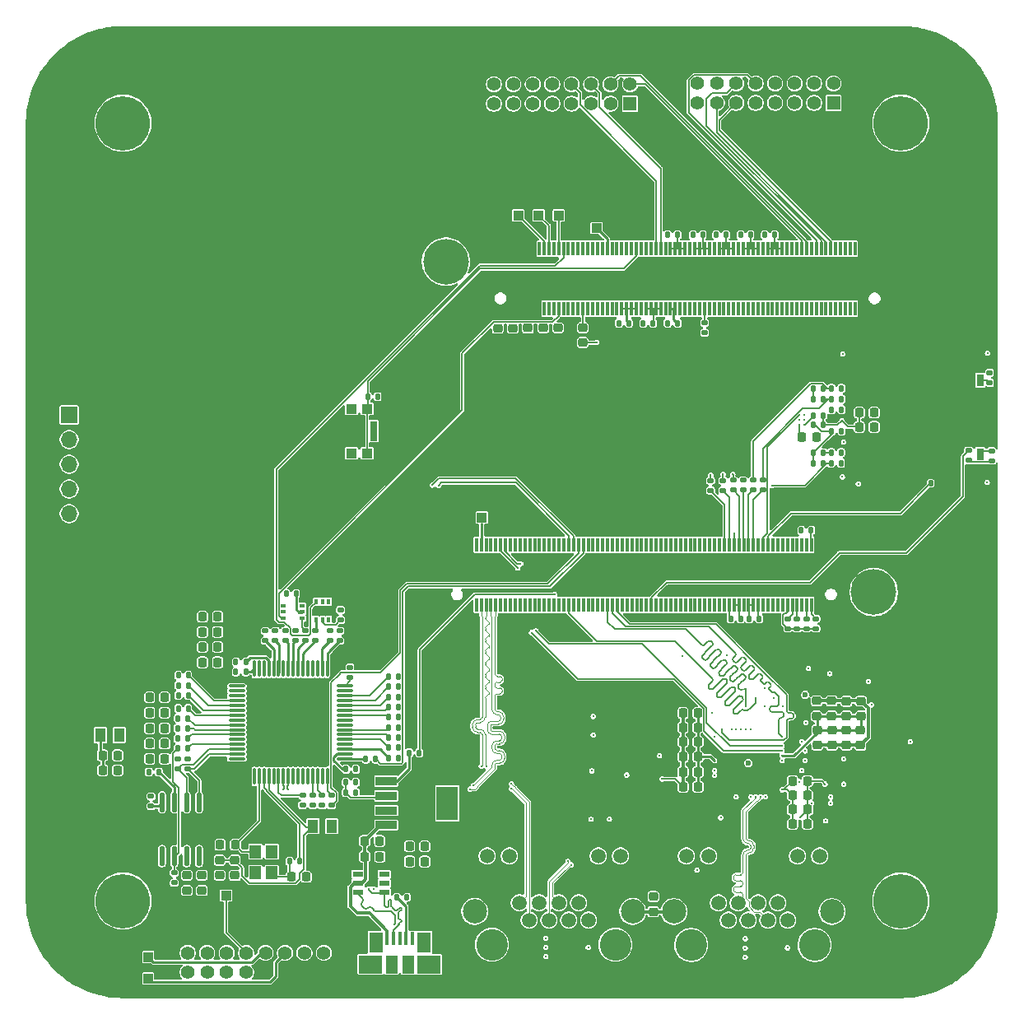
<source format=gbr>
%TF.GenerationSoftware,KiCad,Pcbnew,9.0.3*%
%TF.CreationDate,2025-08-11T10:56:27-06:00*%
%TF.ProjectId,imx8x_carrier_v2,696d7838-785f-4636-9172-726965725f76,A*%
%TF.SameCoordinates,Original*%
%TF.FileFunction,Copper,L1,Top*%
%TF.FilePolarity,Positive*%
%FSLAX46Y46*%
G04 Gerber Fmt 4.6, Leading zero omitted, Abs format (unit mm)*
G04 Created by KiCad (PCBNEW 9.0.3) date 2025-08-11 10:56:27*
%MOMM*%
%LPD*%
G01*
G04 APERTURE LIST*
G04 Aperture macros list*
%AMRoundRect*
0 Rectangle with rounded corners*
0 $1 Rounding radius*
0 $2 $3 $4 $5 $6 $7 $8 $9 X,Y pos of 4 corners*
0 Add a 4 corners polygon primitive as box body*
4,1,4,$2,$3,$4,$5,$6,$7,$8,$9,$2,$3,0*
0 Add four circle primitives for the rounded corners*
1,1,$1+$1,$2,$3*
1,1,$1+$1,$4,$5*
1,1,$1+$1,$6,$7*
1,1,$1+$1,$8,$9*
0 Add four rect primitives between the rounded corners*
20,1,$1+$1,$2,$3,$4,$5,0*
20,1,$1+$1,$4,$5,$6,$7,0*
20,1,$1+$1,$6,$7,$8,$9,0*
20,1,$1+$1,$8,$9,$2,$3,0*%
G04 Aperture macros list end*
%TA.AperFunction,ComponentPad*%
%ADD10C,5.600000*%
%TD*%
%TA.AperFunction,SMDPad,CuDef*%
%ADD11RoundRect,0.135000X-0.135000X-0.185000X0.135000X-0.185000X0.135000X0.185000X-0.135000X0.185000X0*%
%TD*%
%TA.AperFunction,ComponentPad*%
%ADD12R,1.700000X1.700000*%
%TD*%
%TA.AperFunction,ComponentPad*%
%ADD13O,1.700000X1.700000*%
%TD*%
%TA.AperFunction,SMDPad,CuDef*%
%ADD14RoundRect,0.135000X0.135000X0.185000X-0.135000X0.185000X-0.135000X-0.185000X0.135000X-0.185000X0*%
%TD*%
%TA.AperFunction,SMDPad,CuDef*%
%ADD15RoundRect,0.225000X-0.225000X-0.250000X0.225000X-0.250000X0.225000X0.250000X-0.225000X0.250000X0*%
%TD*%
%TA.AperFunction,SMDPad,CuDef*%
%ADD16RoundRect,0.225000X0.225000X0.250000X-0.225000X0.250000X-0.225000X-0.250000X0.225000X-0.250000X0*%
%TD*%
%TA.AperFunction,SMDPad,CuDef*%
%ADD17R,0.450000X1.380000*%
%TD*%
%TA.AperFunction,SMDPad,CuDef*%
%ADD18R,2.380000X1.900000*%
%TD*%
%TA.AperFunction,SMDPad,CuDef*%
%ADD19R,1.480000X2.100000*%
%TD*%
%TA.AperFunction,SMDPad,CuDef*%
%ADD20R,1.180000X1.900000*%
%TD*%
%TA.AperFunction,SMDPad,CuDef*%
%ADD21RoundRect,0.225000X0.250000X-0.225000X0.250000X0.225000X-0.250000X0.225000X-0.250000X-0.225000X0*%
%TD*%
%TA.AperFunction,SMDPad,CuDef*%
%ADD22RoundRect,0.225000X-0.250000X0.225000X-0.250000X-0.225000X0.250000X-0.225000X0.250000X0.225000X0*%
%TD*%
%TA.AperFunction,SMDPad,CuDef*%
%ADD23RoundRect,0.135000X0.185000X-0.135000X0.185000X0.135000X-0.185000X0.135000X-0.185000X-0.135000X0*%
%TD*%
%TA.AperFunction,SMDPad,CuDef*%
%ADD24RoundRect,0.135000X-0.185000X0.135000X-0.185000X-0.135000X0.185000X-0.135000X0.185000X0.135000X0*%
%TD*%
%TA.AperFunction,ComponentPad*%
%ADD25C,3.250000*%
%TD*%
%TA.AperFunction,ComponentPad*%
%ADD26C,1.520000*%
%TD*%
%TA.AperFunction,ComponentPad*%
%ADD27C,2.500000*%
%TD*%
%TA.AperFunction,SMDPad,CuDef*%
%ADD28R,0.420000X0.600000*%
%TD*%
%TA.AperFunction,ComponentPad*%
%ADD29R,1.400000X1.400000*%
%TD*%
%TA.AperFunction,ComponentPad*%
%ADD30C,1.400000*%
%TD*%
%TA.AperFunction,ComponentPad*%
%ADD31R,1.000000X1.000000*%
%TD*%
%TA.AperFunction,SMDPad,CuDef*%
%ADD32R,1.130000X1.380000*%
%TD*%
%TA.AperFunction,SMDPad,CuDef*%
%ADD33R,1.200000X1.400000*%
%TD*%
%TA.AperFunction,SMDPad,CuDef*%
%ADD34R,0.760000X1.270000*%
%TD*%
%TA.AperFunction,SMDPad,CuDef*%
%ADD35R,1.100000X1.000000*%
%TD*%
%TA.AperFunction,SMDPad,CuDef*%
%ADD36R,0.700000X2.000000*%
%TD*%
%TA.AperFunction,ComponentPad*%
%ADD37C,4.700000*%
%TD*%
%TA.AperFunction,SMDPad,CuDef*%
%ADD38R,1.100000X0.600000*%
%TD*%
%TA.AperFunction,SMDPad,CuDef*%
%ADD39R,2.200000X0.900000*%
%TD*%
%TA.AperFunction,SMDPad,CuDef*%
%ADD40R,2.200000X3.500000*%
%TD*%
%TA.AperFunction,SMDPad,CuDef*%
%ADD41O,0.590000X2.050000*%
%TD*%
%TA.AperFunction,SMDPad,CuDef*%
%ADD42R,0.305000X1.450000*%
%TD*%
%TA.AperFunction,SMDPad,CuDef*%
%ADD43C,0.200000*%
%TD*%
%TA.AperFunction,SMDPad,CuDef*%
%ADD44R,0.600000X0.420000*%
%TD*%
%TA.AperFunction,SMDPad,CuDef*%
%ADD45O,0.280000X1.800000*%
%TD*%
%TA.AperFunction,SMDPad,CuDef*%
%ADD46O,1.800000X0.280000*%
%TD*%
%TA.AperFunction,ViaPad*%
%ADD47C,0.300000*%
%TD*%
%TA.AperFunction,ViaPad*%
%ADD48C,0.600000*%
%TD*%
%TA.AperFunction,Conductor*%
%ADD49C,0.150000*%
%TD*%
%TA.AperFunction,Conductor*%
%ADD50C,0.300000*%
%TD*%
%TA.AperFunction,Conductor*%
%ADD51C,0.250000*%
%TD*%
%TA.AperFunction,Conductor*%
%ADD52C,0.124000*%
%TD*%
%TA.AperFunction,Conductor*%
%ADD53C,0.158200*%
%TD*%
G04 APERTURE END LIST*
D10*
%TO.P,H4,1,MP*%
%TO.N,GND*%
X76840200Y-35628400D03*
%TD*%
%TO.P,H3,1,MP*%
%TO.N,GND*%
X76840200Y-115628400D03*
%TD*%
%TO.P,H2,1,MP*%
%TO.N,GND*%
X156840200Y-115628400D03*
%TD*%
%TO.P,H1,1,MP*%
%TO.N,GND*%
X156840200Y-35628400D03*
%TD*%
D11*
%TO.P,R87,1*%
%TO.N,VCC_LDO_SD1*%
X149730000Y-67320000D03*
%TO.P,R87,2*%
%TO.N,X_CONN_USDHC1_CLK*%
X150750000Y-67320000D03*
%TD*%
%TO.P,R62,1*%
%TO.N,GND*%
X82456800Y-97879600D03*
%TO.P,R62,2*%
%TO.N,Net-(U4-BCBUS6)*%
X83476800Y-97879600D03*
%TD*%
D12*
%TO.P,J3,1,Pin_1*%
%TO.N,X_ADMA_UART2_RX*%
X71297800Y-65633600D03*
D13*
%TO.P,J3,2,Pin_2*%
%TO.N,X_ADMA_UART2_TX*%
X71297800Y-68173600D03*
%TO.P,J3,3,Pin_3*%
%TO.N,GND*%
X71297800Y-70713600D03*
%TO.P,J3,4,Pin_4*%
X71297800Y-73253600D03*
%TO.P,J3,5,Pin_5*%
X71297800Y-75793600D03*
%TD*%
D14*
%TO.P,R66,1*%
%TO.N,Net-(U4-OSCO)*%
X94984600Y-111555800D03*
%TO.P,R66,2*%
%TO.N,/Debug USB - UART/FTDI_OSCO*%
X93964600Y-111555800D03*
%TD*%
D15*
%TO.P,C50,1*%
%TO.N,VBUS_DEBUG_USB*%
X101701400Y-111077400D03*
%TO.P,C50,2*%
%TO.N,GND*%
X103251400Y-111077400D03*
%TD*%
D16*
%TO.P,C39,1*%
%TO.N,3V3_FTDI*%
X81112800Y-101009200D03*
%TO.P,C39,2*%
%TO.N,GND*%
X79562800Y-101009200D03*
%TD*%
D14*
%TO.P,R119,1*%
%TO.N,GND*%
X142264100Y-86607600D03*
%TO.P,R119,2*%
%TO.N,Net-(J1-B13)*%
X141244100Y-86607600D03*
%TD*%
%TO.P,R51,1*%
%TO.N,GND*%
X105170400Y-93612400D03*
%TO.P,R51,2*%
%TO.N,Net-(U4-ACBUS3)*%
X104150400Y-93612400D03*
%TD*%
%TO.P,R71,1*%
%TO.N,3V3_FTDI*%
X100772200Y-103416800D03*
%TO.P,R71,2*%
%TO.N,Net-(U5-ADJ)*%
X99752200Y-103416800D03*
%TD*%
D11*
%TO.P,R86,1*%
%TO.N,VCC_LDO_SD1*%
X147850000Y-64000000D03*
%TO.P,R86,2*%
%TO.N,X_CONN_USDHC1_DATA3*%
X148870000Y-64000000D03*
%TD*%
D16*
%TO.P,C41,1*%
%TO.N,3V3_FTDI*%
X81112800Y-97869000D03*
%TO.P,C41,2*%
%TO.N,GND*%
X79562800Y-97869000D03*
%TD*%
D15*
%TO.P,C43,1*%
%TO.N,Net-(U4-VPLL)*%
X74726400Y-100644800D03*
%TO.P,C43,2*%
%TO.N,GND*%
X76276400Y-100644800D03*
%TD*%
D14*
%TO.P,R36,1*%
%TO.N,GND*%
X100776400Y-102074800D03*
%TO.P,R36,2*%
%TO.N,Net-(U4-ADBUS2)*%
X99756400Y-102074800D03*
%TD*%
D17*
%TO.P,USB1,1,VBUS*%
%TO.N,VBUS_DEBUG_USB*%
X104015200Y-119502400D03*
%TO.P,USB1,2,Data-*%
%TO.N,/Debug USB - UART/DEBUG_USB_DN*%
X104665200Y-119502400D03*
%TO.P,USB1,3,Data+*%
%TO.N,/Debug USB - UART/DEBUG_USB_DP*%
X105315200Y-119502400D03*
%TO.P,USB1,4,ID*%
%TO.N,/Debug USB - UART/DEBUG_USB_ID*%
X105965200Y-119502400D03*
%TO.P,USB1,5,GND*%
%TO.N,GND*%
X106615200Y-119502400D03*
D18*
%TO.P,USB1,6*%
X102285200Y-122162400D03*
D19*
X102855200Y-119862400D03*
D20*
X104475200Y-122162400D03*
X106155200Y-122162400D03*
D19*
X107775200Y-119862400D03*
D18*
X108305200Y-122162400D03*
%TD*%
D15*
%TO.P,C52,1*%
%TO.N,3V3_FTDI*%
X106307400Y-111570200D03*
%TO.P,C52,2*%
%TO.N,GND*%
X107857400Y-111570200D03*
%TD*%
D16*
%TO.P,C3,1*%
%TO.N,VCC_ENET_2V5*%
X135985003Y-103887335D03*
%TO.P,C3,2*%
%TO.N,GND*%
X134435003Y-103887335D03*
%TD*%
D11*
%TO.P,R58,1*%
%TO.N,GND*%
X82520200Y-93449400D03*
%TO.P,R58,2*%
%TO.N,Net-(U4-BCBUS2)*%
X83540200Y-93449400D03*
%TD*%
D21*
%TO.P,C68,1*%
%TO.N,VCC_3V3*%
X115381745Y-58250956D03*
%TO.P,C68,2*%
%TO.N,GND*%
X115381745Y-56700956D03*
%TD*%
%TO.P,C65,1*%
%TO.N,VCC_3V3*%
X116933170Y-58262820D03*
%TO.P,C65,2*%
%TO.N,GND*%
X116933170Y-56712820D03*
%TD*%
D22*
%TO.P,C70,1*%
%TO.N,VDD_ADC_1V8*%
X124131100Y-56649600D03*
%TO.P,C70,2*%
%TO.N,GND*%
X124131100Y-58199600D03*
%TD*%
D23*
%TO.P,R132,1*%
%TO.N,GND*%
X147160000Y-87610000D03*
%TO.P,R132,2*%
%TO.N,Net-(J1-B2)*%
X147160000Y-86590000D03*
%TD*%
D16*
%TO.P,C38,1*%
%TO.N,1V8_FTDI*%
X86571800Y-86388200D03*
%TO.P,C38,2*%
%TO.N,GND*%
X85021800Y-86388200D03*
%TD*%
D15*
%TO.P,C44,1*%
%TO.N,Net-(U4-VPLL)*%
X74738200Y-102178200D03*
%TO.P,C44,2*%
%TO.N,GND*%
X76288200Y-102178200D03*
%TD*%
D24*
%TO.P,R101,1*%
%TO.N,X_CONN_USDHC1_DATA0*%
X139588100Y-72357600D03*
%TO.P,R101,2*%
%TO.N,Net-(J1-A16)*%
X139588100Y-73377600D03*
%TD*%
D16*
%TO.P,C7,1*%
%TO.N,VCC_ENET_2V5*%
X135975004Y-97774134D03*
%TO.P,C7,2*%
%TO.N,GND*%
X134425004Y-97774134D03*
%TD*%
D22*
%TO.P,C27,1*%
%TO.N,VCC_ENET_2V5*%
X152690003Y-98057335D03*
%TO.P,C27,2*%
%TO.N,GND*%
X152690003Y-99607335D03*
%TD*%
D24*
%TO.P,R44,1*%
%TO.N,GND*%
X93531200Y-87842600D03*
%TO.P,R44,2*%
%TO.N,Net-(U4-BDBUS3)*%
X93531200Y-88862600D03*
%TD*%
D14*
%TO.P,R49,1*%
%TO.N,GND*%
X105170400Y-95695200D03*
%TO.P,R49,2*%
%TO.N,Net-(U4-ACBUS1)*%
X104150400Y-95695200D03*
%TD*%
D25*
%TO.P,RJ1,*%
%TO.N,*%
X114790000Y-120140000D03*
X127490000Y-120140000D03*
D26*
%TO.P,RJ1,1,1*%
%TO.N,X_ETH0_A_TX_P*%
X124720000Y-117600000D03*
%TO.P,RJ1,2,2*%
%TO.N,X_ETH0_A_TX_N*%
X123700000Y-115820000D03*
%TO.P,RJ1,3,3*%
%TO.N,X_ETH0_B_TX_P*%
X122680000Y-117600000D03*
%TO.P,RJ1,4,4*%
%TO.N,X_ETH0_C_TXCLK_P*%
X121660000Y-115820000D03*
%TO.P,RJ1,5,5*%
%TO.N,X_ETH0_C_TXCLK_N*%
X120640000Y-117600000D03*
%TO.P,RJ1,6,6*%
%TO.N,X_ETH0_B_TX_N*%
X119620000Y-115820000D03*
%TO.P,RJ1,7,7*%
%TO.N,X_ETH0_D_RXDV_P*%
X118600000Y-117600000D03*
%TO.P,RJ1,8,8*%
%TO.N,X_ETH0_D_RXDV_N*%
X117580000Y-115820000D03*
%TO.P,RJ1,9,L-*%
%TO.N,Net-(RJ1-L-)*%
X128000000Y-111000000D03*
%TO.P,RJ1,10,L+*%
%TO.N,VCC_3V3_OUT*%
X125710000Y-111000000D03*
%TO.P,RJ1,11,R-*%
%TO.N,Net-(RJ1-R-)*%
X116570000Y-111000000D03*
%TO.P,RJ1,12,R+*%
%TO.N,VCC_3V3_OUT*%
X114280000Y-111000000D03*
D27*
%TO.P,RJ1,13,SHELL*%
%TO.N,GNDPWR*%
X113010000Y-116710000D03*
%TO.P,RJ1,14,SHELL*%
X129270000Y-116710000D03*
%TD*%
D11*
%TO.P,R47,1*%
%TO.N,GND*%
X88436400Y-91036400D03*
%TO.P,R47,2*%
%TO.N,Net-(U4-BDBUS6)*%
X89456400Y-91036400D03*
%TD*%
D14*
%TO.P,R74,1*%
%TO.N,Net-(U4-EEDATA)*%
X83474800Y-99962400D03*
%TO.P,R74,2*%
%TO.N,Net-(U6-ORG)*%
X82454800Y-99962400D03*
%TD*%
D24*
%TO.P,R45,1*%
%TO.N,GND*%
X92489800Y-87844600D03*
%TO.P,R45,2*%
%TO.N,Net-(U4-BDBUS4)*%
X92489800Y-88864600D03*
%TD*%
%TO.P,R105,1*%
%TO.N,X_CONN_USDHC1_DATA3*%
X142636100Y-72357600D03*
%TO.P,R105,2*%
%TO.N,Net-(J1-A13)*%
X142636100Y-73377600D03*
%TD*%
D14*
%TO.P,R80,1*%
%TO.N,Net-(Card1-DAT2)*%
X150720000Y-62900000D03*
%TO.P,R80,2*%
%TO.N,X_CONN_USDHC1_DATA2*%
X149700000Y-62900000D03*
%TD*%
D28*
%TO.P,U8,1,VCCA*%
%TO.N,VCC_1V8_OUT*%
X98001400Y-84844800D03*
%TO.P,U8,2,GND*%
%TO.N,GND*%
X97351400Y-84844800D03*
%TO.P,U8,3,A*%
%TO.N,X_M40_UART0_RX*%
X96701400Y-84844800D03*
%TO.P,U8,4,B*%
%TO.N,/Debug USB - UART/M40_UART0_RX*%
X96701400Y-86744800D03*
%TO.P,U8,5,OE*%
%TO.N,Net-(U8-OE)*%
X97351400Y-86744800D03*
%TO.P,U8,6,VCCB*%
%TO.N,VCC_3V3_OUT*%
X98001400Y-86744800D03*
%TD*%
D16*
%TO.P,C37,1*%
%TO.N,1V8_FTDI*%
X86571800Y-87963000D03*
%TO.P,C37,2*%
%TO.N,GND*%
X85021800Y-87963000D03*
%TD*%
D29*
%TO.P,CN2,1,1*%
%TO.N,X_ADMA_SPI2_CS0*%
X149910800Y-33546800D03*
D30*
%TO.P,CN2,2,2*%
%TO.N,X_LSIO_QSPI0B_DATA3*%
X149910800Y-31546800D03*
%TO.P,CN2,3,3*%
%TO.N,X_ADMA_SPI2_CS1*%
X147910800Y-33546800D03*
%TO.P,CN2,4,4*%
%TO.N,X_LSIO_QSPI0B_DATA2*%
X147910800Y-31546800D03*
%TO.P,CN2,5,5*%
%TO.N,X_ADMA_SPI2_SCK*%
X145910800Y-33546800D03*
%TO.P,CN2,6,6*%
%TO.N,X_LSIO_QSPI0B_DATA1*%
X145910800Y-31546800D03*
%TO.P,CN2,7,7*%
%TO.N,X_ADMA_SPI2_SDI*%
X143910800Y-33546800D03*
%TO.P,CN2,8,8*%
%TO.N,X_LSIO_QSPI0B_DATA0*%
X143910800Y-31546800D03*
%TO.P,CN2,9,9*%
%TO.N,X_ADMA_SPI2_SDO*%
X141910800Y-33546800D03*
%TO.P,CN2,10,10*%
%TO.N,X_LSIO_QSPI0B_DQS*%
X141910800Y-31546800D03*
%TO.P,CN2,11,11*%
%TO.N,X_LSIO_QSPIOB_SS0_B*%
X139910800Y-33546800D03*
%TO.P,CN2,12,12*%
%TO.N,X_LSIO_QSPI0B_SCLK*%
X139910800Y-31546800D03*
%TO.P,CN2,13,13*%
%TO.N,X_LSIO_QSPIOB_SS1_B*%
X137910800Y-33546800D03*
%TO.P,CN2,14,14*%
%TO.N,GND*%
X137910800Y-31546800D03*
%TO.P,CN2,15,15*%
X135910800Y-33546800D03*
%TO.P,CN2,16,16*%
X135910800Y-31546800D03*
%TD*%
D15*
%TO.P,C62,1*%
%TO.N,Net-(Card1-VDD)*%
X152560000Y-65400000D03*
%TO.P,C62,2*%
%TO.N,GND*%
X154110000Y-65400000D03*
%TD*%
D11*
%TO.P,R91,1*%
%TO.N,VCC_LDO_SD1*%
X147850001Y-66680000D03*
%TO.P,R91,2*%
%TO.N,Net-(Card1-VDD)*%
X148870001Y-66680000D03*
%TD*%
D22*
%TO.P,C34,1*%
%TO.N,3V3_FTDI*%
X83401200Y-112992600D03*
%TO.P,C34,2*%
%TO.N,GND*%
X83401200Y-114542600D03*
%TD*%
D24*
%TO.P,R100,1*%
%TO.N,X_CONN_USDHC1_DATA1*%
X140604100Y-72357600D03*
%TO.P,R100,2*%
%TO.N,Net-(J1-A15)*%
X140604100Y-73377600D03*
%TD*%
D21*
%TO.P,C29,1*%
%TO.N,VCC_ENET_2V5*%
X148170003Y-96602335D03*
%TO.P,C29,2*%
%TO.N,GND*%
X148170003Y-95052335D03*
%TD*%
D11*
%TO.P,R63,1*%
%TO.N,3V3_FTDI*%
X82454800Y-98921000D03*
%TO.P,R63,2*%
%TO.N,Net-(U4-BCBUS7)*%
X83474800Y-98921000D03*
%TD*%
D24*
%TO.P,R46,1*%
%TO.N,GND*%
X91473800Y-87844600D03*
%TO.P,R46,2*%
%TO.N,Net-(U4-BDBUS5)*%
X91473800Y-88864600D03*
%TD*%
D15*
%TO.P,C64,1*%
%TO.N,VCC_3V3_OUT*%
X146645000Y-67890000D03*
%TO.P,C64,2*%
%TO.N,GND*%
X148195000Y-67890000D03*
%TD*%
D24*
%TO.P,R67,1*%
%TO.N,Net-(U4-~{RESET})*%
X97326400Y-104784800D03*
%TO.P,R67,2*%
%TO.N,3V3_FTDI*%
X97326400Y-105804800D03*
%TD*%
D11*
%TO.P,R125,1*%
%TO.N,GND*%
X132844100Y-47107600D03*
%TO.P,R125,2*%
%TO.N,Net-(J4-C36)*%
X133864100Y-47107600D03*
%TD*%
D31*
%TO.P,TP10,1,1*%
%TO.N,Net-(CN1-Pad8)*%
X79425800Y-121386600D03*
%TD*%
D11*
%TO.P,R123,1*%
%TO.N,GND*%
X137844100Y-47107600D03*
%TO.P,R123,2*%
%TO.N,Net-(J4-C26)*%
X138864100Y-47107600D03*
%TD*%
D14*
%TO.P,R48,1*%
%TO.N,GND*%
X105168400Y-96736600D03*
%TO.P,R48,2*%
%TO.N,Net-(U4-ACBUS0)*%
X104148400Y-96736600D03*
%TD*%
D24*
%TO.P,R79,1*%
%TO.N,VCC_1V8_OUT*%
X99201400Y-85699800D03*
%TO.P,R79,2*%
%TO.N,Net-(U8-OE)*%
X99201400Y-86719800D03*
%TD*%
D16*
%TO.P,C36,1*%
%TO.N,1V8_FTDI*%
X86571800Y-89512400D03*
%TO.P,C36,2*%
%TO.N,GND*%
X85021800Y-89512400D03*
%TD*%
D14*
%TO.P,R37,1*%
%TO.N,GND*%
X105168400Y-100902200D03*
%TO.P,R37,2*%
%TO.N,Net-(U4-ADBUS3)*%
X104148400Y-100902200D03*
%TD*%
D16*
%TO.P,C6,1*%
%TO.N,VCC_ENET_2V5*%
X135985003Y-99240736D03*
%TO.P,C6,2*%
%TO.N,GND*%
X134435003Y-99240736D03*
%TD*%
D31*
%TO.P,TP12,1,1*%
%TO.N,VCC_1V8_OUT*%
X119590200Y-45111600D03*
%TD*%
D16*
%TO.P,C4,1*%
%TO.N,VCC_ENET_2V5*%
X135985003Y-102340736D03*
%TO.P,C4,2*%
%TO.N,GND*%
X134435003Y-102340736D03*
%TD*%
D11*
%TO.P,R70,1*%
%TO.N,Net-(U5-ADJ)*%
X99752200Y-104483600D03*
%TO.P,R70,2*%
%TO.N,GND*%
X100772200Y-104483600D03*
%TD*%
%TO.P,R60,1*%
%TO.N,GND*%
X82518200Y-95822200D03*
%TO.P,R60,2*%
%TO.N,Net-(U4-BCBUS4)*%
X83538200Y-95822200D03*
%TD*%
D16*
%TO.P,C53,1*%
%TO.N,3V3_FTDI*%
X81111600Y-96268800D03*
%TO.P,C53,2*%
%TO.N,GND*%
X79561600Y-96268800D03*
%TD*%
D21*
%TO.P,C28,1*%
%TO.N,VCC_ENET_2V5*%
X152740004Y-96612335D03*
%TO.P,C28,2*%
%TO.N,GND*%
X152740004Y-95062335D03*
%TD*%
D15*
%TO.P,C49,1*%
%TO.N,VBUS_DEBUG_USB*%
X101689000Y-109451800D03*
%TO.P,C49,2*%
%TO.N,GND*%
X103239000Y-109451800D03*
%TD*%
D11*
%TO.P,R122,1*%
%TO.N,GND*%
X140344100Y-47107600D03*
%TO.P,R122,2*%
%TO.N,Net-(J4-C21)*%
X141364100Y-47107600D03*
%TD*%
D32*
%TO.P,L4,1,1*%
%TO.N,3V3_FTDI*%
X98321400Y-107944800D03*
%TO.P,L4,2,2*%
%TO.N,Net-(U4-VPHY)*%
X96381400Y-107944800D03*
%TD*%
D11*
%TO.P,R136,1*%
%TO.N,SD1_SPWR*%
X147850001Y-65680000D03*
%TO.P,R136,2*%
%TO.N,Net-(Card1-VDD)*%
X148870001Y-65680000D03*
%TD*%
D23*
%TO.P,R133,1*%
%TO.N,GND*%
X146160000Y-87610000D03*
%TO.P,R133,2*%
%TO.N,Net-(J1-B4)*%
X146160000Y-86590000D03*
%TD*%
D21*
%TO.P,C25,1*%
%TO.N,VCC_ENET_2V5*%
X151250004Y-96622336D03*
%TO.P,C25,2*%
%TO.N,GND*%
X151250004Y-95072336D03*
%TD*%
D24*
%TO.P,R75,1*%
%TO.N,3V3_FTDI*%
X83526400Y-101024800D03*
%TO.P,R75,2*%
%TO.N,Net-(U4-EECS)*%
X83526400Y-102044800D03*
%TD*%
D11*
%TO.P,R95,1*%
%TO.N,~{X_nRESET_IN}*%
X102006400Y-63754000D03*
%TO.P,R95,2*%
%TO.N,VCC_3V3_OUT*%
X103026400Y-63754000D03*
%TD*%
%TO.P,R124,1*%
%TO.N,GND*%
X135444100Y-47107600D03*
%TO.P,R124,2*%
%TO.N,Net-(J4-C31)*%
X136464100Y-47107600D03*
%TD*%
D21*
%TO.P,C69,1*%
%TO.N,VCC_3V3*%
X118482570Y-58249819D03*
%TO.P,C69,2*%
%TO.N,GND*%
X118482570Y-56699819D03*
%TD*%
D16*
%TO.P,C42,1*%
%TO.N,3V3_FTDI*%
X81111600Y-94668600D03*
%TO.P,C42,2*%
%TO.N,GND*%
X79561600Y-94668600D03*
%TD*%
D14*
%TO.P,R72,1*%
%TO.N,Net-(U6-DI)*%
X80520200Y-102363800D03*
%TO.P,R72,2*%
%TO.N,VCC_3V3_OUT*%
X79500200Y-102363800D03*
%TD*%
D24*
%TO.P,R41,1*%
%TO.N,/Debug USB - UART/M40_UART0_RX*%
X96630000Y-87844600D03*
%TO.P,R41,2*%
%TO.N,Net-(U4-BDBUS0)*%
X96630000Y-88864600D03*
%TD*%
D22*
%TO.P,C46,1*%
%TO.N,Net-(U4-VPHY)*%
X86774800Y-111443200D03*
%TO.P,C46,2*%
%TO.N,GND*%
X86774800Y-112993200D03*
%TD*%
D23*
%TO.P,R126,1*%
%TO.N,GND*%
X136654100Y-57177600D03*
%TO.P,R126,2*%
%TO.N,Net-(J4-D32)*%
X136654100Y-56157600D03*
%TD*%
D24*
%TO.P,R76,1*%
%TO.N,3V3_FTDI*%
X82476400Y-101034800D03*
%TO.P,R76,2*%
%TO.N,Net-(U4-EECLK)*%
X82476400Y-102054800D03*
%TD*%
D33*
%TO.P,Y2,1,1*%
%TO.N,/Debug USB - UART/FTDI_OSCO*%
X92137800Y-112749600D03*
%TO.P,Y2,2,2*%
%TO.N,GND*%
X92137800Y-110549600D03*
%TO.P,Y2,3,3*%
%TO.N,/Debug USB - UART/FTDI_OSCI*%
X90437800Y-110549600D03*
%TO.P,Y2,4,4*%
%TO.N,GND*%
X90437800Y-112749600D03*
%TD*%
D23*
%TO.P,R131,1*%
%TO.N,GND*%
X148110000Y-87610000D03*
%TO.P,R131,2*%
%TO.N,Net-(J1-B1)*%
X148110000Y-86590000D03*
%TD*%
D24*
%TO.P,R64,1*%
%TO.N,Net-(U4-TEST)*%
X96350600Y-104786400D03*
%TO.P,R64,2*%
%TO.N,GND*%
X96350600Y-105806400D03*
%TD*%
D15*
%TO.P,C24,1*%
%TO.N,Net-(Q1-D)*%
X145690003Y-107707335D03*
%TO.P,C24,2*%
%TO.N,GND*%
X147240003Y-107707335D03*
%TD*%
D14*
%TO.P,R52,1*%
%TO.N,GND*%
X105170400Y-92571000D03*
%TO.P,R52,2*%
%TO.N,Net-(U4-ACBUS4)*%
X104150400Y-92571000D03*
%TD*%
D22*
%TO.P,C45,1*%
%TO.N,Net-(U4-VPHY)*%
X88331200Y-111447600D03*
%TO.P,C45,2*%
%TO.N,GND*%
X88331200Y-112997600D03*
%TD*%
D23*
%TO.P,R134,1*%
%TO.N,GND*%
X145210000Y-87610000D03*
%TO.P,R134,2*%
%TO.N,Net-(J1-B5)*%
X145210000Y-86590000D03*
%TD*%
D15*
%TO.P,C20,1*%
%TO.N,Net-(Q1-D)*%
X145690003Y-103297335D03*
%TO.P,C20,2*%
%TO.N,GND*%
X147240003Y-103297335D03*
%TD*%
D31*
%TO.P,TP9,1,1*%
%TO.N,Net-(CN1-Pad6)*%
X79425800Y-123621800D03*
%TD*%
D11*
%TO.P,R129,1*%
%TO.N,GND*%
X127844100Y-56207600D03*
%TO.P,R129,2*%
%TO.N,Net-(J4-D46)*%
X128864100Y-56207600D03*
%TD*%
D15*
%TO.P,C23,1*%
%TO.N,Net-(Q1-D)*%
X145690003Y-106227335D03*
%TO.P,C23,2*%
%TO.N,GND*%
X147240003Y-106227335D03*
%TD*%
D22*
%TO.P,C33,1*%
%TO.N,3V3_FTDI*%
X84946000Y-112992600D03*
%TO.P,C33,2*%
%TO.N,GND*%
X84946000Y-114542600D03*
%TD*%
D23*
%TO.P,R98,1*%
%TO.N,VCC_SCU_1V8*%
X166170001Y-70350000D03*
%TO.P,R98,2*%
%TO.N,X_BOOT_MODE0*%
X166170001Y-69330000D03*
%TD*%
D25*
%TO.P,RJ2,*%
%TO.N,*%
X135280001Y-120150001D03*
X147980001Y-120150001D03*
D26*
%TO.P,RJ2,1,1*%
%TO.N,ETH1_A_TX_P*%
X145210001Y-117610001D03*
%TO.P,RJ2,2,2*%
%TO.N,ETH1_A_TX_N*%
X144190001Y-115830001D03*
%TO.P,RJ2,3,3*%
%TO.N,ETH1_B_TX_P*%
X143170001Y-117610001D03*
%TO.P,RJ2,4,4*%
%TO.N,ETH1_C_TXCLK_P*%
X142150001Y-115830001D03*
%TO.P,RJ2,5,5*%
%TO.N,ETH1_C_TXCLK_N*%
X141130001Y-117610001D03*
%TO.P,RJ2,6,6*%
%TO.N,ETH1_B_TX_N*%
X140110001Y-115830001D03*
%TO.P,RJ2,7,7*%
%TO.N,ETH1_D_RXDV_P*%
X139090001Y-117610001D03*
%TO.P,RJ2,8,8*%
%TO.N,ETH1_D_RXDV_N*%
X138070001Y-115830001D03*
%TO.P,RJ2,9,L-*%
%TO.N,Net-(RJ2-L-)*%
X148490001Y-111010001D03*
%TO.P,RJ2,10,L+*%
%TO.N,VCC_3V3_OUT*%
X146200001Y-111010001D03*
%TO.P,RJ2,11,R-*%
%TO.N,Net-(RJ2-R-)*%
X137060001Y-111010001D03*
%TO.P,RJ2,12,R+*%
%TO.N,VCC_3V3_OUT*%
X134770001Y-111010001D03*
D27*
%TO.P,RJ2,13,SHELL*%
%TO.N,GNDPWR*%
X133500001Y-116720001D03*
%TO.P,RJ2,14,SHELL*%
X149760001Y-116720001D03*
%TD*%
D23*
%TO.P,R77,1*%
%TO.N,3V3_FTDI*%
X82103800Y-113757600D03*
%TO.P,R77,2*%
%TO.N,Net-(U6-ORG)*%
X82103800Y-112737600D03*
%TD*%
D24*
%TO.P,R53,1*%
%TO.N,GND*%
X100173200Y-91591200D03*
%TO.P,R53,2*%
%TO.N,Net-(U4-ACBUS5)*%
X100173200Y-92611200D03*
%TD*%
%TO.P,R92,1*%
%TO.N,X_CONN_USDHC1_DATA2*%
X141620100Y-72357600D03*
%TO.P,R92,2*%
%TO.N,Net-(J1-A14)*%
X141620100Y-73377600D03*
%TD*%
D34*
%TO.P,SW1,1*%
%TO.N,Net-(R99-Pad1)*%
X164980000Y-62070000D03*
%TO.P,SW1,2*%
%TO.N,X_BOOT_MODE0*%
X164980000Y-69690000D03*
%TD*%
D24*
%TO.P,R65,1*%
%TO.N,Net-(U4-REF)*%
X95301400Y-104759800D03*
%TO.P,R65,2*%
%TO.N,GND*%
X95301400Y-105779800D03*
%TD*%
D14*
%TO.P,R40,1*%
%TO.N,GND*%
X105164400Y-97778000D03*
%TO.P,R40,2*%
%TO.N,Net-(U4-ADBUS6)*%
X104144400Y-97778000D03*
%TD*%
D22*
%TO.P,C26,1*%
%TO.N,VCC_ENET_2V5*%
X151230003Y-98052335D03*
%TO.P,C26,2*%
%TO.N,GND*%
X151230003Y-99602335D03*
%TD*%
D23*
%TO.P,R34,1*%
%TO.N,X_ADMA_UART0_RX*%
X98276400Y-105804800D03*
%TO.P,R34,2*%
%TO.N,Net-(U4-ADBUS0)*%
X98276400Y-104784800D03*
%TD*%
D24*
%TO.P,R55,1*%
%TO.N,GND*%
X98103200Y-87846600D03*
%TO.P,R55,2*%
%TO.N,Net-(U4-ACBUS7)*%
X98103200Y-88866600D03*
%TD*%
D35*
%TO.P,SW2,1,1*%
%TO.N,~{X_nRESET_IN}*%
X101940000Y-65000000D03*
%TO.P,SW2,2,2*%
X101940000Y-69600000D03*
%TO.P,SW2,3,3*%
%TO.N,GND*%
X100340000Y-65000000D03*
%TO.P,SW2,4,4*%
X100340000Y-69600000D03*
D36*
%TO.P,SW2,5,5*%
%TO.N,unconnected-(SW2-Pad5)*%
X102660000Y-67300000D03*
%TD*%
D29*
%TO.P,CN1,1,1*%
%TO.N,VCC_3V3*%
X97490000Y-122980000D03*
D30*
%TO.P,CN1,2,2*%
%TO.N,X_ADMA_I2C0_SCL*%
X97490000Y-120980000D03*
%TO.P,CN1,3,3*%
%TO.N,VCC_3V3*%
X95490000Y-122980000D03*
%TO.P,CN1,4,4*%
%TO.N,X_ADMA_I2C0_SDA*%
X95490000Y-120980000D03*
%TO.P,CN1,5,5*%
%TO.N,VCC_3V3*%
X93490000Y-122980000D03*
%TO.P,CN1,6,6*%
%TO.N,Net-(CN1-Pad6)*%
X93490000Y-120980000D03*
%TO.P,CN1,7,7*%
%TO.N,VCC_3V3*%
X91490000Y-122980000D03*
%TO.P,CN1,8,8*%
%TO.N,Net-(CN1-Pad8)*%
X91490000Y-120980000D03*
%TO.P,CN1,9,9*%
%TO.N,GND*%
X89490000Y-122980000D03*
%TO.P,CN1,10,10*%
%TO.N,Net-(CN1-Pad10)*%
X89490000Y-120980000D03*
%TO.P,CN1,11,11*%
%TO.N,GND*%
X87490000Y-122980000D03*
%TO.P,CN1,12,12*%
%TO.N,X_LSIO_GPIO1_IO10*%
X87490000Y-120980000D03*
%TO.P,CN1,13,13*%
%TO.N,GND*%
X85490000Y-122980000D03*
%TO.P,CN1,14,14*%
%TO.N,X_LSIO_GPIO1_IO09*%
X85490000Y-120980000D03*
%TO.P,CN1,15,15*%
%TO.N,GND*%
X83490000Y-122980000D03*
%TO.P,CN1,16,16*%
%TO.N,X_SCU_WDOG0_WDOG_OUT*%
X83490000Y-120980000D03*
%TD*%
D23*
%TO.P,R99,1*%
%TO.N,Net-(R99-Pad1)*%
X165970001Y-62330001D03*
%TO.P,R99,2*%
%TO.N,GND*%
X165970001Y-61310001D03*
%TD*%
D16*
%TO.P,C35,1*%
%TO.N,1V8_FTDI*%
X86571800Y-91078000D03*
%TO.P,C35,2*%
%TO.N,GND*%
X85021800Y-91078000D03*
%TD*%
%TO.P,C5,1*%
%TO.N,VCC_ENET_2V5*%
X135985004Y-100784134D03*
%TO.P,C5,2*%
%TO.N,GND*%
X134435004Y-100784134D03*
%TD*%
D11*
%TO.P,R90,1*%
%TO.N,VCC_3V3*%
X158880000Y-72660000D03*
%TO.P,R90,2*%
%TO.N,X_CONN_USDHC1_CD_B*%
X159900000Y-72660000D03*
%TD*%
D22*
%TO.P,C31,1*%
%TO.N,VCC_ENET_2V5*%
X148230003Y-98047335D03*
%TO.P,C31,2*%
%TO.N,GND*%
X148230003Y-99597335D03*
%TD*%
D14*
%TO.P,R84,1*%
%TO.N,Net-(Card1-DAT1)*%
X150690000Y-70600000D03*
%TO.P,R84,2*%
%TO.N,X_CONN_USDHC1_DATA1*%
X149670000Y-70600000D03*
%TD*%
D11*
%TO.P,R109,1*%
%TO.N,GND*%
X146594100Y-77507600D03*
%TO.P,R109,2*%
%TO.N,Net-(J1-A1)*%
X147614100Y-77507600D03*
%TD*%
D14*
%TO.P,R82,1*%
%TO.N,Net-(Card1-CMD)*%
X150740000Y-65110000D03*
%TO.P,R82,2*%
%TO.N,X_CONN_USDHC1_CMD*%
X149720000Y-65110000D03*
%TD*%
D15*
%TO.P,C51,1*%
%TO.N,3V3_FTDI*%
X106307400Y-110000000D03*
%TO.P,C51,2*%
%TO.N,GND*%
X107857400Y-110000000D03*
%TD*%
D21*
%TO.P,C30,1*%
%TO.N,VCC_ENET_2V5*%
X149720005Y-96602336D03*
%TO.P,C30,2*%
%TO.N,GND*%
X149720005Y-95052336D03*
%TD*%
D14*
%TO.P,R39,1*%
%TO.N,GND*%
X105166400Y-98819400D03*
%TO.P,R39,2*%
%TO.N,Net-(U4-ADBUS5)*%
X104146400Y-98819400D03*
%TD*%
D11*
%TO.P,R61,1*%
%TO.N,GND*%
X82480200Y-96838200D03*
%TO.P,R61,2*%
%TO.N,Net-(U4-BCBUS5)*%
X83500200Y-96838200D03*
%TD*%
D37*
%TO.P,H6,1,MP*%
%TO.N,GND*%
X154052300Y-83866000D03*
%TD*%
D15*
%TO.P,C47,1*%
%TO.N,GND*%
X86826400Y-109844800D03*
%TO.P,C47,2*%
%TO.N,/Debug USB - UART/FTDI_OSCI*%
X88376400Y-109844800D03*
%TD*%
%TO.P,C63,1*%
%TO.N,Net-(Card1-VDD)*%
X152550000Y-66869998D03*
%TO.P,C63,2*%
%TO.N,GND*%
X154100000Y-66869998D03*
%TD*%
%TO.P,C19,1*%
%TO.N,Net-(Q1-D)*%
X145690003Y-104757335D03*
%TO.P,C19,2*%
%TO.N,GND*%
X147240003Y-104757335D03*
%TD*%
D38*
%TO.P,TV5,1,1*%
%TO.N,/Debug USB - UART/DEBUG_USB_DN*%
X103712400Y-114756800D03*
%TO.P,TV5,2,2*%
%TO.N,GND*%
X103712400Y-113806800D03*
%TO.P,TV5,3,3*%
%TO.N,unconnected-(TV5-Pad3)*%
X103712400Y-112856800D03*
%TO.P,TV5,4,4*%
%TO.N,unconnected-(TV5-Pad4)*%
X101012400Y-112856800D03*
%TO.P,TV5,5,5*%
%TO.N,VBUS_DEBUG_USB*%
X101012400Y-113806800D03*
%TO.P,TV5,6,6*%
%TO.N,/Debug USB - UART/DEBUG_USB_DP*%
X101012400Y-114756800D03*
%TD*%
D14*
%TO.P,R35,1*%
%TO.N,X_ADMA_UART0_TX*%
X102826400Y-101044800D03*
%TO.P,R35,2*%
%TO.N,Net-(U4-ADBUS1)*%
X101806400Y-101044800D03*
%TD*%
D29*
%TO.P,CN3,1,1*%
%TO.N,X_LSIO_GPIO1_IO12*%
X128981200Y-33629600D03*
D30*
%TO.P,CN3,2,2*%
%TO.N,X_LSIO_GPIO1_IO25*%
X128981200Y-31629600D03*
%TO.P,CN3,3,3*%
%TO.N,X_LSIO_GPIO1_IO13*%
X126981200Y-33629600D03*
%TO.P,CN3,4,4*%
%TO.N,X_LSIO_GPIO1_IO26*%
X126981200Y-31629600D03*
%TO.P,CN3,5,5*%
%TO.N,X_LSIO_GPIO1_IO14*%
X124981200Y-33629600D03*
%TO.P,CN3,6,6*%
%TO.N,X_LSIO_GPIO1_IO29*%
X124981200Y-31629600D03*
%TO.P,CN3,7,7*%
%TO.N,X_LSO_GPIO1_IO17*%
X122981200Y-33629600D03*
%TO.P,CN3,8,8*%
%TO.N,X_LSIO_GPIO1_IO30*%
X122981200Y-31629600D03*
%TO.P,CN3,9,9*%
%TO.N,X_LSO_GPIO1_IO18*%
X120981200Y-33629600D03*
%TO.P,CN3,10,10*%
%TO.N,X_ADMA_I2C3_SCL*%
X120981200Y-31629600D03*
%TO.P,CN3,11,11*%
%TO.N,X_LSO_GPIO1_IO19*%
X118981200Y-33629600D03*
%TO.P,CN3,12,12*%
%TO.N,X_ADMA_I2C3_SDA*%
X118981200Y-31629600D03*
%TO.P,CN3,13,13*%
%TO.N,X_LSO_GPIO1_IO20*%
X116981200Y-33629600D03*
%TO.P,CN3,14,14*%
%TO.N,GND*%
X116981200Y-31629600D03*
%TO.P,CN3,15,15*%
X114981200Y-33629600D03*
%TO.P,CN3,16,16*%
X114981200Y-31629600D03*
%TD*%
D11*
%TO.P,R89,1*%
%TO.N,VCC_LDO_SD1*%
X147800000Y-70610000D03*
%TO.P,R89,2*%
%TO.N,X_CONN_USDHC1_DATA1*%
X148820000Y-70610000D03*
%TD*%
%TO.P,R85,1*%
%TO.N,VCC_LDO_SD1*%
X147830001Y-62910000D03*
%TO.P,R85,2*%
%TO.N,X_CONN_USDHC1_DATA2*%
X148850001Y-62910000D03*
%TD*%
%TO.P,R88,1*%
%TO.N,VCC_LDO_SD1*%
X147809398Y-69516999D03*
%TO.P,R88,2*%
%TO.N,X_CONN_USDHC1_DATA0*%
X148829398Y-69516999D03*
%TD*%
D39*
%TO.P,U5,1,EN*%
%TO.N,Net-(U5-EN)*%
X103894000Y-103326600D03*
%TO.P,U5,2,ADJ*%
%TO.N,Net-(U5-ADJ)*%
X103894000Y-104826600D03*
%TO.P,U5,3,OUT*%
%TO.N,3V3_FTDI*%
X103894000Y-106326600D03*
%TO.P,U5,4,IN*%
%TO.N,VBUS_DEBUG_USB*%
X103894000Y-107826600D03*
D40*
%TO.P,U5,5,GND*%
%TO.N,GND*%
X110194000Y-105576600D03*
%TD*%
D16*
%TO.P,C8,1*%
%TO.N,VCC_ENET_2V5*%
X135971806Y-96304135D03*
%TO.P,C8,2*%
%TO.N,GND*%
X134421806Y-96304135D03*
%TD*%
D24*
%TO.P,R54,1*%
%TO.N,GND*%
X99144600Y-87842600D03*
%TO.P,R54,2*%
%TO.N,Net-(U4-ACBUS6)*%
X99144600Y-88862600D03*
%TD*%
D16*
%TO.P,C40,1*%
%TO.N,3V3_FTDI*%
X81111600Y-99443800D03*
%TO.P,C40,2*%
%TO.N,GND*%
X79561600Y-99443800D03*
%TD*%
D14*
%TO.P,R38,1*%
%TO.N,GND*%
X105164400Y-99860800D03*
%TO.P,R38,2*%
%TO.N,Net-(U4-ADBUS4)*%
X104144400Y-99860800D03*
%TD*%
D32*
%TO.P,L3,1,1*%
%TO.N,3V3_FTDI*%
X76433200Y-98578200D03*
%TO.P,L3,2,2*%
%TO.N,Net-(U4-VPLL)*%
X74493200Y-98578200D03*
%TD*%
D31*
%TO.P,TP8,1,1*%
%TO.N,X_SCU_WDOG0_WDOG_OUT*%
X121660000Y-45110000D03*
%TD*%
D41*
%TO.P,U6,1,CS*%
%TO.N,Net-(U4-EECS)*%
X84646200Y-105472800D03*
%TO.P,U6,2,SK*%
%TO.N,Net-(U4-EECLK)*%
X83366200Y-105472800D03*
%TO.P,U6,3,DI*%
%TO.N,Net-(U6-DI)*%
X82106200Y-105472800D03*
%TO.P,U6,4,DO*%
%TO.N,Net-(U6-DO)*%
X80836200Y-105472800D03*
%TO.P,U6,5,GND*%
%TO.N,GND*%
X80836200Y-111012800D03*
%TO.P,U6,6,ORG*%
%TO.N,Net-(U6-ORG)*%
X82106200Y-111012800D03*
%TO.P,U6,7,NC*%
%TO.N,unconnected-(U6-NC-Pad7)*%
X83366200Y-111012800D03*
%TO.P,U6,8,VCC*%
%TO.N,3V3_FTDI*%
X84646200Y-111012800D03*
%TD*%
D11*
%TO.P,R59,1*%
%TO.N,GND*%
X82520200Y-94490800D03*
%TO.P,R59,2*%
%TO.N,Net-(U4-BCBUS3)*%
X83540200Y-94490800D03*
%TD*%
%TO.P,R127,1*%
%TO.N,GND*%
X132844100Y-56207600D03*
%TO.P,R127,2*%
%TO.N,Net-(J4-D38)*%
X133864100Y-56207600D03*
%TD*%
D14*
%TO.P,R83,1*%
%TO.N,Net-(Card1-DAT0)*%
X150709999Y-69500000D03*
%TO.P,R83,2*%
%TO.N,X_CONN_USDHC1_DATA0*%
X149689999Y-69500000D03*
%TD*%
D31*
%TO.P,TP1,1,1*%
%TO.N,X_ETH0_INT*%
X113741200Y-76174600D03*
%TD*%
%TO.P,TP7,1,1*%
%TO.N,VCC_3V3_OUT*%
X117485000Y-45110000D03*
%TD*%
D42*
%TO.P,J4,01,C1*%
%TO.N,unconnected-(J4-C1-Pad01)*%
X152140000Y-48550000D03*
%TO.P,J4,02,D1*%
%TO.N,unconnected-(J4-D1-Pad02)*%
X152140000Y-54722000D03*
%TO.P,J4,03,C2*%
%TO.N,unconnected-(J4-C2-Pad03)*%
X151640000Y-48550000D03*
%TO.P,J4,04,D2*%
%TO.N,unconnected-(J4-D2-Pad04)*%
X151640000Y-54722000D03*
%TO.P,J4,05,C3*%
%TO.N,unconnected-(J4-C3-Pad05)*%
X151140000Y-48550000D03*
%TO.P,J4,06,D3*%
%TO.N,unconnected-(J4-D3-Pad06)*%
X151140000Y-54722000D03*
%TO.P,J4,07,C4*%
%TO.N,unconnected-(J4-C4-Pad07)*%
X150640000Y-48550000D03*
%TO.P,J4,08,D4*%
%TO.N,unconnected-(J4-D4-Pad08)*%
X150640000Y-54722000D03*
%TO.P,J4,09,C5*%
%TO.N,GND*%
X150140000Y-48550000D03*
%TO.P,J4,10,D5*%
X150140000Y-54722000D03*
%TO.P,J4,11,C6*%
%TO.N,X_LSIO_QSPIOB_SS0_B*%
X149640000Y-48550000D03*
%TO.P,J4,12,D6*%
%TO.N,X_LSIO_QSPI0B_DATA0*%
X149640000Y-54722000D03*
%TO.P,J4,13,C7*%
%TO.N,X_LSIO_QSPIOB_SS1_B*%
X149140000Y-48550000D03*
%TO.P,J4,14,D7*%
%TO.N,X_LSIO_QSPI0B_DATA1*%
X149140000Y-54722000D03*
%TO.P,J4,15,C8*%
%TO.N,X_LSIO_QSPI0B_SCLK*%
X148640000Y-48550000D03*
%TO.P,J4,16,D8*%
%TO.N,X_LSIO_QSPI0B_DATA2*%
X148640000Y-54722000D03*
%TO.P,J4,17,C9*%
%TO.N,X_LSIO_QSPI0B_DQS*%
X148140000Y-48550000D03*
%TO.P,J4,18,D9*%
%TO.N,X_LSIO_QSPI0B_DATA3*%
X148140000Y-54722000D03*
%TO.P,J4,19,C10*%
%TO.N,GND*%
X147640000Y-48550000D03*
%TO.P,J4,20,D10*%
%TO.N,VCC_QSPI_1V8*%
X147640000Y-54722000D03*
%TO.P,J4,21,C11*%
%TO.N,X_LSIO_GPIO1_IO26*%
X147140000Y-48550000D03*
%TO.P,J4,22,D11*%
%TO.N,GND*%
X147140000Y-54722000D03*
%TO.P,J4,23,C12*%
%TO.N,X_LSIO_GPIO1_IO25*%
X146640000Y-48550000D03*
%TO.P,J4,24,D12*%
%TO.N,unconnected-(J4-D12-Pad24)*%
X146640000Y-54722000D03*
%TO.P,J4,25,C13*%
%TO.N,unconnected-(J4-C13-Pad25)*%
X146140000Y-48550000D03*
%TO.P,J4,26,D13*%
%TO.N,unconnected-(J4-D13-Pad26)*%
X146140000Y-54722000D03*
%TO.P,J4,27,C14*%
%TO.N,unconnected-(J4-C14-Pad27)*%
X145640000Y-48550000D03*
%TO.P,J4,28,D14*%
%TO.N,unconnected-(J4-D14-Pad28)*%
X145640000Y-54722000D03*
%TO.P,J4,29,C15*%
%TO.N,GND*%
X145140000Y-48550000D03*
%TO.P,J4,30,D15*%
%TO.N,unconnected-(J4-D15-Pad30)*%
X145140000Y-54722000D03*
%TO.P,J4,31,C16*%
%TO.N,Net-(J4-C16)*%
X144640000Y-48550000D03*
%TO.P,J4,32,D16*%
%TO.N,unconnected-(J4-D16-Pad32)*%
X144640000Y-54722000D03*
%TO.P,J4,33,C17*%
%TO.N,Net-(J4-C16)*%
X144140000Y-48550000D03*
%TO.P,J4,34,D17*%
%TO.N,unconnected-(J4-D17-Pad34)*%
X144140000Y-54722000D03*
%TO.P,J4,35,C18*%
%TO.N,Net-(J4-C16)*%
X143640000Y-48550000D03*
%TO.P,J4,36,D18*%
%TO.N,GND*%
X143640000Y-54722000D03*
%TO.P,J4,37,C19*%
%TO.N,Net-(J4-C16)*%
X143140000Y-48550000D03*
%TO.P,J4,38,D19*%
%TO.N,unconnected-(J4-D19-Pad38)*%
X143140000Y-54722000D03*
%TO.P,J4,39,C20*%
%TO.N,GND*%
X142640000Y-48550000D03*
%TO.P,J4,40,D20*%
%TO.N,unconnected-(J4-D20-Pad40)*%
X142640000Y-54722000D03*
%TO.P,J4,41,C21*%
%TO.N,Net-(J4-C21)*%
X142140000Y-48550000D03*
%TO.P,J4,42,D21*%
%TO.N,unconnected-(J4-D21-Pad42)*%
X142140000Y-54722000D03*
%TO.P,J4,43,C22*%
%TO.N,Net-(J4-C21)*%
X141640000Y-48550000D03*
%TO.P,J4,44,D22*%
%TO.N,unconnected-(J4-D22-Pad44)*%
X141640000Y-54722000D03*
%TO.P,J4,45,C23*%
%TO.N,Net-(J4-C21)*%
X141140000Y-48550000D03*
%TO.P,J4,46,D23*%
%TO.N,GND*%
X141140000Y-54722000D03*
%TO.P,J4,47,C24*%
%TO.N,Net-(J4-C21)*%
X140640000Y-48550000D03*
%TO.P,J4,48,D24*%
%TO.N,unconnected-(J4-D24-Pad48)*%
X140640000Y-54722000D03*
%TO.P,J4,49,C25*%
%TO.N,GND*%
X140140000Y-48550000D03*
%TO.P,J4,50,D25*%
%TO.N,unconnected-(J4-D25-Pad50)*%
X140140000Y-54722000D03*
%TO.P,J4,51,C26*%
%TO.N,Net-(J4-C26)*%
X139640000Y-48550000D03*
%TO.P,J4,52,D26*%
%TO.N,unconnected-(J4-D26-Pad52)*%
X139640000Y-54722000D03*
%TO.P,J4,53,C27*%
%TO.N,Net-(J4-C26)*%
X139140000Y-48550000D03*
%TO.P,J4,54,D27*%
%TO.N,unconnected-(J4-D27-Pad54)*%
X139140000Y-54722000D03*
%TO.P,J4,55,C28*%
%TO.N,Net-(J4-C26)*%
X138640000Y-48550000D03*
%TO.P,J4,56,D28*%
%TO.N,GND*%
X138640000Y-54722000D03*
%TO.P,J4,57,C29*%
%TO.N,Net-(J4-C26)*%
X138140000Y-48550000D03*
%TO.P,J4,58,D29*%
%TO.N,unconnected-(J4-D29-Pad58)*%
X138140000Y-54722000D03*
%TO.P,J4,59,C30*%
%TO.N,GND*%
X137640000Y-48550000D03*
%TO.P,J4,60,D30*%
%TO.N,unconnected-(J4-D30-Pad60)*%
X137640000Y-54722000D03*
%TO.P,J4,61,C31*%
%TO.N,Net-(J4-C31)*%
X137140000Y-48550000D03*
%TO.P,J4,62,D31*%
%TO.N,GND*%
X137140000Y-54722000D03*
%TO.P,J4,63,C32*%
%TO.N,Net-(J4-C31)*%
X136640000Y-48550000D03*
%TO.P,J4,64,D32*%
%TO.N,Net-(J4-D32)*%
X136640000Y-54722000D03*
%TO.P,J4,65,C33*%
%TO.N,Net-(J4-C31)*%
X136140000Y-48550000D03*
%TO.P,J4,66,D33*%
%TO.N,X_ADMA_I2C0_SCL*%
X136140000Y-54722000D03*
%TO.P,J4,67,C34*%
%TO.N,Net-(J4-C31)*%
X135640000Y-48550000D03*
%TO.P,J4,68,D34*%
%TO.N,X_ADMA_I2C0_SDA*%
X135640000Y-54722000D03*
%TO.P,J4,69,C35*%
%TO.N,GND*%
X135140000Y-48550000D03*
%TO.P,J4,70,D35*%
X135140000Y-54722000D03*
%TO.P,J4,71,C36*%
%TO.N,Net-(J4-C36)*%
X134640000Y-48550000D03*
%TO.P,J4,72,D36*%
%TO.N,unconnected-(J4-D36-Pad72)*%
X134640000Y-54722000D03*
%TO.P,J4,73,C37*%
%TO.N,Net-(J4-C36)*%
X134140000Y-48550000D03*
%TO.P,J4,74,D37*%
%TO.N,unconnected-(J4-D37-Pad74)*%
X134140000Y-54722000D03*
%TO.P,J4,75,C38*%
%TO.N,Net-(J4-C36)*%
X133640000Y-48550000D03*
%TO.P,J4,76,D38*%
%TO.N,Net-(J4-D38)*%
X133640000Y-54722000D03*
%TO.P,J4,77,C39*%
%TO.N,Net-(J4-C36)*%
X133140000Y-48550000D03*
%TO.P,J4,78,D39*%
%TO.N,Net-(J4-D38)*%
X133140000Y-54722000D03*
%TO.P,J4,79,C40*%
%TO.N,GND*%
X132640000Y-48550000D03*
%TO.P,J4,80,D40*%
X132640000Y-54722000D03*
%TO.P,J4,81,C41*%
%TO.N,X_LSIO_GPIO1_IO29*%
X132140000Y-48550000D03*
%TO.P,J4,82,D41*%
%TO.N,Net-(J4-D41)*%
X132140000Y-54722000D03*
%TO.P,J4,83,C42*%
%TO.N,X_LSIO_GPIO1_IO30*%
X131640000Y-48550000D03*
%TO.P,J4,84,D42*%
%TO.N,Net-(J4-D41)*%
X131640000Y-54722000D03*
%TO.P,J4,85,C43*%
%TO.N,unconnected-(J4-C43-Pad85)*%
X131140000Y-48550000D03*
%TO.P,J4,86,D43*%
%TO.N,Net-(J4-D41)*%
X131140000Y-54722000D03*
%TO.P,J4,87,C44*%
%TO.N,unconnected-(J4-C44-Pad87)*%
X130640000Y-48550000D03*
%TO.P,J4,88,D44*%
%TO.N,Net-(J4-D41)*%
X130640000Y-54722000D03*
%TO.P,J4,89,C45*%
%TO.N,GND*%
X130140000Y-48550000D03*
%TO.P,J4,90,D45*%
X130140000Y-54722000D03*
%TO.P,J4,91,C46*%
%TO.N,~{X_nRESET_IN}*%
X129640000Y-48550000D03*
%TO.P,J4,92,D46*%
%TO.N,Net-(J4-D46)*%
X129640000Y-54722000D03*
%TO.P,J4,93,C47*%
%TO.N,VCC_SCU_1V8*%
X129140000Y-48550000D03*
%TO.P,J4,94,D47*%
%TO.N,Net-(J4-D46)*%
X129140000Y-54722000D03*
%TO.P,J4,95,C48*%
%TO.N,GND*%
X128640000Y-48550000D03*
%TO.P,J4,96,D48*%
%TO.N,Net-(J4-D46)*%
X128640000Y-54722000D03*
%TO.P,J4,97,C49*%
%TO.N,unconnected-(J4-C49-Pad97)*%
X128140000Y-48550000D03*
%TO.P,J4,98,D49*%
%TO.N,Net-(J4-D46)*%
X128140000Y-54722000D03*
%TO.P,J4,99,C50*%
%TO.N,unconnected-(J4-C50-Pad99)*%
X127640000Y-48550000D03*
%TO.P,J4,100,D50*%
%TO.N,GND*%
X127640000Y-54722000D03*
%TO.P,J4,101,C51*%
%TO.N,X_POR_B_1V8*%
X127140000Y-48550000D03*
%TO.P,J4,102,D51*%
%TO.N,unconnected-(J4-D51-Pad102)*%
X127140000Y-54722000D03*
%TO.P,J4,103,C52*%
%TO.N,X_POR_B_3V3*%
X126640000Y-48550000D03*
%TO.P,J4,104,D52*%
%TO.N,unconnected-(J4-D52-Pad104)*%
X126640000Y-54722000D03*
%TO.P,J4,105,C53*%
%TO.N,X_PGOOD*%
X126140000Y-48550000D03*
%TO.P,J4,106,D53*%
%TO.N,unconnected-(J4-D53-Pad106)*%
X126140000Y-54722000D03*
%TO.P,J4,107,C54*%
%TO.N,GND*%
X125640000Y-48550000D03*
%TO.P,J4,108,D54*%
%TO.N,unconnected-(J4-D54-Pad108)*%
X125640000Y-54722000D03*
%TO.P,J4,109,C55*%
%TO.N,X_PMIC_EWARN*%
X125140000Y-48550000D03*
%TO.P,J4,110,D55*%
%TO.N,unconnected-(J4-D55-Pad110)*%
X125140000Y-54722000D03*
%TO.P,J4,111,C56*%
%TO.N,X_SCU_PMIC_ON_REQ*%
X124640000Y-48550000D03*
%TO.P,J4,112,D56*%
%TO.N,GND*%
X124640000Y-54722000D03*
%TO.P,J4,113,C57*%
%TO.N,X_SCU_PMIC_STANDBY*%
X124140000Y-48550000D03*
%TO.P,J4,114,D57*%
%TO.N,VDD_ADC_1V8*%
X124140000Y-54722000D03*
%TO.P,J4,115,C58*%
%TO.N,GND*%
X123640000Y-48550000D03*
%TO.P,J4,116,D58*%
%TO.N,X_LSIO_GPIO1_IO09*%
X123640000Y-54722000D03*
%TO.P,J4,117,C59*%
%TO.N,X_PMIC_INT_B*%
X123140000Y-48550000D03*
%TO.P,J4,118,D59*%
%TO.N,X_LSIO_GPIO1_IO10*%
X123140000Y-54722000D03*
%TO.P,J4,119,C60*%
%TO.N,X_PMIC_WDI*%
X122640000Y-48550000D03*
%TO.P,J4,120,D60*%
%TO.N,GND*%
X122640000Y-54722000D03*
%TO.P,J4,121,C61*%
%TO.N,X_M40_UART0_RX*%
X122140000Y-48550000D03*
%TO.P,J4,122,D61*%
%TO.N,X_LSIO_GPIO1_IO14*%
X122140000Y-54722000D03*
%TO.P,J4,123,C62*%
%TO.N,X_SCU_WDOG0_WDOG_OUT*%
X121640000Y-48550000D03*
%TO.P,J4,124,D62*%
%TO.N,X_M40_UART0_TX*%
X121640000Y-54722000D03*
%TO.P,J4,125,C63*%
%TO.N,GND*%
X121140000Y-48550000D03*
%TO.P,J4,126,D63*%
%TO.N,X_LSIO_GPIO1_IO12*%
X121140000Y-54722000D03*
%TO.P,J4,127,C64*%
%TO.N,VCC_1V8_OUT*%
X120640000Y-48550000D03*
%TO.P,J4,128,D64*%
%TO.N,X_LSIO_GPIO1_IO13*%
X120640000Y-54722000D03*
%TO.P,J4,129,C65*%
%TO.N,VCC_3V3_OUT*%
X120140000Y-48550000D03*
%TO.P,J4,130,D65*%
%TO.N,GND*%
X120140000Y-54722000D03*
%TO.P,J4,131,C66*%
%TO.N,unconnected-(J4-C66-Pad131)*%
X119640000Y-48550000D03*
%TO.P,J4,132,D66*%
%TO.N,VCC_3V3*%
X119640000Y-54722000D03*
%TO.P,J4,133,C67*%
X119140000Y-48550000D03*
%TO.P,J4,134,D67*%
X119140000Y-54722000D03*
%TO.P,J4,135,C68*%
X118640000Y-48550000D03*
%TO.P,J4,136,D68*%
X118640000Y-54722000D03*
%TO.P,J4,137,C69*%
X118140000Y-48550000D03*
%TO.P,J4,138,D69*%
X118140000Y-54722000D03*
%TO.P,J4,139,C70*%
X117640000Y-48550000D03*
%TO.P,J4,140,D70*%
X117640000Y-54722000D03*
%TD*%
D11*
%TO.P,R56,1*%
%TO.N,GND*%
X88436400Y-92077800D03*
%TO.P,R56,2*%
%TO.N,Net-(U4-BCBUS0)*%
X89456400Y-92077800D03*
%TD*%
D37*
%TO.P,H5,1,MP*%
%TO.N,GND*%
X110040000Y-49860000D03*
%TD*%
D23*
%TO.P,R97,1*%
%TO.N,VCC_SCU_1V8*%
X163810001Y-70319999D03*
%TO.P,R97,2*%
%TO.N,X_BOOT_MODE1*%
X163810001Y-69299999D03*
%TD*%
D14*
%TO.P,R50,1*%
%TO.N,GND*%
X105166400Y-94653800D03*
%TO.P,R50,2*%
%TO.N,Net-(U4-ACBUS2)*%
X104146400Y-94653800D03*
%TD*%
D21*
%TO.P,C66,1*%
%TO.N,VCC_3V3*%
X120082770Y-58238019D03*
%TO.P,C66,2*%
%TO.N,GND*%
X120082770Y-56688019D03*
%TD*%
D43*
%TO.P,U11,A1,VIN1*%
%TO.N,VCC_3V3_OUT*%
X146430000Y-66660000D03*
%TO.P,U11,A2,VIN2*%
%TO.N,unconnected-(U11-VIN2-PadA2)*%
X146430000Y-66160000D03*
%TO.P,U11,A3,EN*%
%TO.N,X_CONN_USDHC1_RESET_B*%
X146430000Y-65660000D03*
%TO.P,U11,B1,VOUT*%
%TO.N,SD1_SPWR*%
X146930000Y-66660000D03*
%TO.P,U11,B2,GND*%
%TO.N,GND*%
X146930000Y-66160000D03*
%TO.P,U11,B3,SEL*%
%TO.N,unconnected-(U11-SEL-PadB3)*%
X146930000Y-65660000D03*
%TD*%
D24*
%TO.P,R43,1*%
%TO.N,GND*%
X94572600Y-87844600D03*
%TO.P,R43,2*%
%TO.N,Net-(U4-BDBUS2)*%
X94572600Y-88864600D03*
%TD*%
D44*
%TO.P,U7,1,VCCA*%
%TO.N,VCC_1V8_OUT*%
X93326400Y-85244800D03*
%TO.P,U7,2,GND*%
%TO.N,GND*%
X93326400Y-85894800D03*
%TO.P,U7,3,A*%
%TO.N,X_M40_UART0_TX*%
X93326400Y-86544800D03*
%TO.P,U7,4,B*%
%TO.N,/Debug USB - UART/M40_UART0_TX*%
X95226400Y-86544800D03*
%TO.P,U7,5,OE*%
%TO.N,Net-(U7-OE)*%
X95226400Y-85894800D03*
%TO.P,U7,6,VCCB*%
%TO.N,VCC_3V3_OUT*%
X95226400Y-85244800D03*
%TD*%
D31*
%TO.P,TP2,1,1*%
%TO.N,X_POR_B_3V3*%
X125550000Y-46420000D03*
%TD*%
D11*
%TO.P,R78,1*%
%TO.N,VCC_1V8_OUT*%
X93616400Y-84019800D03*
%TO.P,R78,2*%
%TO.N,Net-(U7-OE)*%
X94636400Y-84019800D03*
%TD*%
D45*
%TO.P,U4,1,GND*%
%TO.N,GND*%
X90340000Y-102820000D03*
%TO.P,U4,2,OSCI*%
%TO.N,/Debug USB - UART/FTDI_OSCI*%
X90840000Y-102820000D03*
%TO.P,U4,3,OSCO*%
%TO.N,Net-(U4-OSCO)*%
X91340000Y-102820000D03*
%TO.P,U4,4,VPHY*%
%TO.N,Net-(U4-VPHY)*%
X91840000Y-102820000D03*
%TO.P,U4,5,GND*%
%TO.N,GND*%
X92340000Y-102820000D03*
%TO.P,U4,6,REF*%
%TO.N,Net-(U4-REF)*%
X92840000Y-102820000D03*
%TO.P,U4,7,DM*%
%TO.N,/Debug USB - UART/DEBUG_USB_DN*%
X93340000Y-102820000D03*
%TO.P,U4,8,DP*%
%TO.N,/Debug USB - UART/DEBUG_USB_DP*%
X93840000Y-102820000D03*
%TO.P,U4,9,VPLL*%
%TO.N,Net-(U4-VPLL)*%
X94340000Y-102820000D03*
%TO.P,U4,10,AGND*%
%TO.N,GND*%
X94840000Y-102820000D03*
%TO.P,U4,11,GND*%
X95340000Y-102820000D03*
%TO.P,U4,12,VCORE*%
%TO.N,1V8_FTDI*%
X95840000Y-102820000D03*
%TO.P,U4,13,TEST*%
%TO.N,Net-(U4-TEST)*%
X96340000Y-102820000D03*
%TO.P,U4,14,~{RESET}*%
%TO.N,Net-(U4-~{RESET})*%
X96840000Y-102820000D03*
%TO.P,U4,15,GND*%
%TO.N,GND*%
X97340000Y-102820000D03*
%TO.P,U4,16,ADBUS0*%
%TO.N,Net-(U4-ADBUS0)*%
X97840000Y-102820000D03*
D46*
%TO.P,U4,17,ADBUS1*%
%TO.N,Net-(U4-ADBUS1)*%
X99640000Y-101020000D03*
%TO.P,U4,18,ADBUS2*%
%TO.N,Net-(U4-ADBUS2)*%
X99640000Y-100520000D03*
%TO.P,U4,19,ADBUS3*%
%TO.N,Net-(U4-ADBUS3)*%
X99640000Y-100020000D03*
%TO.P,U4,20,VCCIO*%
%TO.N,3V3_FTDI*%
X99640000Y-99520000D03*
%TO.P,U4,21,ADBUS4*%
%TO.N,Net-(U4-ADBUS4)*%
X99640000Y-99020000D03*
%TO.P,U4,22,ADBUS5*%
%TO.N,Net-(U4-ADBUS5)*%
X99640000Y-98520000D03*
%TO.P,U4,23,ADBUS6*%
%TO.N,Net-(U4-ADBUS6)*%
X99640000Y-98020000D03*
%TO.P,U4,24,ADBUS7*%
%TO.N,unconnected-(U4-ADBUS7-Pad24)*%
X99640000Y-97520000D03*
%TO.P,U4,25,GND*%
%TO.N,GND*%
X99640000Y-97020000D03*
%TO.P,U4,26,ACBUS0*%
%TO.N,Net-(U4-ACBUS0)*%
X99640000Y-96520000D03*
%TO.P,U4,27,ACBUS1*%
%TO.N,Net-(U4-ACBUS1)*%
X99640000Y-96020000D03*
%TO.P,U4,28,ACBUS2*%
%TO.N,Net-(U4-ACBUS2)*%
X99640000Y-95520000D03*
%TO.P,U4,29,ACBUS3*%
%TO.N,Net-(U4-ACBUS3)*%
X99640000Y-95020000D03*
%TO.P,U4,30,ACBUS4*%
%TO.N,Net-(U4-ACBUS4)*%
X99640000Y-94520000D03*
%TO.P,U4,31,VCCIO*%
%TO.N,3V3_FTDI*%
X99640000Y-94020000D03*
%TO.P,U4,32,ACBUS5*%
%TO.N,Net-(U4-ACBUS5)*%
X99640000Y-93520000D03*
D45*
%TO.P,U4,33,ACBUS6*%
%TO.N,Net-(U4-ACBUS6)*%
X97840000Y-91720000D03*
%TO.P,U4,34,ACBUS7*%
%TO.N,Net-(U4-ACBUS7)*%
X97340000Y-91720000D03*
%TO.P,U4,35,GND*%
%TO.N,GND*%
X96840000Y-91720000D03*
%TO.P,U4,36,~{SUSPEND}*%
%TO.N,unconnected-(U4-~{SUSPEND}-Pad36)*%
X96340000Y-91720000D03*
%TO.P,U4,37,VCORE*%
%TO.N,1V8_FTDI*%
X95840000Y-91720000D03*
%TO.P,U4,38,BDBUS0*%
%TO.N,Net-(U4-BDBUS0)*%
X95340000Y-91720000D03*
%TO.P,U4,39,BDBUS1*%
%TO.N,Net-(U4-BDBUS1)*%
X94840000Y-91720000D03*
%TO.P,U4,40,BDBUS2*%
%TO.N,Net-(U4-BDBUS2)*%
X94340000Y-91720000D03*
%TO.P,U4,41,BDBUS3*%
%TO.N,Net-(U4-BDBUS3)*%
X93840000Y-91720000D03*
%TO.P,U4,42,VCCIO*%
%TO.N,3V3_FTDI*%
X93340000Y-91720000D03*
%TO.P,U4,43,BDBUS4*%
%TO.N,Net-(U4-BDBUS4)*%
X92840000Y-91720000D03*
%TO.P,U4,44,BDBUS5*%
%TO.N,Net-(U4-BDBUS5)*%
X92340000Y-91720000D03*
%TO.P,U4,45,BDBUS6*%
%TO.N,Net-(U4-BDBUS6)*%
X91840000Y-91720000D03*
%TO.P,U4,46,BDBUS7*%
%TO.N,unconnected-(U4-BDBUS7-Pad46)*%
X91340000Y-91720000D03*
%TO.P,U4,47,GND*%
%TO.N,GND*%
X90840000Y-91720000D03*
%TO.P,U4,48,BCBUS0*%
%TO.N,Net-(U4-BCBUS0)*%
X90340000Y-91720000D03*
D46*
%TO.P,U4,49,VREGOUT*%
%TO.N,1V8_FTDI*%
X88540000Y-93520000D03*
%TO.P,U4,50,VREGIN*%
%TO.N,3V3_FTDI*%
X88540000Y-94020000D03*
%TO.P,U4,51,GND*%
%TO.N,GND*%
X88540000Y-94520000D03*
%TO.P,U4,52,BCBUS1*%
%TO.N,Net-(U4-BCBUS1)*%
X88540000Y-95020000D03*
%TO.P,U4,53,BCBUS2*%
%TO.N,Net-(U4-BCBUS2)*%
X88540000Y-95520000D03*
%TO.P,U4,54,BCBUS3*%
%TO.N,Net-(U4-BCBUS3)*%
X88540000Y-96020000D03*
%TO.P,U4,55,BCBUS4*%
%TO.N,Net-(U4-BCBUS4)*%
X88540000Y-96520000D03*
%TO.P,U4,56,VCCIO*%
%TO.N,3V3_FTDI*%
X88540000Y-97020000D03*
%TO.P,U4,57,BCBUS5*%
%TO.N,Net-(U4-BCBUS5)*%
X88540000Y-97520000D03*
%TO.P,U4,58,BCBUS6*%
%TO.N,Net-(U4-BCBUS6)*%
X88540000Y-98020000D03*
%TO.P,U4,59,BCBUS7*%
%TO.N,Net-(U4-BCBUS7)*%
X88540000Y-98520000D03*
%TO.P,U4,60,~{PWREN}*%
%TO.N,unconnected-(U4-~{PWREN}-Pad60)*%
X88540000Y-99020000D03*
%TO.P,U4,61,EEDATA*%
%TO.N,Net-(U4-EEDATA)*%
X88540000Y-99520000D03*
%TO.P,U4,62,EECLK*%
%TO.N,Net-(U4-EECLK)*%
X88540000Y-100020000D03*
%TO.P,U4,63,EECS*%
%TO.N,Net-(U4-EECS)*%
X88540000Y-100520000D03*
%TO.P,U4,64,VCORE*%
%TO.N,1V8_FTDI*%
X88540000Y-101020000D03*
%TD*%
D11*
%TO.P,R69,1*%
%TO.N,Net-(U5-EN)*%
X106280000Y-100394200D03*
%TO.P,R69,2*%
%TO.N,X_PGOOD*%
X107300000Y-100394200D03*
%TD*%
D22*
%TO.P,C59,1*%
%TO.N,GND*%
X131390000Y-115185000D03*
%TO.P,C59,2*%
%TO.N,GNDPWR*%
X131390000Y-116735000D03*
%TD*%
D11*
%TO.P,R128,1*%
%TO.N,GND*%
X130344100Y-56207600D03*
%TO.P,R128,2*%
%TO.N,Net-(J4-D41)*%
X131364100Y-56207600D03*
%TD*%
D31*
%TO.P,TP11,1,1*%
%TO.N,Net-(CN1-Pad10)*%
X87426400Y-115074800D03*
%TD*%
D24*
%TO.P,R103,1*%
%TO.N,X_CONN_USDHC1_CMD*%
X137274100Y-72397600D03*
%TO.P,R103,2*%
%TO.N,Net-(J1-A19)*%
X137274100Y-73417600D03*
%TD*%
%TO.P,R102,1*%
%TO.N,X_CONN_USDHC1_CLK*%
X138555100Y-72390200D03*
%TO.P,R102,2*%
%TO.N,Net-(J1-A18)*%
X138555100Y-73410200D03*
%TD*%
%TO.P,R42,1*%
%TO.N,/Debug USB - UART/M40_UART0_TX*%
X95614000Y-87844600D03*
%TO.P,R42,2*%
%TO.N,Net-(U4-BDBUS1)*%
X95614000Y-88864600D03*
%TD*%
D42*
%TO.P,J1,01,A1*%
%TO.N,Net-(J1-A1)*%
X147680000Y-78990000D03*
%TO.P,J1,02,B1*%
%TO.N,Net-(J1-B1)*%
X147680000Y-85162000D03*
%TO.P,J1,03,A2*%
%TO.N,GND*%
X147180000Y-78990000D03*
%TO.P,J1,04,B2*%
%TO.N,Net-(J1-B2)*%
X147180000Y-85162000D03*
%TO.P,J1,05,A3*%
%TO.N,unconnected-(J1-A3-Pad05)*%
X146680000Y-78990000D03*
%TO.P,J1,06,B3*%
%TO.N,GND*%
X146680000Y-85162000D03*
%TO.P,J1,07,A4*%
%TO.N,unconnected-(J1-A4-Pad07)*%
X146180000Y-78990000D03*
%TO.P,J1,08,B4*%
%TO.N,Net-(J1-B4)*%
X146180000Y-85162000D03*
%TO.P,J1,09,A5*%
%TO.N,GND*%
X145680000Y-78990000D03*
%TO.P,J1,10,B5*%
%TO.N,Net-(J1-B5)*%
X145680000Y-85162000D03*
%TO.P,J1,11,A6*%
%TO.N,unconnected-(J1-A6-Pad11)*%
X145180000Y-78990000D03*
%TO.P,J1,12,B6*%
%TO.N,GND*%
X145180000Y-85162000D03*
%TO.P,J1,13,A7*%
X144680000Y-78990000D03*
%TO.P,J1,14,B7*%
%TO.N,unconnected-(J1-B7-Pad14)*%
X144680000Y-85162000D03*
%TO.P,J1,15,A8*%
%TO.N,X_CONN_USDHC1_VSELECT*%
X144180000Y-78990000D03*
%TO.P,J1,16,B8*%
%TO.N,unconnected-(J1-B8-Pad16)*%
X144180000Y-85162000D03*
%TO.P,J1,17,A9*%
%TO.N,unconnected-(J1-A9-Pad17)*%
X143680000Y-78990000D03*
%TO.P,J1,18,B9*%
%TO.N,GND*%
X143680000Y-85162000D03*
%TO.P,J1,19,A10*%
%TO.N,X_CONN_USDHC1_CD_B*%
X143180000Y-78990000D03*
%TO.P,J1,20,B10*%
%TO.N,unconnected-(J1-B10-Pad20)*%
X143180000Y-85162000D03*
%TO.P,J1,21,A11*%
%TO.N,X_CONN_USDHC1_RESET_B*%
X142680000Y-78990000D03*
%TO.P,J1,22,B11*%
%TO.N,unconnected-(J1-B11-Pad22)*%
X142680000Y-85162000D03*
%TO.P,J1,23,A12*%
%TO.N,GND*%
X142180000Y-78990000D03*
%TO.P,J1,24,B12*%
X142180000Y-85162000D03*
%TO.P,J1,25,A13*%
%TO.N,Net-(J1-A13)*%
X141680000Y-78990000D03*
%TO.P,J1,26,B13*%
%TO.N,Net-(J1-B13)*%
X141680000Y-85162000D03*
%TO.P,J1,27,A14*%
%TO.N,Net-(J1-A14)*%
X141180000Y-78990000D03*
%TO.P,J1,28,B14*%
%TO.N,Net-(J1-B13)*%
X141180000Y-85162000D03*
%TO.P,J1,29,A15*%
%TO.N,Net-(J1-A15)*%
X140680000Y-78990000D03*
%TO.P,J1,30,B15*%
%TO.N,GND*%
X140680000Y-85162000D03*
%TO.P,J1,31,A16*%
%TO.N,Net-(J1-A16)*%
X140180000Y-78990000D03*
%TO.P,J1,32,B16*%
%TO.N,Net-(J1-B16)*%
X140180000Y-85162000D03*
%TO.P,J1,33,A17*%
%TO.N,VCC_LDO_SD1*%
X139680000Y-78990000D03*
%TO.P,J1,34,B17*%
%TO.N,Net-(J1-B16)*%
X139680000Y-85162000D03*
%TO.P,J1,35,A18*%
%TO.N,Net-(J1-A18)*%
X139180000Y-78990000D03*
%TO.P,J1,36,B18*%
%TO.N,GND*%
X139180000Y-85162000D03*
%TO.P,J1,37,A19*%
%TO.N,Net-(J1-A19)*%
X138680000Y-78990000D03*
%TO.P,J1,38,B19*%
%TO.N,unconnected-(J1-B19-Pad38)*%
X138680000Y-85162000D03*
%TO.P,J1,39,A20*%
%TO.N,GND*%
X138180000Y-78990000D03*
%TO.P,J1,40,B20*%
X138180000Y-85162000D03*
%TO.P,J1,41,A21*%
%TO.N,X_ADMA_SPI2_CS0*%
X137680000Y-78990000D03*
%TO.P,J1,42,B21*%
%TO.N,unconnected-(J1-B21-Pad42)*%
X137680000Y-85162000D03*
%TO.P,J1,43,A22*%
%TO.N,X_ADMA_SPI2_SCK*%
X137180000Y-78990000D03*
%TO.P,J1,44,B22*%
%TO.N,unconnected-(J1-B22-Pad44)*%
X137180000Y-85162000D03*
%TO.P,J1,45,A23*%
%TO.N,X_ADMA_SPI2_SDI*%
X136680000Y-78990000D03*
%TO.P,J1,46,B23*%
%TO.N,GND*%
X136680000Y-85162000D03*
%TO.P,J1,47,A24*%
%TO.N,X_ADMA_SPI2_SDO*%
X136180000Y-78990000D03*
%TO.P,J1,48,B24*%
%TO.N,unconnected-(J1-B24-Pad48)*%
X136180000Y-85162000D03*
%TO.P,J1,49,A25*%
%TO.N,GND*%
X135680000Y-78990000D03*
%TO.P,J1,50,B25*%
%TO.N,unconnected-(J1-B25-Pad50)*%
X135680000Y-85162000D03*
%TO.P,J1,51,A26*%
%TO.N,unconnected-(J1-A26-Pad51)*%
X135180000Y-78990000D03*
%TO.P,J1,52,B26*%
%TO.N,GND*%
X135180000Y-85162000D03*
%TO.P,J1,53,A27*%
%TO.N,unconnected-(J1-A27-Pad53)*%
X134680000Y-78990000D03*
%TO.P,J1,54,B27*%
%TO.N,unconnected-(J1-B27-Pad54)*%
X134680000Y-85162000D03*
%TO.P,J1,55,A28*%
%TO.N,unconnected-(J1-A28-Pad55)*%
X134180000Y-78990000D03*
%TO.P,J1,56,B28*%
%TO.N,unconnected-(J1-B28-Pad56)*%
X134180000Y-85162000D03*
%TO.P,J1,57,A29*%
%TO.N,unconnected-(J1-A29-Pad57)*%
X133680000Y-78990000D03*
%TO.P,J1,58,B29*%
%TO.N,GND*%
X133680000Y-85162000D03*
%TO.P,J1,59,A30*%
%TO.N,unconnected-(J1-A30-Pad59)*%
X133180000Y-78990000D03*
%TO.P,J1,60,B30*%
%TO.N,unconnected-(J1-B30-Pad60)*%
X133180000Y-85162000D03*
%TO.P,J1,61,A31*%
%TO.N,GND*%
X132680000Y-78990000D03*
%TO.P,J1,62,B31*%
%TO.N,unconnected-(J1-B31-Pad62)*%
X132680000Y-85162000D03*
%TO.P,J1,63,A32*%
%TO.N,unconnected-(J1-A32-Pad63)*%
X132180000Y-78990000D03*
%TO.P,J1,64,B32*%
%TO.N,GND*%
X132180000Y-85162000D03*
%TO.P,J1,65,A33*%
%TO.N,unconnected-(J1-A33-Pad65)*%
X131680000Y-78990000D03*
%TO.P,J1,66,B33*%
%TO.N,X_BOOT_MODE0*%
X131680000Y-85162000D03*
%TO.P,J1,67,A34*%
%TO.N,X_ADMA_SPI2_CS1*%
X131180000Y-78990000D03*
%TO.P,J1,68,B34*%
%TO.N,X_BOOT_MODE1*%
X131180000Y-85162000D03*
%TO.P,J1,69,A35*%
%TO.N,unconnected-(J1-A35-Pad69)*%
X130680000Y-78990000D03*
%TO.P,J1,70,B35*%
%TO.N,X_BOOT_MODE2*%
X130680000Y-85162000D03*
%TO.P,J1,71,A36*%
%TO.N,GND*%
X130180000Y-78990000D03*
%TO.P,J1,72,B36*%
%TO.N,X_BOOT_MODE3*%
X130180000Y-85162000D03*
%TO.P,J1,73,A37*%
%TO.N,unconnected-(J1-A37-Pad73)*%
X129680000Y-78990000D03*
%TO.P,J1,74,B37*%
%TO.N,GND*%
X129680000Y-85162000D03*
%TO.P,J1,75,A38*%
%TO.N,unconnected-(J1-A38-Pad75)*%
X129180000Y-78990000D03*
%TO.P,J1,76,B38*%
%TO.N,X_CONN_ENET1_TXD2*%
X129180000Y-85162000D03*
%TO.P,J1,77,A39*%
%TO.N,unconnected-(J1-A39-Pad77)*%
X128680000Y-78990000D03*
%TO.P,J1,78,B39*%
%TO.N,X_CONN_ENET1_TXC*%
X128680000Y-85162000D03*
%TO.P,J1,79,A40*%
%TO.N,GND*%
X128180000Y-78990000D03*
%TO.P,J1,80,B40*%
X128180000Y-85162000D03*
%TO.P,J1,81,A41*%
%TO.N,unconnected-(J1-A41-Pad81)*%
X127680000Y-78990000D03*
%TO.P,J1,82,B41*%
%TO.N,X_CONN_ENET1_TXD3*%
X127680000Y-85162000D03*
%TO.P,J1,83,A42*%
%TO.N,unconnected-(J1-A42-Pad83)*%
X127180000Y-78990000D03*
%TO.P,J1,84,B42*%
%TO.N,X_CONN_ENET1_TX_CTL*%
X127180000Y-85162000D03*
%TO.P,J1,85,A43*%
%TO.N,X_LSO_GPIO1_IO17*%
X126680000Y-78990000D03*
%TO.P,J1,86,B43*%
%TO.N,X_CONN_ENET1_RXC*%
X126680000Y-85162000D03*
%TO.P,J1,87,A44*%
%TO.N,X_LSO_GPIO1_IO18*%
X126180000Y-78990000D03*
%TO.P,J1,88,B44*%
%TO.N,X_CONN_ENET1_RXD3*%
X126180000Y-85162000D03*
%TO.P,J1,89,A45*%
%TO.N,GND*%
X125680000Y-78990000D03*
%TO.P,J1,90,B45*%
X125680000Y-85162000D03*
%TO.P,J1,91,A46*%
%TO.N,X_LSO_GPIO1_IO20*%
X125180000Y-78990000D03*
%TO.P,J1,92,B46*%
%TO.N,X_CONN_ENET1_RXD2*%
X125180000Y-85162000D03*
%TO.P,J1,93,A47*%
%TO.N,X_LSO_GPIO1_IO19*%
X124680000Y-78990000D03*
%TO.P,J1,94,B47*%
%TO.N,X_CONN_ENET1_RXD1*%
X124680000Y-85162000D03*
%TO.P,J1,95,A48*%
%TO.N,X_ADMA_UART0_TX*%
X124180000Y-78990000D03*
%TO.P,J1,96,B48*%
%TO.N,X_CONN_ENET1_TXD0*%
X124180000Y-85162000D03*
%TO.P,J1,97,A49*%
%TO.N,X_ADMA_UART0_RX*%
X123680000Y-78990000D03*
%TO.P,J1,98,B49*%
%TO.N,X_CONN_ENET1_TXD1*%
X123680000Y-85162000D03*
%TO.P,J1,99,A50*%
%TO.N,X_ADMA_UART2_RX*%
X123180000Y-78990000D03*
%TO.P,J1,100,B50*%
%TO.N,GND*%
X123180000Y-85162000D03*
%TO.P,J1,101,A51*%
%TO.N,X_ADMA_UART2_TX*%
X122680000Y-78990000D03*
%TO.P,J1,102,B51*%
%TO.N,X_CONN_ENET1_RXD0*%
X122680000Y-85162000D03*
%TO.P,J1,103,A52*%
%TO.N,GND*%
X122180000Y-78990000D03*
%TO.P,J1,104,B52*%
%TO.N,X_CONN_ENET1_RX_CTL*%
X122180000Y-85162000D03*
%TO.P,J1,105,A53*%
%TO.N,unconnected-(J1-A53-Pad105)*%
X121680000Y-78990000D03*
%TO.P,J1,106,B53*%
%TO.N,X_CONN_ENET1_REFCLK*%
X121680000Y-85162000D03*
%TO.P,J1,107,A54*%
%TO.N,X_ADMA_I2C3_SDA*%
X121180000Y-78990000D03*
%TO.P,J1,108,B54*%
%TO.N,GND*%
X121180000Y-85162000D03*
%TO.P,J1,109,A55*%
%TO.N,unconnected-(J1-A55-Pad109)*%
X120680000Y-78990000D03*
%TO.P,J1,110,B55*%
%TO.N,unconnected-(J1-B55-Pad110)*%
X120680000Y-85162000D03*
%TO.P,J1,111,A56*%
%TO.N,GND*%
X120180000Y-78990000D03*
%TO.P,J1,112,B56*%
%TO.N,X_ADMA_I2C3_SCL*%
X120180000Y-85162000D03*
%TO.P,J1,113,A57*%
%TO.N,unconnected-(J1-A57-Pad113)*%
X119680000Y-78990000D03*
%TO.P,J1,114,B57*%
%TO.N,unconnected-(J1-B57-Pad114)*%
X119680000Y-85162000D03*
%TO.P,J1,115,A58*%
%TO.N,unconnected-(J1-A58-Pad115)*%
X119180000Y-78990000D03*
%TO.P,J1,116,B58*%
%TO.N,unconnected-(J1-B58-Pad116)*%
X119180000Y-85162000D03*
%TO.P,J1,117,A59*%
%TO.N,unconnected-(J1-A59-Pad117)*%
X118680000Y-78990000D03*
%TO.P,J1,118,B59*%
%TO.N,unconnected-(J1-B59-Pad118)*%
X118680000Y-85162000D03*
%TO.P,J1,119,A60*%
%TO.N,unconnected-(J1-A60-Pad119)*%
X118180000Y-78990000D03*
%TO.P,J1,120,B60*%
%TO.N,GND*%
X118180000Y-85162000D03*
%TO.P,J1,121,A61*%
X117680000Y-78990000D03*
%TO.P,J1,122,B61*%
%TO.N,X_ETH0_D_RXDV_N*%
X117680000Y-85162000D03*
%TO.P,J1,123,A62*%
%TO.N,X_ETH0_LED0*%
X117180000Y-78990000D03*
%TO.P,J1,124,B62*%
%TO.N,X_ETH0_D_RXDV_P*%
X117180000Y-85162000D03*
%TO.P,J1,125,A63*%
%TO.N,X_ETH0_LED1*%
X116680000Y-78990000D03*
%TO.P,J1,126,B63*%
%TO.N,GND*%
X116680000Y-85162000D03*
%TO.P,J1,127,A64*%
%TO.N,X_ETH_GPIO0*%
X116180000Y-78990000D03*
%TO.P,J1,128,B64*%
%TO.N,X_ETH0_C_TXCLK_N*%
X116180000Y-85162000D03*
%TO.P,J1,129,A65*%
%TO.N,X_ETH_GPIO1*%
X115680000Y-78990000D03*
%TO.P,J1,130,B65*%
%TO.N,X_ETH0_C_TXCLK_P*%
X115680000Y-85162000D03*
%TO.P,J1,131,A66*%
%TO.N,GND*%
X115180000Y-78990000D03*
%TO.P,J1,132,B66*%
%TO.N,X_ETH0_B_TX_N*%
X115180000Y-85162000D03*
%TO.P,J1,133,A67*%
%TO.N,X_CONN_ETH0_MDIO*%
X114680000Y-78990000D03*
%TO.P,J1,134,B67*%
%TO.N,X_ETH0_B_TX_P*%
X114680000Y-85162000D03*
%TO.P,J1,135,A68*%
%TO.N,X_CONN_ETH0_MDC*%
X114180000Y-78990000D03*
%TO.P,J1,136,B68*%
%TO.N,X_ETH0_A_TX_N*%
X114180000Y-85162000D03*
%TO.P,J1,137,A69*%
%TO.N,X_ETH0_INT*%
X113680000Y-78990000D03*
%TO.P,J1,138,B69*%
%TO.N,X_ETH0_A_TX_P*%
X113680000Y-85162000D03*
%TO.P,J1,139,A70*%
%TO.N,GND*%
X113180000Y-78990000D03*
%TO.P,J1,140,B70*%
X113180000Y-85162000D03*
%TD*%
D11*
%TO.P,R68,1*%
%TO.N,/Debug USB - UART/DEBUG_USB_ID*%
X105016400Y-115244800D03*
%TO.P,R68,2*%
%TO.N,GND*%
X106036400Y-115244800D03*
%TD*%
D16*
%TO.P,C48,1*%
%TO.N,GND*%
X95701400Y-113144800D03*
%TO.P,C48,2*%
%TO.N,/Debug USB - UART/FTDI_OSCO*%
X94151400Y-113144800D03*
%TD*%
D11*
%TO.P,R120,1*%
%TO.N,GND*%
X139344100Y-86607600D03*
%TO.P,R120,2*%
%TO.N,Net-(J1-B16)*%
X140364100Y-86607600D03*
%TD*%
D24*
%TO.P,R73,1*%
%TO.N,GND*%
X79716200Y-104861600D03*
%TO.P,R73,2*%
%TO.N,Net-(U6-DO)*%
X79716200Y-105881600D03*
%TD*%
D14*
%TO.P,R81,1*%
%TO.N,Net-(Card1-CD{slash}DAT3)*%
X150729999Y-64010000D03*
%TO.P,R81,2*%
%TO.N,X_CONN_USDHC1_DATA3*%
X149709999Y-64010000D03*
%TD*%
D22*
%TO.P,C32,1*%
%TO.N,VCC_ENET_2V5*%
X149750003Y-98052335D03*
%TO.P,C32,2*%
%TO.N,GND*%
X149750003Y-99602335D03*
%TD*%
D21*
%TO.P,C67,1*%
%TO.N,VCC_3V3*%
X121582769Y-58238019D03*
%TO.P,C67,2*%
%TO.N,GND*%
X121582769Y-56688019D03*
%TD*%
D11*
%TO.P,R121,1*%
%TO.N,GND*%
X142844100Y-47107600D03*
%TO.P,R121,2*%
%TO.N,Net-(J4-C16)*%
X143864100Y-47107600D03*
%TD*%
%TO.P,R57,1*%
%TO.N,GND*%
X82518200Y-92408000D03*
%TO.P,R57,2*%
%TO.N,Net-(U4-BCBUS1)*%
X83538200Y-92408000D03*
%TD*%
D47*
%TO.N,Net-(Card1-CD{slash}DAT3)*%
X150750000Y-64000000D03*
%TO.N,GND*%
X82520000Y-95830000D03*
X122190000Y-78990000D03*
X133680000Y-85162000D03*
X135150000Y-48540000D03*
X165760000Y-59300000D03*
X103720000Y-113810000D03*
X86820000Y-109860000D03*
X134395003Y-90410738D03*
X103250000Y-111080000D03*
X128642505Y-102674835D03*
X105170000Y-97780000D03*
X85030000Y-91070000D03*
X88440000Y-92080000D03*
X84950000Y-114540000D03*
D48*
X131390000Y-115185000D03*
D47*
X150950000Y-68420000D03*
X106050000Y-115240000D03*
X144690000Y-79000000D03*
X106630000Y-119500000D03*
X147640000Y-48530000D03*
X132650000Y-48550000D03*
X124970001Y-107220001D03*
X150820000Y-72010000D03*
X100340000Y-69600000D03*
X97340000Y-102820000D03*
X110180000Y-105690000D03*
X92340000Y-102810000D03*
X95300000Y-105760000D03*
X135140000Y-54730000D03*
X86780000Y-112980000D03*
X165980000Y-61300000D03*
X94590000Y-87840000D03*
X147000003Y-101167335D03*
X118500000Y-56730000D03*
X129680000Y-85162000D03*
X150150000Y-48550000D03*
X120330001Y-120400000D03*
X132640000Y-54750000D03*
X105170000Y-96740000D03*
X96350000Y-105810000D03*
X150870000Y-59370000D03*
X96840000Y-91730000D03*
X79570000Y-97860000D03*
X154130000Y-65400000D03*
X143680000Y-85162000D03*
X79720000Y-104870000D03*
X147650003Y-105568137D03*
X130140000Y-48540000D03*
X115180000Y-78990000D03*
X95340000Y-102770000D03*
X118180000Y-85162000D03*
X140340000Y-47110000D03*
X82510000Y-92390000D03*
X107870000Y-109980000D03*
X121590000Y-56690000D03*
X150150000Y-54740000D03*
X79570000Y-94660000D03*
X107860000Y-111570000D03*
X148170003Y-95052335D03*
X147190000Y-78980000D03*
X128180000Y-85162000D03*
X120140000Y-54720000D03*
X152470000Y-72720000D03*
X99640000Y-97020000D03*
X92500000Y-87840000D03*
X83400000Y-114540000D03*
X100180000Y-91590000D03*
X116680000Y-85162000D03*
X146600000Y-77510000D03*
X137640000Y-48560000D03*
X141140000Y-54730000D03*
X92120000Y-110570000D03*
X149525003Y-92237335D03*
X102280000Y-122170000D03*
X94840000Y-102770000D03*
X105170000Y-92570000D03*
X132180000Y-85162000D03*
X128640000Y-48540000D03*
X140140000Y-48540000D03*
X105170000Y-93600000D03*
X125198900Y-96650900D03*
X122640000Y-54710000D03*
X93330000Y-85900000D03*
X93530000Y-87820000D03*
X85030000Y-87960000D03*
X154110000Y-66900000D03*
X132840000Y-47120000D03*
X90340000Y-102820000D03*
X113180000Y-85162000D03*
X100780000Y-102070000D03*
X116940000Y-56720000D03*
X82490000Y-96840000D03*
X127640000Y-54710000D03*
X135450000Y-47100000D03*
X145180000Y-85162000D03*
X100350000Y-64970000D03*
X88350000Y-113000000D03*
X135180000Y-85162000D03*
X104500000Y-122160000D03*
D48*
X141160003Y-101447335D03*
D47*
X145180000Y-120450000D03*
X146460000Y-107030000D03*
X121180000Y-85162000D03*
X76290000Y-102170000D03*
X139180000Y-85162000D03*
X82520000Y-93440000D03*
X85020000Y-86380000D03*
X76290000Y-100660000D03*
X105170000Y-98820000D03*
X88440000Y-91040000D03*
X142840000Y-47100000D03*
X132016200Y-100685600D03*
X82530000Y-94490000D03*
X130360000Y-56210000D03*
X140829999Y-120459999D03*
X140680000Y-85162000D03*
X125680000Y-85162000D03*
X142640000Y-48550000D03*
X130180000Y-78990000D03*
X124640000Y-54700000D03*
X125690000Y-79000000D03*
X117680000Y-78990000D03*
X138310003Y-107057335D03*
X82460000Y-97880000D03*
X102860000Y-119870000D03*
X88540000Y-94520000D03*
X145140000Y-48540000D03*
X79560000Y-96250000D03*
X124680000Y-120400000D03*
X79570000Y-99440000D03*
X123180000Y-85162000D03*
X138190000Y-78990000D03*
X148210000Y-67900000D03*
X123640000Y-48550000D03*
X149050003Y-103607335D03*
X121140000Y-48560000D03*
X105160000Y-94650000D03*
X107790000Y-119880000D03*
X90840000Y-91710000D03*
X125640000Y-48540000D03*
X105180000Y-95690000D03*
X91480000Y-87840000D03*
X132290003Y-103087335D03*
X103250000Y-109440000D03*
X130140000Y-54740000D03*
X135690000Y-78980000D03*
X132850000Y-56210000D03*
X132680000Y-78970000D03*
X97360000Y-84850000D03*
X157810000Y-99250000D03*
X127850000Y-56220000D03*
X105170000Y-99860000D03*
X138180000Y-85162000D03*
X136680000Y-85162000D03*
X143640000Y-54720000D03*
X165730000Y-72570000D03*
X105170000Y-100910000D03*
X146680000Y-85150000D03*
X79570000Y-101000000D03*
X128180000Y-78990000D03*
X142180000Y-85162000D03*
X99160000Y-87840000D03*
X90440000Y-112750000D03*
X142190000Y-79000000D03*
X125560000Y-58160000D03*
X147140000Y-54730000D03*
X137850000Y-47100000D03*
X120090000Y-56710000D03*
X100780000Y-104480000D03*
X136650000Y-57160000D03*
X108290000Y-122170000D03*
X138910003Y-90387334D03*
X137140000Y-54710000D03*
X106180000Y-122160000D03*
X120180000Y-79000000D03*
X85030000Y-89500000D03*
X113180000Y-78990000D03*
X98100000Y-87820000D03*
X146930000Y-66170000D03*
X95710000Y-113140000D03*
X145680000Y-78980000D03*
X80830000Y-111030000D03*
X138640000Y-54710000D03*
X115390000Y-56720000D03*
%TO.N,Net-(Card1-VDD)*%
X150760000Y-66220000D03*
%TO.N,X_CONN_USDHC1_CD_B*%
X159930000Y-72650000D03*
%TO.N,Net-(Card1-CMD)*%
X150770000Y-65110000D03*
%TO.N,Net-(Card1-DAT0)*%
X150730000Y-69520000D03*
%TO.N,X_CONN_USDHC1_CLK*%
X138560000Y-71750000D03*
X150790000Y-67320000D03*
%TO.N,Net-(Card1-DAT2)*%
X150760000Y-62870000D03*
%TO.N,Net-(Card1-DAT1)*%
X150720000Y-70590000D03*
%TO.N,VCC_3V3*%
X121630000Y-58280000D03*
X156120000Y-62450000D03*
%TO.N,X_SCU_WDOG0_WDOG_OUT*%
X121660000Y-48470000D03*
%TO.N,X_ADMA_SPI2_CS1*%
X131170000Y-78460600D03*
%TO.N,VDD_ETH_1V0*%
X141410003Y-104917335D03*
X137690003Y-98697335D03*
X137380003Y-96267334D03*
X141410003Y-97977335D03*
D48*
X147010003Y-94417335D03*
D47*
X144630003Y-101197335D03*
X125062231Y-102249775D03*
%TO.N,VCC_ENET_2V5*%
X144630003Y-100697335D03*
D48*
X152718669Y-98028669D03*
D47*
X139910003Y-104917335D03*
X142910003Y-104917335D03*
X140910003Y-97977335D03*
X126870001Y-107220001D03*
X137690003Y-101197335D03*
X125198900Y-98550900D03*
%TO.N,3V3_FTDI*%
X99650000Y-94020000D03*
X106310000Y-110000000D03*
X81130000Y-94660000D03*
X82100000Y-113760000D03*
X81110000Y-96270000D03*
X83410000Y-113000000D03*
X98320000Y-107950000D03*
X83530000Y-101030000D03*
X88540000Y-94030000D03*
X84950000Y-112990000D03*
X97330000Y-105810000D03*
X93350000Y-91710000D03*
X103900000Y-106340000D03*
X84640000Y-111080000D03*
X81110000Y-97860000D03*
X106320000Y-111590000D03*
X76450000Y-98580000D03*
X88540000Y-97030000D03*
X81120000Y-101010000D03*
X81110000Y-99440000D03*
X100780000Y-103410000D03*
X99630000Y-99520000D03*
X82480000Y-101050000D03*
X82460000Y-98920000D03*
%TO.N,1V8_FTDI*%
X86590000Y-87970000D03*
X86590000Y-86380000D03*
X95840000Y-91710000D03*
X88550000Y-93520000D03*
X95840000Y-102820000D03*
X86580000Y-89500000D03*
X86580000Y-91090000D03*
X88540000Y-101030000D03*
%TO.N,X_ADMA_I2C3_SDA*%
X121190000Y-79030000D03*
%TO.N,X_ADMA_I2C3_SCL*%
X120180000Y-85162000D03*
%TO.N,X_LSO_GPIO1_IO20*%
X125190000Y-78930000D03*
%TO.N,X_ETH_GPIO1*%
X144630003Y-100197335D03*
X118850000Y-88030000D03*
X117440000Y-81390000D03*
%TO.N,X_LSO_GPIO1_IO17*%
X126700000Y-79050000D03*
%TO.N,X_CONN_ENET1_TXD1*%
X123680000Y-85162000D03*
X139410000Y-97970000D03*
%TO.N,X_CONN_ENET1_RXD3*%
X126180000Y-85162000D03*
X144710003Y-95607335D03*
%TO.N,X_CONN_ENET1_RXD2*%
X125180000Y-85162000D03*
X143810000Y-94765535D03*
%TO.N,X_ADMA_UART2_TX*%
X109270000Y-72900000D03*
%TO.N,X_ADMA_SPI2_SDO*%
X136170000Y-78950000D03*
%TO.N,X_CONN_ENET1_RXD0*%
X141870000Y-94777336D03*
%TO.N,X_ADMA_SPI2_CS0*%
X137680000Y-78940000D03*
%TO.N,X_CONN_ETH0_MDIO*%
X114680000Y-78990000D03*
X137690003Y-102197335D03*
%TO.N,X_ETH0_LED0*%
X117180000Y-78990000D03*
%TO.N,X_ETH_GPIO0*%
X117730000Y-80930000D03*
X119291029Y-87853588D03*
X144630003Y-99697335D03*
%TO.N,X_ADMA_SPI2_SDI*%
X136700000Y-78990000D03*
%TO.N,X_CONN_ENET1_TXD0*%
X139910000Y-97960000D03*
X124180000Y-85162000D03*
%TO.N,X_BOOT_MODE2*%
X130680000Y-85162000D03*
%TO.N,X_CONN_ENET1_TXD2*%
X129180000Y-85162000D03*
%TO.N,X_CONN_ENET1_RXC*%
X140930003Y-95627336D03*
%TO.N,X_CONN_ENET1_TXC*%
X140410003Y-97977335D03*
X128680000Y-85162000D03*
%TO.N,X_BOOT_MODE3*%
X130180000Y-85162000D03*
%TO.N,VCC_LDO_SD1*%
X139680000Y-77830000D03*
X147850000Y-66670000D03*
X147850000Y-64000000D03*
X147790000Y-70620000D03*
%TO.N,X_LSO_GPIO1_IO18*%
X126190000Y-78950000D03*
%TO.N,X_ADMA_UART2_RX*%
X108650000Y-72850000D03*
%TO.N,X_CONN_ETH0_MDC*%
X137690003Y-102697335D03*
X114180000Y-78990000D03*
%TO.N,X_CONN_ENET1_RXD1*%
X142830003Y-95617335D03*
X124680000Y-85162000D03*
%TO.N,X_ADMA_SPI2_SCK*%
X137200000Y-78940000D03*
%TO.N,X_CONN_ENET1_TXD3*%
X138410003Y-97977335D03*
%TO.N,X_BOOT_MODE0*%
X164980000Y-69710000D03*
X131680000Y-85162000D03*
%TO.N,X_ADMA_I2C0_SCL*%
X136140000Y-54722000D03*
%TO.N,X_ETH0_LED1*%
X116680000Y-78990000D03*
%TO.N,X_CONN_ENET1_REFCLK*%
X121680000Y-85162000D03*
%TO.N,X_LSO_GPIO1_IO19*%
X124700000Y-79010000D03*
%TO.N,X_CONN_ENET1_TX_CTL*%
X144630003Y-98697335D03*
%TO.N,X_CONN_ENET1_RX_CTL*%
X122180000Y-85162000D03*
X146630002Y-99227335D03*
%TO.N,X_LSIO_GPIO1_IO13*%
X120660000Y-54720000D03*
%TO.N,X_LSIO_QSPI0B_DATA3*%
X148150000Y-54710000D03*
%TO.N,X_LSIO_GPIO1_IO09*%
X123650000Y-54620000D03*
%TO.N,X_LSIO_QSPI0B_DATA1*%
X149120000Y-54700000D03*
%TO.N,VCC_SCU_1V8*%
X129150000Y-48560000D03*
X163760000Y-70360000D03*
%TO.N,X_LSIO_GPIO1_IO14*%
X122160000Y-54700000D03*
%TO.N,X_ADMA_I2C0_SDA*%
X135640000Y-54722000D03*
%TO.N,VCC_1V8_OUT*%
X93630000Y-84040000D03*
X149111803Y-107388337D03*
X93340000Y-85270000D03*
X150950003Y-101007335D03*
X99230000Y-85690000D03*
X147340000Y-91707335D03*
X147080003Y-97267336D03*
X146418406Y-103368338D03*
X98010000Y-84850000D03*
X120650000Y-48550000D03*
X142850000Y-93757336D03*
X149630003Y-105568137D03*
X147000004Y-100197335D03*
%TO.N,VCC_3V3_OUT*%
X120150000Y-48530000D03*
X79510000Y-102380000D03*
X98010000Y-86740000D03*
X153820000Y-95470000D03*
X95240000Y-85250000D03*
X153496602Y-93050538D03*
X146630000Y-67910000D03*
X146650002Y-102207335D03*
X103026400Y-63754000D03*
%TO.N,X_LSIO_GPIO1_IO12*%
X121140000Y-54730000D03*
%TO.N,X_POR_B_1V8*%
X150950003Y-103607335D03*
X127140000Y-48550000D03*
%TO.N,X_LSIO_QSPI0B_DATA0*%
X149650000Y-54700000D03*
%TO.N,X_LSIO_GPIO1_IO10*%
X123130000Y-54620000D03*
%TO.N,X_LSIO_QSPI0B_DATA2*%
X148644997Y-54700000D03*
%TO.N,X_PGOOD*%
X121220000Y-84090000D03*
X126150000Y-48530000D03*
%TO.N,Net-(Q1-D)*%
X144630003Y-104197335D03*
%TO.N,ETH1_B_TX_P*%
X142410003Y-104917335D03*
%TO.N,ETH1_C_TXCLK_P*%
X140829999Y-119509999D03*
%TO.N,/Debug USB - UART/DEBUG_USB_DP*%
X104758400Y-118000000D03*
X105340000Y-119490000D03*
X102621600Y-114380000D03*
X93841600Y-104167267D03*
X101090000Y-114770000D03*
%TO.N,ETH1_LED1*%
X135870001Y-112460001D03*
X149630003Y-104918137D03*
%TO.N,Net-(U4-VPLL)*%
X94350000Y-102760000D03*
X74760000Y-102190000D03*
%TO.N,X_CONN_USDHC1_CMD*%
X137290000Y-71830000D03*
X149730000Y-65100000D03*
%TO.N,X_CONN_USDHC1_DATA0*%
X148860000Y-69540000D03*
X139560000Y-71750000D03*
%TO.N,X_CONN_USDHC1_DATA1*%
X143600000Y-72890000D03*
X140630000Y-72400000D03*
%TO.N,ETH1_C_TXCLK_N*%
X140829999Y-121409999D03*
%TO.N,ETH1_B_TX_N*%
X141910003Y-104917335D03*
%TO.N,/Debug USB - UART/DEBUG_USB_DN*%
X102118400Y-114380000D03*
X93338400Y-104167267D03*
%TO.N,X_ETH0_B_TX_N*%
X112512092Y-104117908D03*
%TO.N,X_ETH0_C_TXCLK_N*%
X116180000Y-85162000D03*
X122592092Y-111552092D03*
X120330001Y-121350000D03*
%TO.N,X_ETH0_C_TXCLK_P*%
X115680000Y-85162000D03*
X120330001Y-119450000D03*
X122947908Y-111907908D03*
%TO.N,X_ETH0_B_TX_P*%
X112867908Y-103762092D03*
%TO.N,X_ETH0_A_TX_P*%
X113678400Y-101750000D03*
%TO.N,X_ETH0_D_RXDV_N*%
X117680000Y-85162000D03*
X116790000Y-104101600D03*
%TO.N,X_ETH0_D_RXDV_P*%
X117180000Y-85162000D03*
X116790000Y-103598400D03*
%TO.N,X_ETH0_A_TX_N*%
X114181600Y-101750000D03*
%TD*%
D49*
%TO.N,GND*%
X124131100Y-58199600D02*
X125520400Y-58199600D01*
D50*
X134421806Y-96304135D02*
X134421806Y-103874138D01*
D49*
X146460000Y-107030000D02*
X147059001Y-106430999D01*
X144897000Y-86063000D02*
X145008500Y-86063000D01*
X145180000Y-85891500D02*
X145180000Y-85162000D01*
D50*
X152730004Y-95052335D02*
X152740004Y-95062335D01*
X153466004Y-95788335D02*
X153466004Y-98831334D01*
D49*
X145210000Y-87610000D02*
X148110000Y-87610000D01*
X148740003Y-103297335D02*
X149050003Y-103607335D01*
X142180000Y-85162000D02*
X142180000Y-86523500D01*
D50*
X153466004Y-98831334D02*
X152690003Y-99607335D01*
D49*
X144714000Y-86246000D02*
X144897000Y-86063000D01*
X133635003Y-103087335D02*
X134435003Y-103887335D01*
X139180000Y-86443500D02*
X139344100Y-86607600D01*
X147240003Y-107707335D02*
X147240003Y-106227335D01*
X147240003Y-103297335D02*
X147240003Y-106227335D01*
D50*
X148230003Y-99597335D02*
X152680003Y-99597335D01*
D49*
X145008500Y-86063000D02*
X145180000Y-85891500D01*
D50*
X152680003Y-99597335D02*
X152690003Y-99607335D01*
D49*
X144714000Y-87114000D02*
X144714000Y-86246000D01*
X147240003Y-103297335D02*
X148740003Y-103297335D01*
D50*
X134421806Y-103874138D02*
X134435003Y-103887335D01*
D49*
X132290003Y-103087335D02*
X133635003Y-103087335D01*
X145210000Y-87610000D02*
X144714000Y-87114000D01*
X139180000Y-85162000D02*
X139180000Y-86443500D01*
X147059001Y-106430999D02*
X147059001Y-106408337D01*
X125520400Y-58199600D02*
X125560000Y-58160000D01*
X147059001Y-106408337D02*
X147240003Y-106227335D01*
D50*
X152740004Y-95062335D02*
X153466004Y-95788335D01*
D49*
X142180000Y-86523500D02*
X142264100Y-86607600D01*
D50*
X148170003Y-95052335D02*
X152730004Y-95052335D01*
D49*
%TO.N,Net-(Card1-VDD)*%
X151380000Y-66840000D02*
X152510000Y-66840000D01*
X150320000Y-66680000D02*
X150760000Y-66240000D01*
X148870001Y-66680000D02*
X150320000Y-66680000D01*
X148870001Y-65680000D02*
X148870000Y-66700000D01*
X152560000Y-66900000D02*
X152600000Y-66940000D01*
X152560000Y-65400000D02*
X152560000Y-66900000D01*
X150760000Y-66220000D02*
X151380000Y-66840000D01*
%TO.N,X_CONN_USDHC1_CD_B*%
X145526800Y-75768200D02*
X156811800Y-75768200D01*
X156811800Y-75768200D02*
X159880000Y-72700000D01*
X143180000Y-78990000D02*
X143180000Y-78115000D01*
X143180000Y-78115000D02*
X145526800Y-75768200D01*
%TO.N,X_CONN_USDHC1_CLK*%
X138555100Y-71754900D02*
X138560000Y-71750000D01*
X138555100Y-72390200D02*
X138555100Y-71754900D01*
%TO.N,VCC_3V3*%
X158920000Y-72710000D02*
X158930000Y-72720000D01*
X158920000Y-63490000D02*
X158920000Y-72710000D01*
X157880000Y-62450000D02*
X158920000Y-63490000D01*
X156120000Y-62450000D02*
X157880000Y-62450000D01*
%TO.N,X_SCU_WDOG0_WDOG_OUT*%
X121660000Y-45110000D02*
X121660000Y-48480000D01*
D51*
%TO.N,Net-(CN1-Pad6)*%
X79806800Y-124002800D02*
X91924762Y-124002800D01*
X79425800Y-123621800D02*
X79806800Y-124002800D01*
X91924762Y-124002800D02*
X92564000Y-123363562D01*
X92564000Y-123363562D02*
X92564000Y-121906000D01*
X92564000Y-121906000D02*
X93490000Y-120980000D01*
D49*
%TO.N,Net-(CN1-Pad10)*%
X87426400Y-118886400D02*
X89550000Y-121010000D01*
X87426400Y-115074800D02*
X87426400Y-118886400D01*
D51*
%TO.N,Net-(CN1-Pad8)*%
X79425800Y-121386600D02*
X79945200Y-121906000D01*
X79945200Y-121906000D02*
X90107800Y-121906000D01*
X90107800Y-121906000D02*
X91033800Y-120980000D01*
X91033800Y-120980000D02*
X91490000Y-120980000D01*
D49*
%TO.N,Net-(J1-B4)*%
X146180000Y-85162000D02*
X146180000Y-86570000D01*
X146180000Y-86570000D02*
X146160000Y-86590000D01*
%TO.N,VDD_ADC_1V8*%
X124140000Y-56700000D02*
X124160000Y-56720000D01*
X124140000Y-54722000D02*
X124140000Y-56700000D01*
D51*
%TO.N,VCC_ENET_2V5*%
X135985003Y-103887335D02*
X135985003Y-96317332D01*
X152740004Y-96612335D02*
X152740004Y-98007334D01*
X152740004Y-98007334D02*
X152718669Y-98028669D01*
X137276802Y-100784134D02*
X137690003Y-101197335D01*
X145832665Y-100697335D02*
X148230003Y-98299997D01*
X135985003Y-96317332D02*
X135971806Y-96304135D01*
X148230003Y-98047335D02*
X148230003Y-96662335D01*
X148230003Y-98047335D02*
X152680003Y-98047335D01*
X144630003Y-100697335D02*
X145832665Y-100697335D01*
X152680003Y-98047335D02*
X152690003Y-98057335D01*
X148170003Y-96602335D02*
X152730004Y-96602335D01*
X148230003Y-96662335D02*
X148170003Y-96602335D01*
X152730004Y-96602335D02*
X152740004Y-96612335D01*
X152718669Y-98028669D02*
X152690003Y-98057335D01*
X148230003Y-98299997D02*
X148230003Y-98047335D01*
X135985004Y-100784134D02*
X137276802Y-100784134D01*
D50*
%TO.N,VBUS_DEBUG_USB*%
X100211400Y-116151400D02*
X100211400Y-114205800D01*
X101012400Y-113806800D02*
X101414400Y-113806800D01*
X104015200Y-118730400D02*
X102174800Y-116890000D01*
X100211400Y-114205800D02*
X100607200Y-113810000D01*
X100950000Y-116890000D02*
X100211400Y-116151400D01*
X104015200Y-119502400D02*
X104015200Y-118730400D01*
X101414400Y-113806800D02*
X101813400Y-113407800D01*
X101690000Y-109450000D02*
X101690000Y-111100000D01*
X101813400Y-111193400D02*
X101700000Y-111080000D01*
X103894000Y-107826600D02*
X103313400Y-107826600D01*
X102174800Y-116890000D02*
X100950000Y-116890000D01*
X100607200Y-113810000D02*
X101100000Y-113810000D01*
X103313400Y-107826600D02*
X101690000Y-109450000D01*
X101813400Y-113407800D02*
X101813400Y-111193400D01*
D49*
%TO.N,X_ETH_GPIO1*%
X117440000Y-81390000D02*
X115680000Y-79630000D01*
X136601004Y-95884999D02*
X133496005Y-92780000D01*
X123600000Y-92780000D02*
X118850000Y-88030000D01*
X133496005Y-92780000D02*
X123600000Y-92780000D01*
X138622903Y-100197335D02*
X136601004Y-98175436D01*
X144630003Y-100197335D02*
X138622903Y-100197335D01*
X115680000Y-79630000D02*
X115680000Y-78990000D01*
X136601004Y-98175436D02*
X136601004Y-95884999D01*
%TO.N,Net-(J1-A19)*%
X138700000Y-74843500D02*
X138700000Y-79190000D01*
X137274100Y-73417600D02*
X138700000Y-74843500D01*
%TO.N,X_ADMA_UART2_TX*%
X117231000Y-72611000D02*
X122680000Y-78060000D01*
X109559000Y-72611000D02*
X117231000Y-72611000D01*
X109270000Y-72900000D02*
X109559000Y-72611000D01*
X122680000Y-78060000D02*
X122680000Y-78990000D01*
D51*
%TO.N,X_ETH0_INT*%
X113710000Y-78960000D02*
X113680000Y-78990000D01*
X113710000Y-76780000D02*
X113710000Y-78960000D01*
D49*
%TO.N,Net-(J1-B13)*%
X141244100Y-85226100D02*
X141180000Y-85162000D01*
X141244100Y-86607600D02*
X141244100Y-85226100D01*
X141180000Y-85162000D02*
X141680000Y-85162000D01*
%TO.N,X_CONN_ENET1_RXD0*%
X137194430Y-93792217D02*
X137109576Y-93707363D01*
X122680000Y-86037000D02*
X122680000Y-85162000D01*
X138861564Y-94161564D02*
X138382383Y-94640742D01*
X138013029Y-93313030D02*
X138013031Y-93313031D01*
X138437296Y-93737296D02*
X138437297Y-93737297D01*
X139340736Y-93682390D02*
X138861562Y-94161563D01*
X138042973Y-94640743D02*
X137958117Y-94555887D01*
X138891515Y-95489267D02*
X138806659Y-95404411D01*
X138916467Y-92918715D02*
X138831612Y-92833860D01*
X137843324Y-93482735D02*
X137533842Y-93792217D01*
X138806658Y-95064999D02*
X139285829Y-94585829D01*
X141870000Y-94777336D02*
X141870000Y-95254439D01*
X137419059Y-92719059D02*
X137334207Y-92634207D01*
X139655207Y-95913514D02*
X139964655Y-95604067D01*
X138492200Y-92833860D02*
X138013029Y-93313030D01*
X140542775Y-94686538D02*
X140457920Y-94601683D01*
X141096103Y-96028336D02*
X140728336Y-96028336D01*
X137334207Y-92634207D02*
X133715898Y-89015898D01*
X139710095Y-95010095D02*
X139710097Y-95010097D01*
X139285829Y-94585829D02*
X139285830Y-94585830D01*
X139285830Y-94585830D02*
X139765003Y-94106656D01*
X138437297Y-93737297D02*
X138916467Y-93258126D01*
X140388924Y-96028336D02*
X140079475Y-96337782D01*
X137958116Y-94216475D02*
X138437296Y-93737296D01*
X137109577Y-93367953D02*
X137419058Y-93058469D01*
X141870000Y-95254439D02*
X141384154Y-95740285D01*
X141384154Y-95740285D02*
X141096103Y-96028336D01*
X139765003Y-93767245D02*
X139680148Y-93682390D01*
X139740065Y-96337783D02*
X139655208Y-96252926D01*
X138861562Y-94161563D02*
X138861564Y-94161564D01*
X139710097Y-95010097D02*
X139230925Y-95489266D01*
X138013031Y-93313031D02*
X137843324Y-93482735D01*
X140118508Y-94601683D02*
X139710095Y-95010095D01*
X133715898Y-89015898D02*
X133640000Y-88940000D01*
X133640000Y-88940000D02*
X125583000Y-88940000D01*
X140134363Y-95434363D02*
X140542775Y-95025950D01*
X140134361Y-95434361D02*
X140134363Y-95434363D01*
X139964655Y-95604067D02*
X140134361Y-95434361D01*
X125583000Y-88940000D02*
X122680000Y-86037000D01*
X139230925Y-95489266D02*
G75*
G02*
X138891495Y-95489287I-169725J169666D01*
G01*
X137419058Y-93058469D02*
G75*
G03*
X137419023Y-92719096I-169658J169669D01*
G01*
X140542775Y-95025950D02*
G75*
G03*
X140542819Y-94686494I-169675J169750D01*
G01*
X140728336Y-96028336D02*
G75*
G03*
X140388924Y-96028336I-169706J-169701D01*
G01*
X139680148Y-93682390D02*
G75*
G03*
X139340736Y-93682390I-169706J-169704D01*
G01*
X138806659Y-95404411D02*
G75*
G02*
X138806654Y-95064995I169741J169711D01*
G01*
X139655208Y-96252926D02*
G75*
G02*
X139655187Y-95913494I169692J169726D01*
G01*
X139765003Y-94106656D02*
G75*
G03*
X139764954Y-93767295I-169703J169656D01*
G01*
X137533842Y-93792217D02*
G75*
G02*
X137194430Y-93792217I-169706J169701D01*
G01*
X140079475Y-96337782D02*
G75*
G02*
X139740096Y-96337753I-169675J169682D01*
G01*
X138831612Y-92833860D02*
G75*
G03*
X138492200Y-92833860I-169706J-169704D01*
G01*
X137109576Y-93707363D02*
G75*
G02*
X137109618Y-93367995I169724J169663D01*
G01*
X140457920Y-94601683D02*
G75*
G03*
X140118508Y-94601683I-169706J-169704D01*
G01*
X138916467Y-93258126D02*
G75*
G03*
X138916488Y-92918694I-169667J169726D01*
G01*
X137958117Y-94555887D02*
G75*
G02*
X137958135Y-94216495I169683J169687D01*
G01*
X138382383Y-94640742D02*
G75*
G02*
X138042995Y-94640721I-169683J169742D01*
G01*
%TO.N,Net-(J1-A15)*%
X140604100Y-79245900D02*
X140600000Y-79250000D01*
X140604100Y-73377600D02*
X140604100Y-79245900D01*
%TO.N,Net-(J1-A13)*%
X142636100Y-73377600D02*
X141650000Y-74363700D01*
X141650000Y-74363700D02*
X141650000Y-79240000D01*
%TO.N,Net-(J1-B1)*%
X147680000Y-86160000D02*
X148110000Y-86590000D01*
X147680000Y-85162000D02*
X147680000Y-86160000D01*
%TO.N,X_ADMA_UART0_TX*%
X124180000Y-79865000D02*
X120771000Y-83274000D01*
X105616400Y-83798568D02*
X105616400Y-101333600D01*
X106140968Y-83274000D02*
X105616400Y-83798568D01*
X105616400Y-101333600D02*
X105460000Y-101490000D01*
X103280000Y-101490000D02*
X102850000Y-101060000D01*
X120771000Y-83274000D02*
X106140968Y-83274000D01*
X105460000Y-101490000D02*
X103280000Y-101490000D01*
X124180000Y-78990000D02*
X124180000Y-79865000D01*
%TO.N,Net-(J1-A18)*%
X139180000Y-74080000D02*
X138520000Y-73420000D01*
X139180000Y-78990000D02*
X139180000Y-74080000D01*
%TO.N,X_ETH_GPIO0*%
X116180000Y-79719500D02*
X116180000Y-78990000D01*
X117730000Y-80930000D02*
X117390500Y-80930000D01*
X117390500Y-80930000D02*
X116180000Y-79719500D01*
X130261973Y-89191000D02*
X120628441Y-89191000D01*
X139257103Y-99697335D02*
X136852004Y-97292236D01*
X136852004Y-97292236D02*
X136852004Y-95781031D01*
X136852004Y-95781031D02*
X130261973Y-89191000D01*
X144630003Y-99697335D02*
X139257103Y-99697335D01*
X120628441Y-89191000D02*
X119291029Y-87853588D01*
%TO.N,X_ADMA_UART0_RX*%
X98772400Y-104517238D02*
X98772400Y-105317600D01*
X98213000Y-93182962D02*
X98213000Y-103957838D01*
X123680000Y-78990000D02*
X123680000Y-79865000D01*
X123680000Y-79865000D02*
X120522000Y-83023000D01*
X120522000Y-83023000D02*
X106037000Y-83023000D01*
X105365400Y-83694600D02*
X105365400Y-90064600D01*
X99039535Y-92356427D02*
X99275962Y-92120000D01*
X98772400Y-105317600D02*
X98240000Y-105850000D01*
X99275962Y-92120000D02*
X103310000Y-92120000D01*
X98213000Y-103957838D02*
X98772400Y-104517238D01*
X99039535Y-92356427D02*
X98213000Y-93182962D01*
X103310000Y-92120000D02*
X105365400Y-90064600D01*
X106037000Y-83023000D02*
X105365400Y-83694600D01*
%TO.N,X_CONN_ENET1_RXC*%
X137857440Y-89804889D02*
X137366164Y-90296164D01*
X137384014Y-91635972D02*
X137299158Y-91551116D01*
X135004178Y-87934178D02*
X134740000Y-87670000D01*
X136450607Y-90363188D02*
X136941898Y-89871898D01*
X140247815Y-93863367D02*
X140162958Y-93778510D01*
X127400000Y-87670000D02*
X126680000Y-86950000D01*
X137299157Y-91211704D02*
X137790431Y-90720431D01*
X140336030Y-93266030D02*
X140827303Y-92774756D01*
X134740000Y-87670000D02*
X127400000Y-87670000D01*
X126680000Y-86950000D02*
X126680000Y-85162000D01*
X137790432Y-90720432D02*
X138281707Y-90229156D01*
X138638965Y-91568965D02*
X138882773Y-91325156D01*
X136535464Y-90787456D02*
X136450608Y-90702600D01*
X137366164Y-90296164D02*
X137366166Y-90296166D01*
X139978752Y-91586830D02*
X139893897Y-91501975D01*
X139487497Y-92417497D02*
X139978752Y-91926241D01*
X139063231Y-91993231D02*
X138607310Y-92449149D01*
X139399312Y-93014804D02*
X139314456Y-92929948D01*
X136941898Y-89871898D02*
X136941899Y-89871899D01*
X137008907Y-88956360D02*
X136687339Y-89277927D01*
X138214697Y-91144698D02*
X138214699Y-91144699D01*
X136347928Y-89277927D02*
X136263075Y-89193075D01*
X140166322Y-93435734D02*
X140336028Y-93266028D01*
X138638963Y-91568962D02*
X138638965Y-91568965D01*
X137433172Y-89041214D02*
X137348318Y-88956360D01*
X140162957Y-93439098D02*
X140166322Y-93435734D01*
X140336028Y-93266028D02*
X140336030Y-93266030D01*
X139314455Y-92590536D02*
X139487496Y-92417496D01*
X137111604Y-89702193D02*
X137433172Y-89380625D01*
X138267900Y-92449150D02*
X138183045Y-92364295D01*
X136263075Y-89193075D02*
X135004178Y-87934178D01*
X140930003Y-93999568D02*
X140930003Y-93860003D01*
X139911764Y-92841764D02*
X139738722Y-93014803D01*
X140590591Y-93860003D02*
X140587225Y-93863366D01*
X138458506Y-90900890D02*
X138214697Y-91144698D01*
X138281707Y-89889744D02*
X138196852Y-89804889D01*
X140827303Y-92435344D02*
X140742448Y-92350489D01*
X138214699Y-91144699D02*
X137723424Y-91635971D01*
X139911762Y-92841762D02*
X139911764Y-92841764D01*
X140930003Y-95627336D02*
X140930003Y-93999568D01*
X137790431Y-90720431D02*
X137790432Y-90720432D01*
X138882773Y-90985745D02*
X138797918Y-90900890D01*
X140403036Y-92350489D02*
X139911762Y-92841762D01*
X137366166Y-90296166D02*
X136874874Y-90787455D01*
X139554485Y-91501975D02*
X139063229Y-91993230D01*
X139487496Y-92417496D02*
X139487497Y-92417497D01*
X138183045Y-92024883D02*
X138638963Y-91568962D01*
X139063229Y-91993230D02*
X139063231Y-91993231D01*
X136941899Y-89871899D02*
X137111604Y-89702193D01*
X140587225Y-93863366D02*
G75*
G02*
X140247795Y-93863387I-169725J169666D01*
G01*
X137348318Y-88956360D02*
G75*
G03*
X137008908Y-88956360I-169705J-169703D01*
G01*
X138281707Y-90229156D02*
G75*
G03*
X138281657Y-89889794I-169707J169656D01*
G01*
X136450608Y-90702600D02*
G75*
G02*
X136450613Y-90363195I169692J169700D01*
G01*
X138607310Y-92449149D02*
G75*
G02*
X138267896Y-92449154I-169710J169749D01*
G01*
X137433172Y-89380625D02*
G75*
G03*
X137433192Y-89041194I-169672J169725D01*
G01*
X140162958Y-93778510D02*
G75*
G02*
X140162954Y-93439095I169742J169710D01*
G01*
X139738722Y-93014803D02*
G75*
G02*
X139399296Y-93014821I-169722J169703D01*
G01*
X138797918Y-90900890D02*
G75*
G03*
X138458506Y-90900890I-169706J-169704D01*
G01*
X139314456Y-92929948D02*
G75*
G02*
X139314413Y-92590495I169744J169748D01*
G01*
X140827303Y-92774756D02*
G75*
G03*
X140827253Y-92435394I-169703J169656D01*
G01*
X137299158Y-91551116D02*
G75*
G02*
X137299147Y-91211695I169742J169716D01*
G01*
X138196852Y-89804889D02*
G75*
G03*
X137857440Y-89804889I-169706J-169704D01*
G01*
X136874874Y-90787455D02*
G75*
G02*
X136535496Y-90787425I-169674J169655D01*
G01*
X140930003Y-93860003D02*
G75*
G03*
X140590591Y-93860003I-169706J-169701D01*
G01*
X138882773Y-91325156D02*
G75*
G03*
X138882724Y-90985795I-169673J169656D01*
G01*
X136687339Y-89277927D02*
G75*
G02*
X136347929Y-89277927I-169705J169703D01*
G01*
X137723424Y-91635971D02*
G75*
G02*
X137383995Y-91635991I-169724J169671D01*
G01*
X139978752Y-91926241D02*
G75*
G03*
X139978788Y-91586795I-169752J169741D01*
G01*
X140742448Y-92350489D02*
G75*
G03*
X140403036Y-92350489I-169706J-169704D01*
G01*
X138183045Y-92364295D02*
G75*
G02*
X138183056Y-92024894I169655J169695D01*
G01*
X139893897Y-91501975D02*
G75*
G03*
X139554485Y-91501975I-169706J-169704D01*
G01*
%TO.N,X_BOOT_MODE1*%
X131170000Y-85160000D02*
X131170000Y-84442500D01*
X163230000Y-73980600D02*
X163230000Y-69880000D01*
X147472400Y-82880200D02*
X150506300Y-79846300D01*
X157378400Y-79832200D02*
X163230000Y-73980600D01*
X150492200Y-79832200D02*
X157378400Y-79832200D01*
X150506300Y-79846300D02*
X150492200Y-79832200D01*
X163230000Y-69880000D02*
X163820000Y-69290000D01*
X131170000Y-84442500D02*
X132732300Y-82880200D01*
X132732300Y-82880200D02*
X147472400Y-82880200D01*
%TO.N,Net-(J1-B16)*%
X140180000Y-85162000D02*
X140180000Y-86423500D01*
X140180000Y-86423500D02*
X140364100Y-86607600D01*
X139680000Y-85162000D02*
X140180000Y-85162000D01*
%TO.N,Net-(J1-A1)*%
X147614100Y-78964100D02*
X147700000Y-79050000D01*
X147614100Y-77507600D02*
X147614100Y-78964100D01*
%TO.N,VCC_LDO_SD1*%
X147830001Y-62910000D02*
X147830000Y-64030000D01*
X139680000Y-78990000D02*
X139680000Y-77830000D01*
X147809398Y-69516999D02*
X149750000Y-67576397D01*
X147809398Y-70629398D02*
X147810000Y-70630000D01*
X148683334Y-67330000D02*
X149760000Y-67330000D01*
X148033334Y-66680000D02*
X148683334Y-67330000D01*
X147809398Y-69516999D02*
X147809398Y-70629398D01*
X147850001Y-66680000D02*
X148033334Y-66680000D01*
X149750000Y-67576397D02*
X149750000Y-67340000D01*
%TO.N,Net-(J1-B2)*%
X147160000Y-86590000D02*
X147160000Y-85182000D01*
X147160000Y-85182000D02*
X147180000Y-85162000D01*
%TO.N,X_CONN_USDHC1_RESET_B*%
X143132100Y-77808400D02*
X142710000Y-78230500D01*
X142710000Y-78230500D02*
X142710000Y-79160000D01*
X143132100Y-68957900D02*
X143132100Y-77808400D01*
X146430000Y-65660000D02*
X143132100Y-68957900D01*
%TO.N,X_ADMA_UART2_RX*%
X109350000Y-72150000D02*
X108670000Y-72830000D01*
X123180000Y-78990000D02*
X123180000Y-78115000D01*
X117215000Y-72150000D02*
X109350000Y-72150000D01*
X123180000Y-78115000D02*
X117215000Y-72150000D01*
%TO.N,X_CONN_ENET1_TXD3*%
X137827936Y-87168000D02*
X128956500Y-87168000D01*
X145111003Y-98783435D02*
X145111003Y-97122263D01*
X145111003Y-96042263D02*
X145111003Y-95922263D01*
X145811905Y-96642263D02*
X145811905Y-96522263D01*
X128956500Y-87168000D02*
X127680000Y-85891500D01*
X138410003Y-98272335D02*
X139236003Y-99098335D01*
X138410003Y-97977335D02*
X138410003Y-98272335D01*
X145111003Y-95922263D02*
X145111003Y-94451067D01*
X144796103Y-99098335D02*
X145111003Y-98783435D01*
X142667869Y-92007933D02*
X137827936Y-87168000D01*
X145571905Y-96282263D02*
X145351003Y-96282263D01*
X145111003Y-94451067D02*
X142667869Y-92007933D01*
X139236003Y-99098335D02*
X144796103Y-99098335D01*
X145351003Y-96882263D02*
X145571905Y-96882263D01*
X127680000Y-85891500D02*
X127680000Y-85162000D01*
X145351003Y-96282263D02*
G75*
G02*
X145111037Y-96042263I-3J239963D01*
G01*
X145571905Y-96882263D02*
G75*
G03*
X145811863Y-96642263I-5J239963D01*
G01*
X145111003Y-97122263D02*
G75*
G02*
X145351003Y-96882303I239997J-37D01*
G01*
X145811905Y-96522263D02*
G75*
G03*
X145571905Y-96282295I-240005J-37D01*
G01*
%TO.N,Net-(J1-A16)*%
X139588100Y-73377600D02*
X140200000Y-73989500D01*
X140200000Y-73989500D02*
X140200000Y-79140000D01*
%TO.N,Net-(J1-A14)*%
X141180000Y-73817700D02*
X141180000Y-79330000D01*
X141620100Y-73377600D02*
X141180000Y-73817700D01*
%TO.N,X_BOOT_MODE0*%
X166170001Y-69330000D02*
X165350000Y-69330000D01*
X165350000Y-69330000D02*
X165030000Y-69650000D01*
%TO.N,X_CONN_ENET1_TX_CTL*%
X140808808Y-91108808D02*
X140923160Y-90994455D01*
X141771692Y-91614283D02*
X141576129Y-91418720D01*
X142930137Y-93230138D02*
X142930139Y-93230139D01*
X139705718Y-90005718D02*
X137874450Y-88174450D01*
X144069003Y-96172908D02*
X143599785Y-96172908D01*
X140540177Y-91886559D02*
X140455322Y-91801704D01*
X143354405Y-93654405D02*
X143470086Y-93538723D01*
X143045819Y-93114457D02*
X142930137Y-93230138D01*
X140498893Y-90570188D02*
X140384540Y-90684540D01*
X139790569Y-90090570D02*
X139705718Y-90005718D01*
X140455322Y-91462292D02*
X140808806Y-91108805D01*
X143566539Y-94149383D02*
X143283692Y-93866536D01*
X140384540Y-90684540D02*
X140384542Y-90684542D01*
X142718005Y-93300848D02*
X142435160Y-93018003D01*
X137119000Y-87419000D02*
X128562000Y-87419000D01*
X142195967Y-92267244D02*
X142081605Y-92381605D01*
X141657337Y-91957338D02*
X141657340Y-91957340D01*
X140923160Y-90765751D02*
X140727597Y-90570188D01*
X140214835Y-90854246D02*
X140031081Y-91038000D01*
X142081607Y-92381607D02*
X141692811Y-92770400D01*
X141233072Y-91533072D02*
X141233074Y-91533074D01*
X142081605Y-92381605D02*
X142081607Y-92381607D01*
X141268544Y-92346134D02*
X141657337Y-91957338D01*
X139691671Y-91038001D02*
X139606817Y-90953147D01*
X144309003Y-95332908D02*
X144309003Y-95212908D01*
X141353399Y-92770400D02*
X141268543Y-92685544D01*
X142620234Y-92462789D02*
X142424689Y-92267244D01*
X142930139Y-93230139D02*
X142859427Y-93300848D01*
X141233074Y-91533074D02*
X140879587Y-91886558D01*
X137874450Y-88174450D02*
X137119000Y-87419000D01*
X144309003Y-98376335D02*
X144309003Y-97012908D01*
X144568223Y-96172908D02*
X144549003Y-96172908D01*
X141347425Y-91418720D02*
X141233072Y-91533072D01*
X143354402Y-93654404D02*
X143354405Y-93654405D01*
X144630003Y-98697335D02*
X144309003Y-98376335D01*
X143599785Y-95572908D02*
X144069003Y-95572908D01*
X144309003Y-94609003D02*
X143849383Y-94149383D01*
X143359785Y-95932908D02*
X143359785Y-95812908D01*
X142435160Y-92876581D02*
X142505871Y-92805871D01*
X142505871Y-92805871D02*
X142505873Y-92805873D01*
X140384542Y-90684542D02*
X140214835Y-90854246D01*
X144309003Y-95212908D02*
X144309003Y-94609003D01*
X140808806Y-91108805D02*
X140808808Y-91108808D01*
X142505873Y-92805873D02*
X142620234Y-92691511D01*
X144549003Y-96172908D02*
X144069003Y-96172908D01*
X144549003Y-96772908D02*
X144568223Y-96772908D01*
X139606816Y-90613735D02*
X139790570Y-90429982D01*
X143283691Y-93725114D02*
X143354402Y-93654404D01*
X127180000Y-86037000D02*
X127180000Y-85162000D01*
X144808223Y-96532908D02*
X144808223Y-96412908D01*
X128562000Y-87419000D02*
X127180000Y-86037000D01*
X143470086Y-93307361D02*
X143277182Y-93114457D01*
X141657340Y-91957340D02*
X141771692Y-91842987D01*
X142435160Y-93018003D02*
G75*
G02*
X142435168Y-92876589I70740J70703D01*
G01*
X143359785Y-95812908D02*
G75*
G02*
X143599785Y-95572885I240015J8D01*
G01*
X143707961Y-94149383D02*
G75*
G02*
X143566539Y-94149383I-70711J70713D01*
G01*
X143470086Y-93538723D02*
G75*
G03*
X143470128Y-93307319I-115686J115723D01*
G01*
X139790570Y-90429982D02*
G75*
G03*
X139790546Y-90090594I-169670J169682D01*
G01*
X143283692Y-93866536D02*
G75*
G02*
X143283666Y-93725090I70708J70736D01*
G01*
X141692811Y-92770400D02*
G75*
G02*
X141353399Y-92770400I-169706J169701D01*
G01*
X142620234Y-92691511D02*
G75*
G03*
X142620184Y-92462839I-114334J114311D01*
G01*
X141268543Y-92685544D02*
G75*
G02*
X141268504Y-92346094I169657J169744D01*
G01*
X143849383Y-94149383D02*
G75*
G03*
X143707961Y-94149383I-70711J-70713D01*
G01*
X144808223Y-96412908D02*
G75*
G03*
X144568223Y-96172877I-240023J8D01*
G01*
X144309003Y-97012908D02*
G75*
G02*
X144549003Y-96772903I239997J8D01*
G01*
X139606817Y-90953147D02*
G75*
G02*
X139606775Y-90613694I169683J169747D01*
G01*
X142859427Y-93300848D02*
G75*
G02*
X142718005Y-93300848I-70711J70713D01*
G01*
X143277182Y-93114457D02*
G75*
G03*
X143045820Y-93114457I-115681J-115681D01*
G01*
X140031081Y-91038000D02*
G75*
G02*
X139691696Y-91037977I-169681J169700D01*
G01*
X141771692Y-91842987D02*
G75*
G03*
X141771727Y-91614248I-114392J114387D01*
G01*
X143599785Y-96172908D02*
G75*
G02*
X143359792Y-95932908I15J240008D01*
G01*
X140727597Y-90570188D02*
G75*
G03*
X140498893Y-90570188I-114352J-114353D01*
G01*
X141576129Y-91418720D02*
G75*
G03*
X141347425Y-91418720I-114352J-114353D01*
G01*
X140879587Y-91886558D02*
G75*
G02*
X140540196Y-91886541I-169687J169658D01*
G01*
X140455322Y-91801704D02*
G75*
G02*
X140455324Y-91462294I169678J169704D01*
G01*
X144069003Y-95572908D02*
G75*
G03*
X144309008Y-95332908I-3J240008D01*
G01*
X144568223Y-96772908D02*
G75*
G03*
X144808208Y-96532908I-23J240008D01*
G01*
X140923160Y-90994455D02*
G75*
G03*
X140923163Y-90765748I-114360J114355D01*
G01*
X142424689Y-92267244D02*
G75*
G03*
X142195967Y-92267244I-114361J-114361D01*
G01*
%TO.N,Net-(J1-B5)*%
X145680000Y-86120000D02*
X145680000Y-85162000D01*
X145210000Y-86590000D02*
X145680000Y-86120000D01*
%TO.N,Net-(J4-C36)*%
X133934200Y-48437800D02*
X133864100Y-48367700D01*
X133934200Y-48550000D02*
X134640000Y-48550000D01*
X133934200Y-48550000D02*
X133934200Y-48437800D01*
X133864100Y-48367700D02*
X133864100Y-47107600D01*
X133140000Y-48550000D02*
X133934200Y-48550000D01*
%TO.N,X_LSIO_GPIO1_IO30*%
X123857200Y-33744452D02*
X123857200Y-32505600D01*
X131660000Y-48520000D02*
X131660000Y-41547252D01*
X131660000Y-41547252D02*
X123857200Y-33744452D01*
X123857200Y-32505600D02*
X122981200Y-31629600D01*
%TO.N,X_M40_UART0_TX*%
X114972348Y-56062019D02*
X111720000Y-59314367D01*
X111720000Y-65152638D02*
X92850400Y-84022238D01*
X92850400Y-84022238D02*
X92850400Y-86280800D01*
X121640000Y-55451500D02*
X121029481Y-56062019D01*
X111720000Y-59314367D02*
X111720000Y-65152638D01*
X92850400Y-86280800D02*
X93109600Y-86540000D01*
X93109600Y-86540000D02*
X93340000Y-86540000D01*
X121029481Y-56062019D02*
X114972348Y-56062019D01*
X121640000Y-54722000D02*
X121640000Y-55451500D01*
D51*
%TO.N,Net-(J4-D38)*%
X133426200Y-55769700D02*
X133864100Y-56207600D01*
X133426200Y-54722000D02*
X133640000Y-54722000D01*
X133426200Y-54722000D02*
X133426200Y-55769700D01*
X133140000Y-54722000D02*
X133426200Y-54722000D01*
D49*
%TO.N,Net-(J4-C26)*%
X138900000Y-47070000D02*
X138910000Y-47060000D01*
X139690000Y-48550000D02*
X139700000Y-48540000D01*
X138900000Y-48550000D02*
X138900000Y-47070000D01*
X138900000Y-48550000D02*
X139690000Y-48550000D01*
X138140000Y-48550000D02*
X138900000Y-48550000D01*
%TO.N,Net-(J4-C31)*%
X136450000Y-47140000D02*
X136480000Y-47110000D01*
X135640000Y-48550000D02*
X136450000Y-48550000D01*
X136450000Y-48550000D02*
X136450000Y-47140000D01*
X136450000Y-48550000D02*
X137190000Y-48550000D01*
%TO.N,X_LSIO_GPIO1_IO29*%
X132160000Y-48510000D02*
X132160000Y-40295252D01*
X125857200Y-33992452D02*
X125857200Y-32505600D01*
X125857200Y-32505600D02*
X124981200Y-31629600D01*
X132160000Y-40295252D02*
X125857200Y-33992452D01*
%TO.N,X_LSIO_QSPI0B_SCLK*%
X136855200Y-35890200D02*
X136855200Y-33115548D01*
X137433348Y-32537400D02*
X138920200Y-32537400D01*
X138920200Y-32537400D02*
X139910800Y-31546800D01*
X148640000Y-47675000D02*
X136855200Y-35890200D01*
X136855200Y-33115548D02*
X137433348Y-32537400D01*
X148640000Y-48550000D02*
X148640000Y-47675000D01*
D51*
%TO.N,X_POR_B_3V3*%
X126640000Y-47510000D02*
X126640000Y-48550000D01*
X125550000Y-46420000D02*
X126640000Y-47510000D01*
D49*
%TO.N,Net-(J4-C21)*%
X142170000Y-48550000D02*
X142180000Y-48540000D01*
X141390000Y-48550000D02*
X141390000Y-47090000D01*
X141390000Y-48550000D02*
X142170000Y-48550000D01*
X140640000Y-48550000D02*
X141390000Y-48550000D01*
%TO.N,~{X_nRESET_IN}*%
X101940000Y-65000000D02*
X101940000Y-69640000D01*
X113578168Y-50596800D02*
X128322700Y-50596800D01*
X101940000Y-69640000D02*
X102000000Y-69700000D01*
X102006400Y-64933600D02*
X101940000Y-65000000D01*
X102006400Y-62168568D02*
X113578168Y-50596800D01*
X102006400Y-63652400D02*
X102006400Y-62168568D01*
X102031800Y-63677800D02*
X102006400Y-63652400D01*
X128322700Y-50596800D02*
X129650000Y-49269500D01*
X102006400Y-63754000D02*
X102006400Y-64933600D01*
X129650000Y-49269500D02*
X129650000Y-48530000D01*
%TO.N,X_LSIO_QSPIOB_SS1_B*%
X149140000Y-47820500D02*
X149140000Y-48518600D01*
X137910800Y-33546800D02*
X137910800Y-36590832D01*
X148891000Y-47571032D02*
X148891000Y-47571500D01*
X148891000Y-47571500D02*
X149140000Y-47820500D01*
X149108600Y-48550000D02*
X149140000Y-48550000D01*
X149140000Y-48518600D02*
X149108600Y-48550000D01*
X137910800Y-36590832D02*
X148891000Y-47571032D01*
%TO.N,Net-(J4-D41)*%
X130640000Y-54722000D02*
X131400000Y-54722000D01*
X131400000Y-56190000D02*
X131390000Y-56200000D01*
X132152000Y-54722000D02*
X132160000Y-54730000D01*
X131400000Y-54722000D02*
X131400000Y-56190000D01*
X131400000Y-54722000D02*
X132152000Y-54722000D01*
%TO.N,X_LSIO_GPIO1_IO25*%
X146640000Y-48550000D02*
X146640000Y-47675000D01*
X130594600Y-31629600D02*
X128981200Y-31629600D01*
X146640000Y-47675000D02*
X130594600Y-31629600D01*
%TO.N,VCC_SCU_1V8*%
X163991002Y-70501000D02*
X166049000Y-70501000D01*
X163810001Y-70319999D02*
X163991002Y-70501000D01*
X166049000Y-70501000D02*
X166200000Y-70350000D01*
%TO.N,Net-(J4-C16)*%
X143140000Y-48550000D02*
X144650000Y-48550000D01*
X143864100Y-47107600D02*
X143864100Y-48534100D01*
X144650000Y-48550000D02*
X144660000Y-48540000D01*
D51*
%TO.N,Net-(J4-D46)*%
X128640000Y-54722000D02*
X128640000Y-55983500D01*
D49*
X129678000Y-54722000D02*
X129700000Y-54700000D01*
X128140000Y-54722000D02*
X129678000Y-54722000D01*
D51*
X128640000Y-55983500D02*
X128864100Y-56207600D01*
D49*
%TO.N,X_LSIO_QSPI0B_DQS*%
X135547948Y-30670800D02*
X141034800Y-30670800D01*
X135034800Y-34569800D02*
X135034800Y-31183948D01*
X141034800Y-30670800D02*
X141910800Y-31546800D01*
X135034800Y-31183948D02*
X135547948Y-30670800D01*
X148140000Y-48550000D02*
X148140000Y-47675000D01*
X148140000Y-47675000D02*
X135034800Y-34569800D01*
%TO.N,X_LSIO_GPIO1_IO26*%
X130073100Y-30753600D02*
X127857200Y-30753600D01*
X147150000Y-48470000D02*
X147150000Y-47830500D01*
X127857200Y-30753600D02*
X126981200Y-31629600D01*
X147150000Y-47830500D02*
X130073100Y-30753600D01*
%TO.N,VCC_1V8_OUT*%
X120620000Y-46141400D02*
X120620000Y-48720000D01*
X119590200Y-45111600D02*
X120620000Y-46141400D01*
%TO.N,Net-(J4-D32)*%
X136640000Y-56130000D02*
X136680000Y-56170000D01*
X136640000Y-54722000D02*
X136640000Y-56130000D01*
%TO.N,X_LSIO_QSPIOB_SS0_B*%
X138161800Y-35295800D02*
X138161800Y-36342300D01*
X138161800Y-36342300D02*
X149656800Y-47837300D01*
X149656800Y-47837300D02*
X149656800Y-48533200D01*
X139910800Y-33546800D02*
X138161800Y-35295800D01*
%TO.N,VCC_3V3_OUT*%
X120150000Y-47775000D02*
X120150000Y-48530000D01*
X146430000Y-67680000D02*
X146660000Y-67910000D01*
X120150000Y-48530000D02*
X120150000Y-48770000D01*
X146430000Y-66660000D02*
X146430000Y-67680000D01*
X117485000Y-45110000D02*
X120150000Y-47775000D01*
%TO.N,X_PGOOD*%
X121220000Y-84090000D02*
X113022500Y-84090000D01*
X113022500Y-84090000D02*
X107330000Y-89782500D01*
X107330000Y-89782500D02*
X107330000Y-100410000D01*
%TO.N,Net-(Q1-D)*%
X145130003Y-104197335D02*
X145690003Y-104757335D01*
X145690003Y-104757335D02*
X145690003Y-107707335D01*
X144630003Y-104197335D02*
X145130003Y-104197335D01*
X144630003Y-104197335D02*
X144790003Y-104197335D01*
X144790003Y-104197335D02*
X145690003Y-103297335D01*
D52*
%TO.N,ETH1_B_TX_P*%
X142033420Y-105305335D02*
X142070718Y-105305335D01*
X140913601Y-108953244D02*
X140913601Y-107843029D01*
X141227001Y-115667001D02*
X140913601Y-115353601D01*
X141709093Y-110157752D02*
X141709093Y-109953244D01*
X140913601Y-115353601D02*
X140913601Y-110953244D01*
X140913601Y-109157752D02*
X140913601Y-108953244D01*
X142298003Y-105078050D02*
X142298003Y-105029335D01*
X141767681Y-116753001D02*
X141227001Y-116212321D01*
X142313001Y-116753001D02*
X141767681Y-116753001D01*
X141227001Y-116212321D02*
X141227001Y-115667001D01*
X143170001Y-117610001D02*
X142313001Y-116753001D01*
X142298003Y-105029335D02*
X142410003Y-104917335D01*
X140913601Y-106425154D02*
X142033420Y-105305335D01*
X140913601Y-107843029D02*
X140913601Y-106425154D01*
X142070718Y-105305335D02*
X142298003Y-105078050D01*
X141147747Y-109391898D02*
G75*
G02*
X140913602Y-109157752I-47J234098D01*
G01*
X140913601Y-110953244D02*
G75*
G02*
X141147747Y-110719101I234099J44D01*
G01*
X141709093Y-109953244D02*
G75*
G03*
X141147747Y-109391807I-561393J44D01*
G01*
X141147747Y-110719098D02*
G75*
G03*
X141708998Y-110157752I-47J561298D01*
G01*
D49*
%TO.N,Net-(R99-Pad1)*%
X165660000Y-62070000D02*
X165970000Y-62380000D01*
X164980000Y-62070000D02*
X165660000Y-62070000D01*
D53*
%TO.N,/Debug USB - UART/DEBUG_USB_DP*%
X102601880Y-116507430D02*
X102658257Y-116563807D01*
X101012400Y-114756800D02*
X101012400Y-114917950D01*
X102435835Y-116341385D02*
X102601880Y-116507430D01*
X93840000Y-103720000D02*
X93770700Y-103789300D01*
X102755150Y-116660700D02*
X104395150Y-116660700D01*
X93770700Y-104096367D02*
X93841600Y-104167267D01*
X101012400Y-114917950D02*
X101442225Y-115347775D01*
X93770700Y-103789300D02*
X93770700Y-104096367D01*
X104395150Y-116660700D02*
X104829300Y-117094850D01*
X93840000Y-102820000D02*
X93840000Y-103720000D01*
X104829300Y-117929100D02*
X104758400Y-118000000D01*
X102658257Y-116563807D02*
X102755150Y-116660700D01*
X101442225Y-116175341D02*
X101608269Y-116341385D01*
X104829300Y-117094850D02*
X104829300Y-117929100D01*
X101442225Y-115761558D02*
G75*
G03*
X101442274Y-116175291I206875J-206842D01*
G01*
X101608269Y-116341385D02*
G75*
G03*
X102022052Y-116341386I206892J206892D01*
G01*
X102022052Y-116341385D02*
G75*
G02*
X102435835Y-116341384I206892J-206892D01*
G01*
X101442225Y-115347775D02*
G75*
G02*
X101442259Y-115761591I-206925J-206925D01*
G01*
D49*
%TO.N,Net-(U4-~{RESET})*%
X96840000Y-102820000D02*
X96840000Y-104270000D01*
X96840000Y-104270000D02*
X97340000Y-104770000D01*
%TO.N,Net-(U4-ADBUS4)*%
X99640000Y-99020000D02*
X103330000Y-99020000D01*
X103330000Y-99020000D02*
X104200000Y-99890000D01*
%TO.N,Net-(U4-EEDATA)*%
X83907200Y-99530000D02*
X88550000Y-99530000D01*
X83474800Y-99962400D02*
X83907200Y-99530000D01*
%TO.N,Net-(U4-ADBUS5)*%
X99640000Y-98520000D02*
X103860000Y-98520000D01*
X103860000Y-98520000D02*
X104180000Y-98840000D01*
%TO.N,Net-(U4-BCBUS3)*%
X83540200Y-94490800D02*
X85069400Y-96020000D01*
X85069400Y-96020000D02*
X88560000Y-96020000D01*
D51*
%TO.N,Net-(U4-BCBUS0)*%
X89992200Y-92077800D02*
X90350000Y-91720000D01*
X89456400Y-92077800D02*
X89992200Y-92077800D01*
%TO.N,Net-(U4-ACBUS6)*%
X99144600Y-88862600D02*
X98160000Y-89847200D01*
X98160000Y-89847200D02*
X98160000Y-89850000D01*
X98160000Y-89850000D02*
X97840000Y-90170000D01*
X97840000Y-90170000D02*
X97840000Y-92240000D01*
%TO.N,Net-(U4-ADBUS2)*%
X98514000Y-100868398D02*
X98852398Y-100530000D01*
X98852398Y-100530000D02*
X99610000Y-100530000D01*
X98514000Y-101171602D02*
X98514000Y-100868398D01*
X99417198Y-102074800D02*
X98514000Y-101171602D01*
X99756400Y-102074800D02*
X99417198Y-102074800D01*
%TO.N,Net-(U4-ADBUS1)*%
X99744800Y-101044800D02*
X99740000Y-101040000D01*
X101806400Y-101044800D02*
X99744800Y-101044800D01*
D49*
%TO.N,Net-(U4-OSCO)*%
X91340000Y-102820000D02*
X91340000Y-103990000D01*
X91589000Y-104323968D02*
X94980000Y-107714968D01*
X91589000Y-104239000D02*
X91589000Y-104323968D01*
X91340000Y-103990000D02*
X91589000Y-104239000D01*
X94980000Y-107714968D02*
X94980000Y-111550000D01*
%TO.N,Net-(U4-BCBUS5)*%
X84212000Y-97550000D02*
X88540000Y-97550000D01*
X83500200Y-96838200D02*
X84212000Y-97550000D01*
%TO.N,Net-(U4-BCBUS4)*%
X84246000Y-96530000D02*
X88540000Y-96530000D01*
X83538200Y-95822200D02*
X84246000Y-96530000D01*
D51*
%TO.N,Net-(U4-VPLL)*%
X74493200Y-98578200D02*
X74493200Y-100333200D01*
X74760000Y-102190000D02*
X74760000Y-102230000D01*
X74760000Y-100600000D02*
X74760000Y-102190000D01*
X74493200Y-100333200D02*
X74760000Y-100600000D01*
D49*
%TO.N,Net-(U4-BCBUS1)*%
X83538200Y-92408000D02*
X86180200Y-95050000D01*
X86180200Y-95050000D02*
X88620000Y-95050000D01*
D51*
%TO.N,Net-(U4-BDBUS1)*%
X95614000Y-88864600D02*
X94840000Y-89638600D01*
X94840000Y-89638600D02*
X94840000Y-92220000D01*
D49*
%TO.N,Net-(U4-ACBUS4)*%
X102201400Y-94520000D02*
X99420000Y-94520000D01*
X104150400Y-92571000D02*
X102201400Y-94520000D01*
%TO.N,Net-(U4-REF)*%
X92830000Y-104480000D02*
X92830000Y-102840000D01*
X95301400Y-104759800D02*
X95301200Y-104760000D01*
X95301200Y-104760000D02*
X93110000Y-104760000D01*
X93110000Y-104760000D02*
X92830000Y-104480000D01*
%TO.N,Net-(U4-BCBUS2)*%
X83540200Y-93449400D02*
X85620800Y-95530000D01*
X85620800Y-95530000D02*
X88620000Y-95530000D01*
%TO.N,Net-(U4-EECLK)*%
X83400000Y-102978400D02*
X83400000Y-105510000D01*
X84091200Y-101598800D02*
X85660000Y-100030000D01*
X82476400Y-102054800D02*
X82932400Y-101598800D01*
X82932400Y-101598800D02*
X84091200Y-101598800D01*
X82476400Y-102054800D02*
X83400000Y-102978400D01*
X85660000Y-100030000D02*
X88590000Y-100030000D01*
D51*
%TO.N,Net-(U4-ACBUS7)*%
X97291000Y-92131000D02*
X97330000Y-92170000D01*
X98103200Y-88866600D02*
X97291000Y-89678800D01*
X97291000Y-89678800D02*
X97291000Y-92131000D01*
D49*
%TO.N,Net-(U4-ADBUS6)*%
X104144400Y-97778000D02*
X103862400Y-98060000D01*
X103862400Y-98060000D02*
X99470000Y-98060000D01*
%TO.N,/Debug USB - UART/FTDI_OSCI*%
X88376400Y-109844800D02*
X90830000Y-107391200D01*
X90830000Y-107391200D02*
X90830000Y-102650000D01*
X90437800Y-110549600D02*
X89109600Y-110549600D01*
X89109600Y-110549600D02*
X88410000Y-109850000D01*
%TO.N,Net-(U4-ACBUS1)*%
X103835600Y-96010000D02*
X99350000Y-96010000D01*
X104150400Y-95695200D02*
X103835600Y-96010000D01*
D51*
%TO.N,Net-(U4-ADBUS3)*%
X99640000Y-100020000D02*
X103290000Y-100020000D01*
X103290000Y-100020000D02*
X104180000Y-100910000D01*
D49*
%TO.N,Net-(U4-BCBUS7)*%
X83885800Y-98510000D02*
X88550000Y-98510000D01*
X83474800Y-98921000D02*
X83885800Y-98510000D01*
%TO.N,Net-(U4-VPHY)*%
X95450000Y-112347866D02*
X94970000Y-112827866D01*
X88331200Y-111447600D02*
X86792400Y-111447600D01*
X94980000Y-113390000D02*
X94574200Y-113795800D01*
X94970000Y-112827866D02*
X94970000Y-113390000D01*
X91840000Y-102820000D02*
X91840000Y-104220000D01*
X89826200Y-113790000D02*
X89090000Y-113053800D01*
X95660000Y-108040000D02*
X96360000Y-108040000D01*
X93748266Y-113790000D02*
X89826200Y-113790000D01*
X91840000Y-104220000D02*
X95660000Y-108040000D01*
X89090000Y-113053800D02*
X89090000Y-112240000D01*
X96381400Y-107944800D02*
X95450000Y-108876200D01*
X93754066Y-113795800D02*
X93748266Y-113790000D01*
X86792400Y-111447600D02*
X86780000Y-111460000D01*
X94574200Y-113795800D02*
X93754066Y-113795800D01*
X89090000Y-112240000D02*
X88330000Y-111480000D01*
X95450000Y-108876200D02*
X95450000Y-112347866D01*
%TO.N,Net-(U4-ADBUS0)*%
X97840000Y-104360000D02*
X98280000Y-104800000D01*
X97840000Y-102820000D02*
X97840000Y-104360000D01*
%TO.N,Net-(U4-EECS)*%
X83526400Y-102044800D02*
X84185200Y-102044800D01*
X85690000Y-100540000D02*
X88600000Y-100540000D01*
X84710000Y-103228400D02*
X84710000Y-105830000D01*
X83526400Y-102044800D02*
X84710000Y-103228400D01*
X84185200Y-102044800D02*
X85690000Y-100540000D01*
D51*
%TO.N,Net-(U4-BDBUS4)*%
X92870000Y-89244800D02*
X92870000Y-92160000D01*
X92489800Y-88864600D02*
X92870000Y-89244800D01*
%TO.N,Net-(U4-BDBUS0)*%
X96630000Y-88864600D02*
X95330000Y-90164600D01*
X95330000Y-90164600D02*
X95330000Y-92280000D01*
D49*
%TO.N,Net-(U4-ACBUS2)*%
X104146400Y-94653800D02*
X103280200Y-95520000D01*
X103280200Y-95520000D02*
X99260000Y-95520000D01*
D51*
%TO.N,Net-(U4-BDBUS6)*%
X91491602Y-90594000D02*
X91870000Y-90972398D01*
X91870000Y-90972398D02*
X91870000Y-91760000D01*
X89898800Y-90594000D02*
X91491602Y-90594000D01*
X89456400Y-91036400D02*
X89898800Y-90594000D01*
D49*
%TO.N,Net-(U4-TEST)*%
X96350600Y-104786400D02*
X96350600Y-102790600D01*
X96350600Y-102790600D02*
X96340000Y-102780000D01*
%TO.N,Net-(U4-BCBUS6)*%
X84250000Y-98010000D02*
X84270000Y-98030000D01*
X84270000Y-98030000D02*
X88540000Y-98030000D01*
X83476800Y-97879600D02*
X84119600Y-97879600D01*
X84119600Y-97879600D02*
X84250000Y-98010000D01*
D51*
%TO.N,Net-(U4-BDBUS3)*%
X93840000Y-89171400D02*
X93840000Y-92150000D01*
X93531200Y-88862600D02*
X93840000Y-89171400D01*
D49*
%TO.N,Net-(U4-ACBUS5)*%
X100173200Y-92611200D02*
X100173200Y-93006800D01*
X100173200Y-93016800D02*
X99650000Y-93540000D01*
D51*
%TO.N,Net-(U4-BDBUS2)*%
X94572600Y-88864600D02*
X94330000Y-89107200D01*
X94330000Y-89107200D02*
X94330000Y-92250000D01*
%TO.N,Net-(U4-BDBUS5)*%
X91473800Y-88864600D02*
X92350000Y-89740800D01*
X92350000Y-89740800D02*
X92350000Y-92080000D01*
D49*
%TO.N,Net-(U4-ACBUS3)*%
X102762800Y-95000000D02*
X99390000Y-95000000D01*
X104150400Y-93612400D02*
X102762800Y-95000000D01*
%TO.N,Net-(U4-ACBUS0)*%
X104148400Y-96736600D02*
X103931800Y-96520000D01*
X103931800Y-96520000D02*
X99350000Y-96520000D01*
%TO.N,Net-(U5-ADJ)*%
X99752200Y-104462200D02*
X99760000Y-104470000D01*
X99760000Y-104470000D02*
X100269600Y-104979600D01*
X99752200Y-103416800D02*
X99752200Y-104462200D01*
X100269600Y-104979600D02*
X103840400Y-104979600D01*
X103840400Y-104979600D02*
X103910000Y-104910000D01*
D51*
%TO.N,Net-(U5-EN)*%
X103894000Y-103326600D02*
X104953400Y-103326600D01*
X106280000Y-102000000D02*
X106280000Y-100410000D01*
X104953400Y-103326600D02*
X106280000Y-102000000D01*
D49*
%TO.N,Net-(U6-ORG)*%
X82103800Y-112737600D02*
X82103800Y-111006200D01*
X81980400Y-103374722D02*
X82577200Y-103971522D01*
X82103800Y-111006200D02*
X82120000Y-110990000D01*
X81980400Y-100436800D02*
X81980400Y-103374722D01*
X82454800Y-99962400D02*
X81980400Y-100436800D01*
X82577200Y-103971522D02*
X82577200Y-110692800D01*
X82577200Y-110692800D02*
X82120000Y-111150000D01*
D51*
%TO.N,Net-(U6-DI)*%
X82106200Y-105472800D02*
X82106200Y-103926200D01*
X82106200Y-103926200D02*
X80540000Y-102360000D01*
%TO.N,Net-(U6-DO)*%
X79716200Y-105881600D02*
X80448400Y-105881600D01*
X80448400Y-105881600D02*
X80850000Y-105480000D01*
D49*
%TO.N,/Debug USB - UART/M40_UART0_TX*%
X95226400Y-86544800D02*
X95226400Y-87436400D01*
X95226400Y-87436400D02*
X95640000Y-87850000D01*
D51*
%TO.N,Net-(U7-OE)*%
X94636400Y-85616800D02*
X94939600Y-85920000D01*
X94939600Y-85920000D02*
X95260000Y-85920000D01*
X94636400Y-84019800D02*
X94636400Y-85616800D01*
D49*
%TO.N,Net-(U8-OE)*%
X97351400Y-86956800D02*
X97615400Y-87220800D01*
X97615400Y-87220800D02*
X98689200Y-87220800D01*
X98689200Y-87220800D02*
X99190000Y-86720000D01*
X97351400Y-86744800D02*
X97351400Y-86956800D01*
D51*
%TO.N,/Debug USB - UART/M40_UART0_RX*%
X96701400Y-87748600D02*
X96600000Y-87850000D01*
X96701400Y-86744800D02*
X96701400Y-87748600D01*
D49*
%TO.N,X_M40_UART0_RX*%
X96110000Y-88112162D02*
X96110000Y-85460000D01*
X113540000Y-50280000D02*
X92599400Y-71220600D01*
X93430362Y-86930800D02*
X94076600Y-87577038D01*
X95931562Y-88290600D02*
X96110000Y-88112162D01*
X121285000Y-50280000D02*
X113540000Y-50280000D01*
X94076600Y-87577038D02*
X94076600Y-88112162D01*
X92599400Y-71220600D02*
X92599400Y-86679800D01*
X122140000Y-48550000D02*
X122140000Y-49425000D01*
X92599400Y-86679800D02*
X92850400Y-86930800D01*
X92850400Y-86930800D02*
X93430362Y-86930800D01*
X122140000Y-49425000D02*
X121285000Y-50280000D01*
X96110000Y-85460000D02*
X96740000Y-84830000D01*
X94255038Y-88290600D02*
X95931562Y-88290600D01*
X94076600Y-88112162D02*
X94255038Y-88290600D01*
%TO.N,SD1_SPWR*%
X147850001Y-65680000D02*
X147850001Y-65817099D01*
X146997100Y-66670000D02*
X146930000Y-66670000D01*
X147850001Y-65817099D02*
X146997100Y-66670000D01*
D51*
%TO.N,/Debug USB - UART/DEBUG_USB_ID*%
X105965200Y-116185200D02*
X105030000Y-115250000D01*
X105965200Y-119502400D02*
X105965200Y-116185200D01*
D49*
%TO.N,/Debug USB - UART/FTDI_OSCO*%
X93964600Y-112904600D02*
X94210000Y-113150000D01*
X92564800Y-113144800D02*
X92140000Y-112720000D01*
X94151400Y-113144800D02*
X92564800Y-113144800D01*
X93964600Y-111555800D02*
X93964600Y-112904600D01*
%TO.N,X_CONN_USDHC1_DATA2*%
X141620100Y-68356339D02*
X147562439Y-62414000D01*
X148794000Y-62414000D02*
X149280000Y-62900000D01*
X141620100Y-72357600D02*
X141620100Y-68356339D01*
X148850001Y-62910000D02*
X149720000Y-62910000D01*
X147562439Y-62414000D02*
X148794000Y-62414000D01*
%TO.N,X_CONN_USDHC1_DATA3*%
X148870000Y-64000000D02*
X149720000Y-64000000D01*
X142636100Y-72357600D02*
X142636100Y-69063577D01*
X149300000Y-64070000D02*
X149300000Y-64020000D01*
X148430000Y-64940000D02*
X149300000Y-64070000D01*
X142636100Y-69063577D02*
X146759677Y-64940000D01*
X146759677Y-64940000D02*
X148430000Y-64940000D01*
X149720000Y-64000000D02*
X149730000Y-63990000D01*
%TO.N,X_CONN_USDHC1_CMD*%
X137274100Y-71845900D02*
X137290000Y-71830000D01*
X137274100Y-72397600D02*
X137274100Y-71845900D01*
%TO.N,X_CONN_USDHC1_DATA0*%
X149716999Y-69516999D02*
X149720000Y-69520000D01*
X139588100Y-72357600D02*
X139588100Y-71778100D01*
X148829398Y-69516999D02*
X149716999Y-69516999D01*
X139588100Y-71778100D02*
X139560000Y-71750000D01*
%TO.N,X_CONN_USDHC1_DATA1*%
X148820000Y-70610000D02*
X149230000Y-70610000D01*
X149230000Y-70610000D02*
X149690000Y-70610000D01*
X149230000Y-70610000D02*
X146950000Y-72890000D01*
X146950000Y-72890000D02*
X143600000Y-72890000D01*
D52*
%TO.N,ETH1_B_TX_N*%
X140346401Y-114130843D02*
X139880443Y-114130843D01*
X140586401Y-107843029D02*
X140586401Y-106289652D01*
X140586401Y-108953244D02*
X140586401Y-107843029D01*
X141381893Y-110157752D02*
X141381893Y-109953244D01*
X139880443Y-114730843D02*
X140346401Y-114730843D01*
X139640443Y-114370843D02*
X139640443Y-114490843D01*
X140586401Y-109157752D02*
X140586401Y-108953244D01*
X140586401Y-115353601D02*
X140234235Y-115705767D01*
X141798003Y-105078050D02*
X141798003Y-105066604D01*
X140234235Y-115705767D02*
X140110001Y-115830001D01*
X140586401Y-115090843D02*
X140586401Y-115353601D01*
X140586401Y-114970843D02*
X140586401Y-115090843D01*
X140586401Y-113770843D02*
X140586401Y-113890843D01*
X139640452Y-113170843D02*
X139640452Y-113290843D01*
X140586401Y-106289652D02*
X141798003Y-105078050D01*
X140586401Y-110953244D02*
X140586401Y-112690843D01*
X140346401Y-112930843D02*
X139880452Y-112930843D01*
X141910003Y-104954604D02*
X141910003Y-104917335D01*
X139880452Y-113530843D02*
X140346401Y-113530843D01*
X141798003Y-105066604D02*
X141910003Y-104954604D01*
X139640452Y-113290843D02*
G75*
G03*
X139880452Y-113530848I240048J43D01*
G01*
X140586401Y-112690843D02*
G75*
G02*
X140346401Y-112930801I-240001J43D01*
G01*
X140346401Y-113530843D02*
G75*
G02*
X140586357Y-113770843I-1J-239957D01*
G01*
X140346401Y-114730843D02*
G75*
G02*
X140586357Y-114970843I-1J-239957D01*
G01*
X141147747Y-110391898D02*
G75*
G03*
X141381798Y-110157752I-47J234098D01*
G01*
X141147747Y-109719098D02*
G75*
G02*
X140586402Y-109157752I-47J561298D01*
G01*
X139880452Y-112930843D02*
G75*
G03*
X139640543Y-113170843I48J-239957D01*
G01*
X141381893Y-109953244D02*
G75*
G03*
X141147747Y-109719007I-234193J44D01*
G01*
X139880443Y-114130843D02*
G75*
G03*
X139640443Y-114370843I-43J-239957D01*
G01*
X139640443Y-114490843D02*
G75*
G03*
X139880443Y-114730757I239957J43D01*
G01*
X140586401Y-113890843D02*
G75*
G02*
X140346401Y-114130801I-240001J43D01*
G01*
X140586401Y-110953244D02*
G75*
G02*
X141147747Y-110391901I561299J44D01*
G01*
D53*
%TO.N,/Debug USB - UART/DEBUG_USB_DN*%
X102118400Y-114380000D02*
X102118400Y-114449698D01*
X105190700Y-117104500D02*
X105190700Y-116945150D01*
X104607619Y-116362069D02*
X104544850Y-116299300D01*
X103899300Y-116299300D02*
X103712400Y-116112400D01*
X105471701Y-116372028D02*
X105435186Y-116335513D01*
X105293980Y-117825820D02*
X105391362Y-117825820D01*
X105261600Y-118069698D02*
X104670000Y-118661298D01*
X104441570Y-116196020D02*
X104441570Y-115548626D01*
X104825550Y-116580000D02*
X104607619Y-116362069D01*
X104338290Y-115445346D02*
X104286650Y-115445346D01*
X93409300Y-104096367D02*
X93338400Y-104167267D01*
X104862064Y-116616514D02*
X104825550Y-116580000D01*
X102118400Y-114449698D02*
X102468702Y-114800000D01*
X105289126Y-116335513D02*
X105008124Y-116616514D01*
X105190700Y-116799090D02*
X105471701Y-116518088D01*
X105391362Y-117567620D02*
X105293980Y-117567620D01*
X93340000Y-103720000D02*
X93409300Y-103789300D01*
X105261600Y-118000000D02*
X105261600Y-118069698D01*
X104080090Y-116299300D02*
X104028450Y-116299300D01*
X105190700Y-117412700D02*
X105190700Y-117104500D01*
X104670000Y-118661298D02*
X104670000Y-119500000D01*
X105190700Y-117464340D02*
X105190700Y-117412700D01*
X105261600Y-118000000D02*
X105190700Y-117929100D01*
X104028450Y-116299300D02*
X103899300Y-116299300D01*
X103712400Y-116112400D02*
X103712400Y-114756800D01*
X104183370Y-115548626D02*
X104183370Y-116196020D01*
X93340000Y-102820000D02*
X93340000Y-103720000D01*
X102468702Y-114800000D02*
X103680000Y-114800000D01*
X93409300Y-103789300D02*
X93409300Y-104096367D01*
X105494642Y-117722540D02*
X105494642Y-117670900D01*
X105190700Y-116945150D02*
G75*
G02*
X105190680Y-116799070I73000J73050D01*
G01*
X104183370Y-116196020D02*
G75*
G02*
X104080090Y-116299270I-103270J20D01*
G01*
X105435186Y-116335513D02*
G75*
G03*
X105289126Y-116335513I-73030J-73030D01*
G01*
X104544850Y-116299300D02*
G75*
G02*
X104441500Y-116196020I-50J103300D01*
G01*
X104286650Y-115445346D02*
G75*
G03*
X104183346Y-115548626I-50J-103254D01*
G01*
X105494642Y-117670900D02*
G75*
G03*
X105391362Y-117567658I-103242J0D01*
G01*
X105471701Y-116518088D02*
G75*
G03*
X105471659Y-116372070I-73001J72988D01*
G01*
X105293980Y-117567620D02*
G75*
G02*
X105190680Y-117464340I20J103320D01*
G01*
X105190700Y-117929100D02*
G75*
G02*
X105293980Y-117825800I103300J0D01*
G01*
X104441570Y-115548626D02*
G75*
G03*
X104338290Y-115445330I-103270J26D01*
G01*
X105391362Y-117825820D02*
G75*
G03*
X105494720Y-117722540I38J103320D01*
G01*
X105008124Y-116616514D02*
G75*
G02*
X104862064Y-116616514I-73030J73030D01*
G01*
D52*
%TO.N,X_ETH0_B_TX_N*%
X115606211Y-93120000D02*
X115333600Y-93120000D01*
X115330000Y-98145060D02*
X114766400Y-98145060D01*
X114704400Y-97472260D02*
X114766400Y-97472260D01*
X115180000Y-86249501D02*
X115093600Y-86335901D01*
X115093600Y-95708660D02*
X115093600Y-94930000D01*
X115180000Y-85162000D02*
X115180000Y-86249501D01*
X115093600Y-86335901D02*
X115093600Y-92280000D01*
X115539950Y-100145060D02*
X115330000Y-100145060D01*
X115093600Y-95908660D02*
X115093600Y-95708660D01*
X114766400Y-97472260D02*
X115330000Y-97472260D01*
X115093600Y-99908660D02*
X115093600Y-99708660D01*
X112675009Y-104117908D02*
X112707193Y-104150092D01*
X112707193Y-104150092D02*
X113028623Y-104150092D01*
X115093600Y-94560000D02*
X115093600Y-94680000D01*
X113028623Y-104150092D02*
X113255908Y-103922807D01*
X115846211Y-92760000D02*
X115846211Y-92880000D01*
X116103550Y-98908660D02*
X116103550Y-98708660D01*
X112512092Y-104117908D02*
X112675009Y-104117908D01*
X113255908Y-103922807D02*
X113255908Y-103836824D01*
X115093600Y-94680000D02*
X115093600Y-94930000D01*
X115330000Y-101472260D02*
X115539950Y-101472260D01*
X115330000Y-97472260D02*
X115435319Y-97472260D01*
X115093600Y-101999132D02*
X115093600Y-101708660D01*
X115333600Y-92520000D02*
X115606211Y-92520000D01*
X114766400Y-98145060D02*
X114704400Y-98145060D01*
X115333600Y-93720000D02*
X115606211Y-93720000D01*
X115846211Y-93960000D02*
X115846211Y-94080000D01*
X113255908Y-103836824D02*
X115093600Y-101999132D01*
X115606211Y-94320000D02*
X115333600Y-94320000D01*
X115435319Y-96145060D02*
X115330000Y-96145060D01*
X115330000Y-99472260D02*
X115539950Y-99472260D01*
X115093600Y-93360000D02*
X115093600Y-93480000D01*
X116103550Y-100908660D02*
X116103550Y-100708660D01*
X115539950Y-98145060D02*
X115330000Y-98145060D01*
X114642400Y-98083060D02*
X114642400Y-97534260D01*
X115998919Y-96908660D02*
X115998919Y-96708660D01*
X115539950Y-99472260D02*
G75*
G03*
X116103460Y-98908660I-50J563560D01*
G01*
X115093600Y-101708660D02*
G75*
G02*
X115330000Y-101472300I236400J-40D01*
G01*
X114704400Y-98145060D02*
G75*
G02*
X114642440Y-98083060I0J61960D01*
G01*
X114642400Y-97534260D02*
G75*
G02*
X114704400Y-97472300I62000J-40D01*
G01*
X115846211Y-92880000D02*
G75*
G02*
X115606211Y-93120011I-240011J0D01*
G01*
X115435319Y-97472260D02*
G75*
G03*
X115998860Y-96908660I-19J563560D01*
G01*
X115333600Y-93120000D02*
G75*
G03*
X115093600Y-93360000I0J-240000D01*
G01*
X115606211Y-92520000D02*
G75*
G02*
X115846200Y-92760000I-11J-240000D01*
G01*
X116103550Y-98708660D02*
G75*
G03*
X115539950Y-98145050I-563650J-40D01*
G01*
X116103550Y-100708660D02*
G75*
G03*
X115539950Y-100145050I-563650J-40D01*
G01*
X115093600Y-92280000D02*
G75*
G03*
X115333600Y-92520000I240000J0D01*
G01*
X115998919Y-96708660D02*
G75*
G03*
X115435319Y-96145081I-563619J-40D01*
G01*
X115846211Y-94080000D02*
G75*
G02*
X115606211Y-94320011I-240011J0D01*
G01*
X115330000Y-96145060D02*
G75*
G02*
X115093640Y-95908660I0J236360D01*
G01*
X115093600Y-99708660D02*
G75*
G02*
X115330000Y-99472300I236400J-40D01*
G01*
X115333600Y-94320000D02*
G75*
G03*
X115093600Y-94560000I0J-240000D01*
G01*
X115606211Y-93720000D02*
G75*
G02*
X115846200Y-93960000I-11J-240000D01*
G01*
X115330000Y-100145060D02*
G75*
G02*
X115093640Y-99908660I0J236360D01*
G01*
X115093600Y-93480000D02*
G75*
G03*
X115333600Y-93720000I240000J0D01*
G01*
X115539950Y-101472260D02*
G75*
G03*
X116103460Y-100908660I-50J563560D01*
G01*
%TO.N,X_ETH0_C_TXCLK_N*%
X120640000Y-117600000D02*
X120640000Y-113628634D01*
X120640000Y-113628634D02*
X122592092Y-111676542D01*
X122592092Y-111676542D02*
X122592092Y-111552092D01*
%TO.N,X_ETH0_C_TXCLK_P*%
X122823458Y-111907908D02*
X122947908Y-111907908D01*
X120967200Y-113764166D02*
X122823458Y-111907908D01*
X120967200Y-115127200D02*
X120967200Y-113764166D01*
X121660000Y-115820000D02*
X120967200Y-115127200D01*
%TO.N,X_ETH0_B_TX_P*%
X115671719Y-96908660D02*
X115671719Y-96708660D01*
X114766400Y-99908660D02*
X114766400Y-99708660D01*
X114315200Y-98083060D02*
X114315200Y-97534260D01*
X114766400Y-101863600D02*
X114766400Y-101708660D01*
X115539950Y-98472260D02*
X115330000Y-98472260D01*
X115330000Y-97145060D02*
X115435319Y-97145060D01*
X115330000Y-98472260D02*
X114766400Y-98472260D01*
X114766400Y-86335901D02*
X114680000Y-86249501D01*
X114766400Y-98472260D02*
X114704400Y-98472260D01*
X114766400Y-97145060D02*
X115330000Y-97145060D01*
X115776350Y-100908660D02*
X115776350Y-100708660D01*
X115330000Y-101145060D02*
X115539950Y-101145060D01*
X112867908Y-103762092D02*
X114766400Y-101863600D01*
X115776350Y-98908660D02*
X115776350Y-98708660D01*
X114766400Y-95708660D02*
X114766400Y-94930000D01*
X114680000Y-86249501D02*
X114680000Y-85162000D01*
X114766400Y-95908660D02*
X114766400Y-95708660D01*
X115539950Y-100472260D02*
X115330000Y-100472260D01*
X115330000Y-99145060D02*
X115539950Y-99145060D01*
X114766400Y-94930000D02*
X114766400Y-86335901D01*
X115435319Y-96472260D02*
X115330000Y-96472260D01*
X114704400Y-97145060D02*
X114766400Y-97145060D01*
X114315200Y-97534260D02*
G75*
G02*
X114704400Y-97145100I389200J-40D01*
G01*
X114704400Y-98472260D02*
G75*
G02*
X114315240Y-98083060I0J389160D01*
G01*
X115435319Y-97145060D02*
G75*
G03*
X115671660Y-96908660I-19J236360D01*
G01*
X115539950Y-101145060D02*
G75*
G03*
X115776260Y-100908660I-50J236360D01*
G01*
X115539950Y-99145060D02*
G75*
G03*
X115776260Y-98908660I-50J236360D01*
G01*
X115330000Y-100472260D02*
G75*
G02*
X114766440Y-99908660I0J563560D01*
G01*
X114766400Y-101708660D02*
G75*
G02*
X115330000Y-101145100I563600J-40D01*
G01*
X115776350Y-98708660D02*
G75*
G03*
X115539950Y-98472250I-236450J-40D01*
G01*
X114766400Y-99708660D02*
G75*
G02*
X115330000Y-99145100I563600J-40D01*
G01*
X115671719Y-96708660D02*
G75*
G03*
X115435319Y-96472281I-236419J-40D01*
G01*
X115776350Y-100708660D02*
G75*
G03*
X115539950Y-100472250I-236450J-40D01*
G01*
X115330000Y-96472260D02*
G75*
G02*
X114766440Y-95908660I0J563560D01*
G01*
%TO.N,X_ETH0_A_TX_P*%
X113766400Y-101662000D02*
X113766400Y-98525182D01*
X113766400Y-96725182D02*
X113766400Y-96525182D01*
X113766400Y-96120000D02*
X113766400Y-86335901D01*
X113530000Y-98288782D02*
X113319804Y-98288782D01*
X113766400Y-96525182D02*
X113766400Y-96120000D01*
X113680000Y-86249501D02*
X113680000Y-85162000D01*
X113319804Y-96961582D02*
X113530000Y-96961582D01*
X113678400Y-101750000D02*
X113766400Y-101662000D01*
X113766400Y-86335901D02*
X113680000Y-86249501D01*
X112756204Y-97725182D02*
X112756204Y-97525182D01*
X113766400Y-98525182D02*
G75*
G03*
X113530000Y-98288800I-236400J-18D01*
G01*
X112756204Y-97525182D02*
G75*
G02*
X113319804Y-96961604I563596J-18D01*
G01*
X113319804Y-98288782D02*
G75*
G02*
X112756218Y-97725182I-4J563582D01*
G01*
X113530000Y-96961582D02*
G75*
G03*
X113766382Y-96725182I0J236382D01*
G01*
%TO.N,X_ETH0_D_RXDV_N*%
X116830469Y-104101600D02*
X116790000Y-104101600D01*
X118272800Y-105543931D02*
X116830469Y-104101600D01*
X117580000Y-115820000D02*
X118272800Y-115127200D01*
X118272800Y-115127200D02*
X118272800Y-105543931D01*
%TO.N,X_ETH0_D_RXDV_P*%
X116905200Y-103713600D02*
X116790000Y-103598400D01*
X118600000Y-105408400D02*
X117178000Y-103986400D01*
X116950715Y-103713600D02*
X116905200Y-103713600D01*
X117178000Y-103986400D02*
X117178000Y-103940885D01*
X117178000Y-103940885D02*
X116950715Y-103713600D01*
X118600000Y-117600000D02*
X118600000Y-105408400D01*
%TO.N,X_ETH0_A_TX_N*%
X114093600Y-96525182D02*
X114093600Y-96120000D01*
X114093600Y-86335901D02*
X114093600Y-86568915D01*
X113319804Y-97288782D02*
X113530000Y-97288782D01*
X114093600Y-88731449D02*
X114093600Y-88968915D01*
X113530000Y-97961582D02*
X113319804Y-97961582D01*
X114456134Y-86931449D02*
X114456134Y-87168915D01*
X114180000Y-86249501D02*
X114093600Y-86335901D01*
X114093600Y-89931449D02*
X114093600Y-90168915D01*
X114456134Y-89331449D02*
X114456134Y-89568915D01*
X114456232Y-94131547D02*
X114456232Y-94368915D01*
X114456134Y-88131449D02*
X114456134Y-88368915D01*
X114093600Y-92331449D02*
X114093600Y-92568915D01*
X114093600Y-96725182D02*
X114093600Y-96525182D01*
X114093600Y-87531449D02*
X114093600Y-87768915D01*
X114456134Y-90531449D02*
X114456134Y-90768915D01*
X114181600Y-101750000D02*
X114093600Y-101662000D01*
X114456134Y-91731449D02*
X114456134Y-91968915D01*
X114456232Y-92931547D02*
X114456232Y-93168915D01*
X114093600Y-93531547D02*
X114093600Y-93768915D01*
X114093600Y-94731547D02*
X114093600Y-94968915D01*
X114180000Y-85162000D02*
X114180000Y-86249501D01*
X114093600Y-94968915D02*
X114093600Y-96120000D01*
X113083404Y-97725182D02*
X113083404Y-97525182D01*
X114093600Y-91131449D02*
X114093600Y-91368915D01*
X114093600Y-101662000D02*
X114093600Y-98525182D01*
X114093600Y-92568915D02*
G75*
G03*
X114274916Y-92750200I181300J15D01*
G01*
X114093600Y-88968915D02*
G75*
G03*
X114274867Y-89150200I181300J15D01*
G01*
X114456134Y-87168915D02*
G75*
G02*
X114274867Y-87350134I-181234J15D01*
G01*
X114274867Y-92150182D02*
G75*
G03*
X114093682Y-92331449I33J-181218D01*
G01*
X114093600Y-93768915D02*
G75*
G03*
X114274916Y-93950200I181300J15D01*
G01*
X114274867Y-87950182D02*
G75*
G02*
X114456118Y-88131449I33J-181218D01*
G01*
X114093600Y-98525182D02*
G75*
G03*
X113530000Y-97961600I-563600J-18D01*
G01*
X114274867Y-87350182D02*
G75*
G03*
X114093682Y-87531449I33J-181218D01*
G01*
X114093600Y-86568915D02*
G75*
G03*
X114274867Y-86750200I181300J15D01*
G01*
X114093600Y-87768915D02*
G75*
G03*
X114274867Y-87950200I181300J15D01*
G01*
X114093600Y-91368915D02*
G75*
G03*
X114274867Y-91550200I181300J15D01*
G01*
X114274916Y-93950231D02*
G75*
G02*
X114456169Y-94131547I-16J-181269D01*
G01*
X114456232Y-93168915D02*
G75*
G02*
X114274916Y-93350232I-181332J15D01*
G01*
X113083404Y-97525182D02*
G75*
G02*
X113319804Y-97288804I236396J-18D01*
G01*
X114274867Y-91550182D02*
G75*
G02*
X114456118Y-91731449I33J-181218D01*
G01*
X114274867Y-90350182D02*
G75*
G02*
X114456118Y-90531449I33J-181218D01*
G01*
X114456134Y-91968915D02*
G75*
G02*
X114274867Y-92150134I-181234J15D01*
G01*
X113530000Y-97288782D02*
G75*
G03*
X114093582Y-96725182I0J563582D01*
G01*
X113319804Y-97961582D02*
G75*
G02*
X113083418Y-97725182I-4J236382D01*
G01*
X114456134Y-88368915D02*
G75*
G02*
X114274867Y-88550134I-181234J15D01*
G01*
X114274867Y-90950182D02*
G75*
G03*
X114093682Y-91131449I33J-181218D01*
G01*
X114456134Y-90768915D02*
G75*
G02*
X114274867Y-90950134I-181234J15D01*
G01*
X114274916Y-92750231D02*
G75*
G02*
X114456169Y-92931547I-16J-181269D01*
G01*
X114456134Y-89568915D02*
G75*
G02*
X114274867Y-89750134I-181234J15D01*
G01*
X114274867Y-88550182D02*
G75*
G03*
X114093682Y-88731449I33J-181218D01*
G01*
X114274916Y-93350231D02*
G75*
G03*
X114093631Y-93531547I-16J-181269D01*
G01*
X114274867Y-89150182D02*
G75*
G02*
X114456118Y-89331449I33J-181218D01*
G01*
X114456232Y-94368915D02*
G75*
G02*
X114274916Y-94550232I-181332J15D01*
G01*
X114274867Y-89750182D02*
G75*
G03*
X114093682Y-89931449I33J-181218D01*
G01*
X114274916Y-94550231D02*
G75*
G03*
X114093631Y-94731547I-16J-181269D01*
G01*
X114093600Y-90168915D02*
G75*
G03*
X114274867Y-90350200I181300J15D01*
G01*
X114274867Y-86750182D02*
G75*
G02*
X114456118Y-86931449I33J-181218D01*
G01*
D50*
%TO.N,GNDPWR*%
X133485002Y-116735000D02*
X133500001Y-116720001D01*
X131390000Y-116735000D02*
X129295000Y-116735000D01*
X129295000Y-116735000D02*
X129270000Y-116710000D01*
X131390000Y-116735000D02*
X133485002Y-116735000D01*
%TD*%
%TA.AperFunction,Conductor*%
%TO.N,VCC_3V3*%
G36*
X156842087Y-25628957D02*
G01*
X157382654Y-25645291D01*
X157386499Y-25645470D01*
X157511734Y-25653349D01*
X157515051Y-25653604D01*
X157990814Y-25696837D01*
X157995006Y-25697293D01*
X158116154Y-25712597D01*
X158119043Y-25713000D01*
X158595400Y-25785500D01*
X158599897Y-25786270D01*
X158713956Y-25808028D01*
X158716565Y-25808557D01*
X159159991Y-25903743D01*
X159194027Y-25911050D01*
X159198840Y-25912184D01*
X159302331Y-25938756D01*
X159304791Y-25939414D01*
X159784428Y-26073123D01*
X159789365Y-26074614D01*
X159822458Y-26085366D01*
X159878566Y-26103598D01*
X159880695Y-26104311D01*
X160026553Y-26154643D01*
X160364108Y-26271125D01*
X160369234Y-26273023D01*
X160439097Y-26300684D01*
X160440781Y-26301366D01*
X160930945Y-26504399D01*
X160936254Y-26506747D01*
X160979642Y-26527164D01*
X160981034Y-26527830D01*
X161482675Y-26772079D01*
X161488089Y-26774883D01*
X161494567Y-26778445D01*
X161495539Y-26778986D01*
X162010049Y-27069170D01*
X162016459Y-27073045D01*
X162517420Y-27396940D01*
X162523584Y-27401195D01*
X163004059Y-27754736D01*
X163009954Y-27759354D01*
X163468234Y-28141283D01*
X163473817Y-28146230D01*
X163649582Y-28311684D01*
X163908185Y-28555118D01*
X163913481Y-28560414D01*
X164111390Y-28770655D01*
X164322368Y-28994780D01*
X164327327Y-29000377D01*
X164709244Y-29458644D01*
X164713863Y-29464540D01*
X165067404Y-29945015D01*
X165071659Y-29951179D01*
X165395554Y-30452140D01*
X165399429Y-30458551D01*
X165689555Y-30972958D01*
X165690210Y-30974133D01*
X165693700Y-30980481D01*
X165696526Y-30985938D01*
X165940723Y-31487470D01*
X165941434Y-31488956D01*
X165961851Y-31532344D01*
X165964214Y-31537688D01*
X166167207Y-32027756D01*
X166167938Y-32029561D01*
X166195561Y-32099328D01*
X166197486Y-32104527D01*
X166364287Y-32587903D01*
X166365000Y-32590032D01*
X166393976Y-32679206D01*
X166395492Y-32684228D01*
X166529184Y-33163807D01*
X166529842Y-33166267D01*
X166556414Y-33269758D01*
X166557548Y-33274571D01*
X166660022Y-33751941D01*
X166660588Y-33754731D01*
X166682321Y-33868662D01*
X166683105Y-33873239D01*
X166755582Y-34349440D01*
X166756016Y-34352557D01*
X166771298Y-34473529D01*
X166771767Y-34477848D01*
X166814989Y-34953489D01*
X166815253Y-34956924D01*
X166823123Y-35082002D01*
X166823311Y-35086044D01*
X166839643Y-35626512D01*
X166839700Y-35630257D01*
X166839700Y-69042391D01*
X166820015Y-69109430D01*
X166767211Y-69155185D01*
X166698053Y-69165129D01*
X166634497Y-69136104D01*
X166609984Y-69102111D01*
X166609056Y-69102732D01*
X166601804Y-69091879D01*
X166573697Y-69049814D01*
X166544253Y-69005747D01*
X166492202Y-68970968D01*
X166457424Y-68947730D01*
X166457422Y-68947729D01*
X166457419Y-68947728D01*
X166380861Y-68932500D01*
X166380857Y-68932500D01*
X165959145Y-68932500D01*
X165959140Y-68932500D01*
X165882582Y-68947728D01*
X165882578Y-68947730D01*
X165795748Y-69005747D01*
X165751219Y-69072391D01*
X165745127Y-69077481D01*
X165741830Y-69084703D01*
X165718702Y-69099566D01*
X165697607Y-69117196D01*
X165688232Y-69119147D01*
X165683052Y-69122477D01*
X165648117Y-69127500D01*
X165606183Y-69127500D01*
X165539144Y-69107815D01*
X165493389Y-69055011D01*
X165484566Y-69027693D01*
X165484249Y-69026101D01*
X165480102Y-69005252D01*
X165463161Y-68979898D01*
X165451922Y-68963077D01*
X165409749Y-68934898D01*
X165372559Y-68927500D01*
X165372558Y-68927500D01*
X164587442Y-68927500D01*
X164587441Y-68927500D01*
X164550250Y-68934898D01*
X164508077Y-68963077D01*
X164479897Y-69005251D01*
X164474848Y-69030632D01*
X164442460Y-69092541D01*
X164381742Y-69127112D01*
X164311973Y-69123369D01*
X164255303Y-69082499D01*
X164249466Y-69072456D01*
X164249056Y-69072731D01*
X164233743Y-69049814D01*
X164205856Y-69008078D01*
X164184253Y-68975746D01*
X164123119Y-68934898D01*
X164097424Y-68917729D01*
X164097422Y-68917728D01*
X164097419Y-68917727D01*
X164020861Y-68902499D01*
X164020857Y-68902499D01*
X163599145Y-68902499D01*
X163599140Y-68902499D01*
X163522582Y-68917727D01*
X163522578Y-68917729D01*
X163435748Y-68975746D01*
X163377731Y-69062576D01*
X163377729Y-69062580D01*
X163362501Y-69139138D01*
X163362501Y-69409758D01*
X163342816Y-69476797D01*
X163326182Y-69497439D01*
X163115293Y-69708329D01*
X163058330Y-69765291D01*
X163058329Y-69765292D01*
X163058329Y-69765293D01*
X163054862Y-69773664D01*
X163027500Y-69839719D01*
X163027500Y-73845360D01*
X163007815Y-73912399D01*
X162991181Y-73933041D01*
X157330841Y-79593381D01*
X157269518Y-79626866D01*
X157243160Y-79629700D01*
X150451919Y-79629700D01*
X150377493Y-79660529D01*
X150320529Y-79717493D01*
X150310025Y-79742849D01*
X150283147Y-79783072D01*
X147424841Y-82641381D01*
X147363518Y-82674866D01*
X147337160Y-82677700D01*
X132692019Y-82677700D01*
X132617591Y-82708530D01*
X131055293Y-84270829D01*
X131055289Y-84270833D01*
X131043632Y-84282489D01*
X130982308Y-84315971D01*
X130980153Y-84316420D01*
X130977750Y-84316897D01*
X130977444Y-84317025D01*
X130976723Y-84317102D01*
X130965779Y-84319280D01*
X130965583Y-84318299D01*
X130907974Y-84324488D01*
X130882556Y-84317025D01*
X130882252Y-84316899D01*
X130882248Y-84316898D01*
X130857907Y-84312056D01*
X130845059Y-84309500D01*
X130845058Y-84309500D01*
X130514942Y-84309500D01*
X130514941Y-84309500D01*
X130477747Y-84316899D01*
X130477444Y-84317025D01*
X130476729Y-84317101D01*
X130465775Y-84319281D01*
X130465579Y-84318299D01*
X130407974Y-84324488D01*
X130382556Y-84317025D01*
X130382252Y-84316899D01*
X130382248Y-84316898D01*
X130357907Y-84312056D01*
X130345059Y-84309500D01*
X130345058Y-84309500D01*
X130014942Y-84309500D01*
X130014941Y-84309500D01*
X129977747Y-84316899D01*
X129977444Y-84317025D01*
X129976729Y-84317101D01*
X129965775Y-84319281D01*
X129965579Y-84318299D01*
X129907974Y-84324488D01*
X129882556Y-84317025D01*
X129882252Y-84316899D01*
X129882248Y-84316898D01*
X129857907Y-84312056D01*
X129845059Y-84309500D01*
X129845058Y-84309500D01*
X129514942Y-84309500D01*
X129514941Y-84309500D01*
X129477747Y-84316899D01*
X129477444Y-84317025D01*
X129476729Y-84317101D01*
X129465775Y-84319281D01*
X129465579Y-84318299D01*
X129407974Y-84324488D01*
X129382556Y-84317025D01*
X129382252Y-84316899D01*
X129382248Y-84316898D01*
X129357907Y-84312056D01*
X129345059Y-84309500D01*
X129345058Y-84309500D01*
X129014942Y-84309500D01*
X129014941Y-84309500D01*
X128977747Y-84316899D01*
X128977444Y-84317025D01*
X128976729Y-84317101D01*
X128965775Y-84319281D01*
X128965579Y-84318299D01*
X128907974Y-84324488D01*
X128882556Y-84317025D01*
X128882252Y-84316899D01*
X128882248Y-84316898D01*
X128857907Y-84312056D01*
X128845059Y-84309500D01*
X128845058Y-84309500D01*
X128514942Y-84309500D01*
X128514941Y-84309500D01*
X128477747Y-84316899D01*
X128477444Y-84317025D01*
X128476729Y-84317101D01*
X128465775Y-84319281D01*
X128465579Y-84318299D01*
X128407974Y-84324488D01*
X128382556Y-84317025D01*
X128382252Y-84316899D01*
X128382248Y-84316898D01*
X128357907Y-84312056D01*
X128345059Y-84309500D01*
X128345058Y-84309500D01*
X128014942Y-84309500D01*
X128014941Y-84309500D01*
X127977747Y-84316899D01*
X127977444Y-84317025D01*
X127976729Y-84317101D01*
X127965775Y-84319281D01*
X127965579Y-84318299D01*
X127907974Y-84324488D01*
X127882556Y-84317025D01*
X127882252Y-84316899D01*
X127882248Y-84316898D01*
X127857907Y-84312056D01*
X127845059Y-84309500D01*
X127845058Y-84309500D01*
X127514942Y-84309500D01*
X127514941Y-84309500D01*
X127477747Y-84316899D01*
X127477444Y-84317025D01*
X127476729Y-84317101D01*
X127465775Y-84319281D01*
X127465579Y-84318299D01*
X127407974Y-84324488D01*
X127382556Y-84317025D01*
X127382252Y-84316899D01*
X127382248Y-84316898D01*
X127357907Y-84312056D01*
X127345059Y-84309500D01*
X127345058Y-84309500D01*
X127014942Y-84309500D01*
X127014941Y-84309500D01*
X126977747Y-84316899D01*
X126977444Y-84317025D01*
X126976729Y-84317101D01*
X126965775Y-84319281D01*
X126965579Y-84318299D01*
X126907974Y-84324488D01*
X126882556Y-84317025D01*
X126882252Y-84316899D01*
X126882248Y-84316898D01*
X126857907Y-84312056D01*
X126845059Y-84309500D01*
X126845058Y-84309500D01*
X126514942Y-84309500D01*
X126514941Y-84309500D01*
X126477747Y-84316899D01*
X126477444Y-84317025D01*
X126476729Y-84317101D01*
X126465775Y-84319281D01*
X126465579Y-84318299D01*
X126407974Y-84324488D01*
X126382556Y-84317025D01*
X126382252Y-84316899D01*
X126382248Y-84316898D01*
X126357907Y-84312056D01*
X126345059Y-84309500D01*
X126345058Y-84309500D01*
X126014942Y-84309500D01*
X126014941Y-84309500D01*
X125977747Y-84316899D01*
X125977444Y-84317025D01*
X125976729Y-84317101D01*
X125965775Y-84319281D01*
X125965579Y-84318299D01*
X125907974Y-84324488D01*
X125882556Y-84317025D01*
X125882252Y-84316899D01*
X125882248Y-84316898D01*
X125857907Y-84312056D01*
X125845059Y-84309500D01*
X125845058Y-84309500D01*
X125514942Y-84309500D01*
X125514941Y-84309500D01*
X125477747Y-84316899D01*
X125477444Y-84317025D01*
X125476729Y-84317101D01*
X125465775Y-84319281D01*
X125465579Y-84318299D01*
X125407974Y-84324488D01*
X125382556Y-84317025D01*
X125382252Y-84316899D01*
X125382248Y-84316898D01*
X125357907Y-84312056D01*
X125345059Y-84309500D01*
X125345058Y-84309500D01*
X125014942Y-84309500D01*
X125014941Y-84309500D01*
X124977747Y-84316899D01*
X124977444Y-84317025D01*
X124976729Y-84317101D01*
X124965775Y-84319281D01*
X124965579Y-84318299D01*
X124907974Y-84324488D01*
X124882556Y-84317025D01*
X124882252Y-84316899D01*
X124882248Y-84316898D01*
X124857907Y-84312056D01*
X124845059Y-84309500D01*
X124845058Y-84309500D01*
X124514942Y-84309500D01*
X124514941Y-84309500D01*
X124477747Y-84316899D01*
X124477444Y-84317025D01*
X124476729Y-84317101D01*
X124465775Y-84319281D01*
X124465579Y-84318299D01*
X124407974Y-84324488D01*
X124382556Y-84317025D01*
X124382252Y-84316899D01*
X124382248Y-84316898D01*
X124357907Y-84312056D01*
X124345059Y-84309500D01*
X124345058Y-84309500D01*
X124014942Y-84309500D01*
X124014941Y-84309500D01*
X123977747Y-84316899D01*
X123977444Y-84317025D01*
X123976729Y-84317101D01*
X123965775Y-84319281D01*
X123965579Y-84318299D01*
X123907974Y-84324488D01*
X123882556Y-84317025D01*
X123882252Y-84316899D01*
X123882248Y-84316898D01*
X123857907Y-84312056D01*
X123845059Y-84309500D01*
X123845058Y-84309500D01*
X123514942Y-84309500D01*
X123514941Y-84309500D01*
X123477747Y-84316899D01*
X123477444Y-84317025D01*
X123476729Y-84317101D01*
X123465775Y-84319281D01*
X123465579Y-84318299D01*
X123407974Y-84324488D01*
X123382556Y-84317025D01*
X123382252Y-84316899D01*
X123382248Y-84316898D01*
X123357907Y-84312056D01*
X123345059Y-84309500D01*
X123345058Y-84309500D01*
X123014942Y-84309500D01*
X123014941Y-84309500D01*
X122977747Y-84316899D01*
X122977444Y-84317025D01*
X122976729Y-84317101D01*
X122965775Y-84319281D01*
X122965579Y-84318299D01*
X122907974Y-84324488D01*
X122882556Y-84317025D01*
X122882252Y-84316899D01*
X122882248Y-84316898D01*
X122857907Y-84312056D01*
X122845059Y-84309500D01*
X122845058Y-84309500D01*
X122514942Y-84309500D01*
X122514941Y-84309500D01*
X122477747Y-84316899D01*
X122477444Y-84317025D01*
X122476729Y-84317101D01*
X122465775Y-84319281D01*
X122465579Y-84318299D01*
X122407974Y-84324488D01*
X122382556Y-84317025D01*
X122382252Y-84316899D01*
X122382248Y-84316898D01*
X122357907Y-84312056D01*
X122345059Y-84309500D01*
X122345058Y-84309500D01*
X122014942Y-84309500D01*
X122014941Y-84309500D01*
X121977747Y-84316899D01*
X121977444Y-84317025D01*
X121976729Y-84317101D01*
X121965775Y-84319281D01*
X121965579Y-84318299D01*
X121907974Y-84324488D01*
X121882556Y-84317025D01*
X121882252Y-84316899D01*
X121882248Y-84316898D01*
X121857907Y-84312056D01*
X121845059Y-84309500D01*
X121845058Y-84309500D01*
X121610074Y-84309500D01*
X121543035Y-84289815D01*
X121497280Y-84237011D01*
X121487336Y-84167853D01*
X121490296Y-84153416D01*
X121497500Y-84126534D01*
X121497500Y-84053466D01*
X121478589Y-83982889D01*
X121442056Y-83919611D01*
X121390389Y-83867944D01*
X121390388Y-83867943D01*
X121327111Y-83831411D01*
X121303248Y-83825017D01*
X121256534Y-83812500D01*
X121183466Y-83812500D01*
X121112889Y-83831411D01*
X121112888Y-83831411D01*
X121044512Y-83870888D01*
X120982513Y-83887500D01*
X112982218Y-83887500D01*
X112960418Y-83896530D01*
X112960417Y-83896529D01*
X112907796Y-83918325D01*
X112907793Y-83918327D01*
X107215293Y-89610829D01*
X107158330Y-89667791D01*
X107127500Y-89742219D01*
X107127500Y-99852270D01*
X107107815Y-99919309D01*
X107072391Y-99955372D01*
X106975747Y-100019947D01*
X106917730Y-100106777D01*
X106917728Y-100106781D01*
X106911617Y-100137506D01*
X106879233Y-100199417D01*
X106818517Y-100233991D01*
X106748747Y-100230252D01*
X106692075Y-100189386D01*
X106668383Y-100137506D01*
X106662271Y-100106781D01*
X106662270Y-100106780D01*
X106662270Y-100106777D01*
X106627490Y-100054726D01*
X106604252Y-100019947D01*
X106537399Y-99975278D01*
X106517423Y-99961930D01*
X106517421Y-99961929D01*
X106517418Y-99961928D01*
X106440860Y-99946700D01*
X106440856Y-99946700D01*
X106119144Y-99946700D01*
X106119139Y-99946700D01*
X106042581Y-99961928D01*
X106042575Y-99961930D01*
X106011789Y-99982501D01*
X105945111Y-100003378D01*
X105877732Y-99984892D01*
X105831042Y-99932913D01*
X105818900Y-99879398D01*
X105818900Y-83933808D01*
X105838585Y-83866769D01*
X105855219Y-83846127D01*
X106188527Y-83512819D01*
X106249850Y-83479334D01*
X106276208Y-83476500D01*
X110665589Y-83476500D01*
X110732628Y-83496185D01*
X110778383Y-83548989D01*
X110788327Y-83618147D01*
X110759302Y-83681703D01*
X110753270Y-83688181D01*
X110707081Y-83734369D01*
X110707076Y-83734375D01*
X110626969Y-83873124D01*
X110626969Y-83873125D01*
X110626968Y-83873127D01*
X110626968Y-83873128D01*
X110585500Y-84027889D01*
X110585500Y-84188111D01*
X110624047Y-84331971D01*
X110626969Y-84342874D01*
X110626969Y-84342875D01*
X110707076Y-84481624D01*
X110707078Y-84481626D01*
X110707079Y-84481628D01*
X110820372Y-84594921D01*
X110959128Y-84675032D01*
X111113889Y-84716500D01*
X111113891Y-84716500D01*
X111274109Y-84716500D01*
X111274111Y-84716500D01*
X111428872Y-84675032D01*
X111567628Y-84594921D01*
X111680921Y-84481628D01*
X111761032Y-84342872D01*
X111802500Y-84188111D01*
X111802500Y-84027889D01*
X111761032Y-83873128D01*
X111758038Y-83867943D01*
X111680923Y-83734375D01*
X111680918Y-83734369D01*
X111634730Y-83688181D01*
X111601245Y-83626858D01*
X111606229Y-83557166D01*
X111648101Y-83501233D01*
X111713565Y-83476816D01*
X111722411Y-83476500D01*
X120811279Y-83476500D01*
X120811280Y-83476500D01*
X120885707Y-83445671D01*
X124351671Y-79979707D01*
X124377663Y-79916956D01*
X124421505Y-79862553D01*
X124487799Y-79840489D01*
X124508847Y-79842185D01*
X124508875Y-79841903D01*
X124514938Y-79842500D01*
X124514942Y-79842500D01*
X124845059Y-79842500D01*
X124855167Y-79840489D01*
X124882248Y-79835102D01*
X124882251Y-79835099D01*
X124882547Y-79834978D01*
X124883249Y-79834902D01*
X124894225Y-79832719D01*
X124894420Y-79833701D01*
X124952017Y-79827509D01*
X124977453Y-79834978D01*
X124977749Y-79835100D01*
X124977752Y-79835102D01*
X125004833Y-79840489D01*
X125014941Y-79842500D01*
X125014942Y-79842500D01*
X125345059Y-79842500D01*
X125355167Y-79840489D01*
X125382248Y-79835102D01*
X125382251Y-79835099D01*
X125382547Y-79834978D01*
X125383249Y-79834902D01*
X125394225Y-79832719D01*
X125394420Y-79833701D01*
X125452017Y-79827509D01*
X125477453Y-79834978D01*
X125477749Y-79835100D01*
X125477752Y-79835102D01*
X125504833Y-79840489D01*
X125514941Y-79842500D01*
X125514942Y-79842500D01*
X125845059Y-79842500D01*
X125855167Y-79840489D01*
X125882248Y-79835102D01*
X125882251Y-79835099D01*
X125882547Y-79834978D01*
X125883249Y-79834902D01*
X125894225Y-79832719D01*
X125894420Y-79833701D01*
X125952017Y-79827509D01*
X125977453Y-79834978D01*
X125977749Y-79835100D01*
X125977752Y-79835102D01*
X126004833Y-79840489D01*
X126014941Y-79842500D01*
X126014942Y-79842500D01*
X126345059Y-79842500D01*
X126355167Y-79840489D01*
X126382248Y-79835102D01*
X126382251Y-79835099D01*
X126382547Y-79834978D01*
X126383249Y-79834902D01*
X126394225Y-79832719D01*
X126394420Y-79833701D01*
X126452017Y-79827509D01*
X126477453Y-79834978D01*
X126477749Y-79835100D01*
X126477752Y-79835102D01*
X126504833Y-79840489D01*
X126514941Y-79842500D01*
X126514942Y-79842500D01*
X126845059Y-79842500D01*
X126855167Y-79840489D01*
X126882248Y-79835102D01*
X126882251Y-79835099D01*
X126882547Y-79834978D01*
X126883249Y-79834902D01*
X126894225Y-79832719D01*
X126894420Y-79833701D01*
X126952017Y-79827509D01*
X126977453Y-79834978D01*
X126977749Y-79835100D01*
X126977752Y-79835102D01*
X127004833Y-79840489D01*
X127014941Y-79842500D01*
X127014942Y-79842500D01*
X127345059Y-79842500D01*
X127355167Y-79840489D01*
X127382248Y-79835102D01*
X127382251Y-79835099D01*
X127382547Y-79834978D01*
X127383249Y-79834902D01*
X127394225Y-79832719D01*
X127394420Y-79833701D01*
X127452017Y-79827509D01*
X127477453Y-79834978D01*
X127477749Y-79835100D01*
X127477752Y-79835102D01*
X127504833Y-79840489D01*
X127514941Y-79842500D01*
X127514942Y-79842500D01*
X127845059Y-79842500D01*
X127855167Y-79840489D01*
X127882248Y-79835102D01*
X127882251Y-79835099D01*
X127882547Y-79834978D01*
X127883249Y-79834902D01*
X127894225Y-79832719D01*
X127894420Y-79833701D01*
X127952017Y-79827509D01*
X127977453Y-79834978D01*
X127977749Y-79835100D01*
X127977752Y-79835102D01*
X128004833Y-79840489D01*
X128014941Y-79842500D01*
X128014942Y-79842500D01*
X128345059Y-79842500D01*
X128355167Y-79840489D01*
X128382248Y-79835102D01*
X128382251Y-79835099D01*
X128382547Y-79834978D01*
X128383249Y-79834902D01*
X128394225Y-79832719D01*
X128394420Y-79833701D01*
X128452017Y-79827509D01*
X128477453Y-79834978D01*
X128477749Y-79835100D01*
X128477752Y-79835102D01*
X128504833Y-79840489D01*
X128514941Y-79842500D01*
X128514942Y-79842500D01*
X128845059Y-79842500D01*
X128855167Y-79840489D01*
X128882248Y-79835102D01*
X128882251Y-79835099D01*
X128882547Y-79834978D01*
X128883249Y-79834902D01*
X128894225Y-79832719D01*
X128894420Y-79833701D01*
X128952017Y-79827509D01*
X128977453Y-79834978D01*
X128977749Y-79835100D01*
X128977752Y-79835102D01*
X129004833Y-79840489D01*
X129014941Y-79842500D01*
X129014942Y-79842500D01*
X129345059Y-79842500D01*
X129355167Y-79840489D01*
X129382248Y-79835102D01*
X129382251Y-79835099D01*
X129382547Y-79834978D01*
X129383249Y-79834902D01*
X129394225Y-79832719D01*
X129394420Y-79833701D01*
X129452017Y-79827509D01*
X129477453Y-79834978D01*
X129477749Y-79835100D01*
X129477752Y-79835102D01*
X129504833Y-79840489D01*
X129514941Y-79842500D01*
X129514942Y-79842500D01*
X129845059Y-79842500D01*
X129855167Y-79840489D01*
X129882248Y-79835102D01*
X129882251Y-79835099D01*
X129882547Y-79834978D01*
X129883249Y-79834902D01*
X129894225Y-79832719D01*
X129894420Y-79833701D01*
X129952017Y-79827509D01*
X129977453Y-79834978D01*
X129977749Y-79835100D01*
X129977752Y-79835102D01*
X130004833Y-79840489D01*
X130014941Y-79842500D01*
X130014942Y-79842500D01*
X130345059Y-79842500D01*
X130355167Y-79840489D01*
X130382248Y-79835102D01*
X130382251Y-79835099D01*
X130382547Y-79834978D01*
X130383249Y-79834902D01*
X130394225Y-79832719D01*
X130394420Y-79833701D01*
X130452017Y-79827509D01*
X130477453Y-79834978D01*
X130477749Y-79835100D01*
X130477752Y-79835102D01*
X130504833Y-79840489D01*
X130514941Y-79842500D01*
X130514942Y-79842500D01*
X130845059Y-79842500D01*
X130855167Y-79840489D01*
X130882248Y-79835102D01*
X130882251Y-79835099D01*
X130882547Y-79834978D01*
X130883249Y-79834902D01*
X130894225Y-79832719D01*
X130894420Y-79833701D01*
X130952017Y-79827509D01*
X130977453Y-79834978D01*
X130977749Y-79835100D01*
X130977752Y-79835102D01*
X131004833Y-79840489D01*
X131014941Y-79842500D01*
X131014942Y-79842500D01*
X131345059Y-79842500D01*
X131355167Y-79840489D01*
X131382248Y-79835102D01*
X131382251Y-79835099D01*
X131382547Y-79834978D01*
X131383249Y-79834902D01*
X131394225Y-79832719D01*
X131394420Y-79833701D01*
X131452017Y-79827509D01*
X131477453Y-79834978D01*
X131477749Y-79835100D01*
X131477752Y-79835102D01*
X131504833Y-79840489D01*
X131514941Y-79842500D01*
X131514942Y-79842500D01*
X131845059Y-79842500D01*
X131855167Y-79840489D01*
X131882248Y-79835102D01*
X131882251Y-79835099D01*
X131882547Y-79834978D01*
X131883249Y-79834902D01*
X131894225Y-79832719D01*
X131894420Y-79833701D01*
X131952017Y-79827509D01*
X131977453Y-79834978D01*
X131977749Y-79835100D01*
X131977752Y-79835102D01*
X132004833Y-79840489D01*
X132014941Y-79842500D01*
X132014942Y-79842500D01*
X132345059Y-79842500D01*
X132355167Y-79840489D01*
X132382248Y-79835102D01*
X132382251Y-79835099D01*
X132382547Y-79834978D01*
X132383249Y-79834902D01*
X132394225Y-79832719D01*
X132394420Y-79833701D01*
X132452017Y-79827509D01*
X132477453Y-79834978D01*
X132477749Y-79835100D01*
X132477752Y-79835102D01*
X132504833Y-79840489D01*
X132514941Y-79842500D01*
X132514942Y-79842500D01*
X132845059Y-79842500D01*
X132855167Y-79840489D01*
X132882248Y-79835102D01*
X132882251Y-79835099D01*
X132882547Y-79834978D01*
X132883249Y-79834902D01*
X132894225Y-79832719D01*
X132894420Y-79833701D01*
X132952017Y-79827509D01*
X132977453Y-79834978D01*
X132977749Y-79835100D01*
X132977752Y-79835102D01*
X133004833Y-79840489D01*
X133014941Y-79842500D01*
X133014942Y-79842500D01*
X133345059Y-79842500D01*
X133355167Y-79840489D01*
X133382248Y-79835102D01*
X133382251Y-79835099D01*
X133382547Y-79834978D01*
X133383249Y-79834902D01*
X133394225Y-79832719D01*
X133394420Y-79833701D01*
X133452017Y-79827509D01*
X133477453Y-79834978D01*
X133477749Y-79835100D01*
X133477752Y-79835102D01*
X133504833Y-79840489D01*
X133514941Y-79842500D01*
X133514942Y-79842500D01*
X133845059Y-79842500D01*
X133855167Y-79840489D01*
X133882248Y-79835102D01*
X133882251Y-79835099D01*
X133882547Y-79834978D01*
X133883249Y-79834902D01*
X133894225Y-79832719D01*
X133894420Y-79833701D01*
X133952017Y-79827509D01*
X133977453Y-79834978D01*
X133977749Y-79835100D01*
X133977752Y-79835102D01*
X134004833Y-79840489D01*
X134014941Y-79842500D01*
X134014942Y-79842500D01*
X134345059Y-79842500D01*
X134355167Y-79840489D01*
X134382248Y-79835102D01*
X134382251Y-79835099D01*
X134382547Y-79834978D01*
X134383249Y-79834902D01*
X134394225Y-79832719D01*
X134394420Y-79833701D01*
X134452017Y-79827509D01*
X134477453Y-79834978D01*
X134477749Y-79835100D01*
X134477752Y-79835102D01*
X134504833Y-79840489D01*
X134514941Y-79842500D01*
X134514942Y-79842500D01*
X134845059Y-79842500D01*
X134855167Y-79840489D01*
X134882248Y-79835102D01*
X134882251Y-79835099D01*
X134882547Y-79834978D01*
X134883249Y-79834902D01*
X134894225Y-79832719D01*
X134894420Y-79833701D01*
X134952017Y-79827509D01*
X134977453Y-79834978D01*
X134977749Y-79835100D01*
X134977752Y-79835102D01*
X135004833Y-79840489D01*
X135014941Y-79842500D01*
X135014942Y-79842500D01*
X135345059Y-79842500D01*
X135355167Y-79840489D01*
X135382248Y-79835102D01*
X135382251Y-79835099D01*
X135382547Y-79834978D01*
X135383249Y-79834902D01*
X135394225Y-79832719D01*
X135394420Y-79833701D01*
X135452017Y-79827509D01*
X135477453Y-79834978D01*
X135477749Y-79835100D01*
X135477752Y-79835102D01*
X135504833Y-79840489D01*
X135514941Y-79842500D01*
X135514942Y-79842500D01*
X135845059Y-79842500D01*
X135855167Y-79840489D01*
X135882248Y-79835102D01*
X135882251Y-79835099D01*
X135882547Y-79834978D01*
X135883249Y-79834902D01*
X135894225Y-79832719D01*
X135894420Y-79833701D01*
X135952017Y-79827509D01*
X135977453Y-79834978D01*
X135977749Y-79835100D01*
X135977752Y-79835102D01*
X136004833Y-79840489D01*
X136014941Y-79842500D01*
X136014942Y-79842500D01*
X136345059Y-79842500D01*
X136355167Y-79840489D01*
X136382248Y-79835102D01*
X136382251Y-79835099D01*
X136382547Y-79834978D01*
X136383249Y-79834902D01*
X136394225Y-79832719D01*
X136394420Y-79833701D01*
X136452017Y-79827509D01*
X136477453Y-79834978D01*
X136477749Y-79835100D01*
X136477752Y-79835102D01*
X136504833Y-79840489D01*
X136514941Y-79842500D01*
X136514942Y-79842500D01*
X136845059Y-79842500D01*
X136855167Y-79840489D01*
X136882248Y-79835102D01*
X136882251Y-79835099D01*
X136882547Y-79834978D01*
X136883249Y-79834902D01*
X136894225Y-79832719D01*
X136894420Y-79833701D01*
X136952017Y-79827509D01*
X136977453Y-79834978D01*
X136977749Y-79835100D01*
X136977752Y-79835102D01*
X137004833Y-79840489D01*
X137014941Y-79842500D01*
X137014942Y-79842500D01*
X137345059Y-79842500D01*
X137355167Y-79840489D01*
X137382248Y-79835102D01*
X137382251Y-79835099D01*
X137382547Y-79834978D01*
X137383249Y-79834902D01*
X137394225Y-79832719D01*
X137394420Y-79833701D01*
X137452017Y-79827509D01*
X137477453Y-79834978D01*
X137477749Y-79835100D01*
X137477752Y-79835102D01*
X137504833Y-79840489D01*
X137514941Y-79842500D01*
X137514942Y-79842500D01*
X137845059Y-79842500D01*
X137855167Y-79840489D01*
X137882248Y-79835102D01*
X137882251Y-79835099D01*
X137882547Y-79834978D01*
X137883249Y-79834902D01*
X137894225Y-79832719D01*
X137894420Y-79833701D01*
X137952017Y-79827509D01*
X137977453Y-79834978D01*
X137977749Y-79835100D01*
X137977752Y-79835102D01*
X138004833Y-79840489D01*
X138014941Y-79842500D01*
X138014942Y-79842500D01*
X138345059Y-79842500D01*
X138355167Y-79840489D01*
X138382248Y-79835102D01*
X138382251Y-79835099D01*
X138382547Y-79834978D01*
X138383249Y-79834902D01*
X138394225Y-79832719D01*
X138394420Y-79833701D01*
X138452017Y-79827509D01*
X138477453Y-79834978D01*
X138477749Y-79835100D01*
X138477752Y-79835102D01*
X138504833Y-79840489D01*
X138514941Y-79842500D01*
X138514942Y-79842500D01*
X138845059Y-79842500D01*
X138855167Y-79840489D01*
X138882248Y-79835102D01*
X138882251Y-79835099D01*
X138882547Y-79834978D01*
X138883249Y-79834902D01*
X138894225Y-79832719D01*
X138894420Y-79833701D01*
X138952017Y-79827509D01*
X138977453Y-79834978D01*
X138977749Y-79835100D01*
X138977752Y-79835102D01*
X139004833Y-79840489D01*
X139014941Y-79842500D01*
X139014942Y-79842500D01*
X139345059Y-79842500D01*
X139355167Y-79840489D01*
X139382248Y-79835102D01*
X139382251Y-79835099D01*
X139382547Y-79834978D01*
X139383249Y-79834902D01*
X139394225Y-79832719D01*
X139394420Y-79833701D01*
X139452017Y-79827509D01*
X139477453Y-79834978D01*
X139477749Y-79835100D01*
X139477752Y-79835102D01*
X139504833Y-79840489D01*
X139514941Y-79842500D01*
X139514942Y-79842500D01*
X139845059Y-79842500D01*
X139855167Y-79840489D01*
X139882248Y-79835102D01*
X139882251Y-79835099D01*
X139882547Y-79834978D01*
X139883249Y-79834902D01*
X139894225Y-79832719D01*
X139894420Y-79833701D01*
X139952017Y-79827509D01*
X139977453Y-79834978D01*
X139977749Y-79835100D01*
X139977752Y-79835102D01*
X140004833Y-79840489D01*
X140014941Y-79842500D01*
X140014942Y-79842500D01*
X140345059Y-79842500D01*
X140355167Y-79840489D01*
X140382248Y-79835102D01*
X140382251Y-79835099D01*
X140382547Y-79834978D01*
X140383249Y-79834902D01*
X140394225Y-79832719D01*
X140394420Y-79833701D01*
X140452017Y-79827509D01*
X140477453Y-79834978D01*
X140477749Y-79835100D01*
X140477752Y-79835102D01*
X140504833Y-79840489D01*
X140514941Y-79842500D01*
X140514942Y-79842500D01*
X140845059Y-79842500D01*
X140855167Y-79840489D01*
X140882248Y-79835102D01*
X140882251Y-79835099D01*
X140882547Y-79834978D01*
X140883249Y-79834902D01*
X140894225Y-79832719D01*
X140894420Y-79833701D01*
X140952017Y-79827509D01*
X140977453Y-79834978D01*
X140977749Y-79835100D01*
X140977752Y-79835102D01*
X141004833Y-79840489D01*
X141014941Y-79842500D01*
X141014942Y-79842500D01*
X141345059Y-79842500D01*
X141355167Y-79840489D01*
X141382248Y-79835102D01*
X141382251Y-79835099D01*
X141382547Y-79834978D01*
X141383249Y-79834902D01*
X141394225Y-79832719D01*
X141394420Y-79833701D01*
X141452017Y-79827509D01*
X141477453Y-79834978D01*
X141477749Y-79835100D01*
X141477752Y-79835102D01*
X141504833Y-79840489D01*
X141514941Y-79842500D01*
X141514942Y-79842500D01*
X141845059Y-79842500D01*
X141855167Y-79840489D01*
X141882248Y-79835102D01*
X141882251Y-79835099D01*
X141882547Y-79834978D01*
X141883249Y-79834902D01*
X141894225Y-79832719D01*
X141894420Y-79833701D01*
X141952017Y-79827509D01*
X141977453Y-79834978D01*
X141977749Y-79835100D01*
X141977752Y-79835102D01*
X142004833Y-79840489D01*
X142014941Y-79842500D01*
X142014942Y-79842500D01*
X142345059Y-79842500D01*
X142355167Y-79840489D01*
X142382248Y-79835102D01*
X142382251Y-79835099D01*
X142382547Y-79834978D01*
X142383249Y-79834902D01*
X142394225Y-79832719D01*
X142394420Y-79833701D01*
X142452017Y-79827509D01*
X142477453Y-79834978D01*
X142477749Y-79835100D01*
X142477752Y-79835102D01*
X142504833Y-79840489D01*
X142514941Y-79842500D01*
X142514942Y-79842500D01*
X142845059Y-79842500D01*
X142855167Y-79840489D01*
X142882248Y-79835102D01*
X142882251Y-79835099D01*
X142882547Y-79834978D01*
X142883249Y-79834902D01*
X142894225Y-79832719D01*
X142894420Y-79833701D01*
X142952017Y-79827509D01*
X142977453Y-79834978D01*
X142977749Y-79835100D01*
X142977752Y-79835102D01*
X143004833Y-79840489D01*
X143014941Y-79842500D01*
X143014942Y-79842500D01*
X143345059Y-79842500D01*
X143355167Y-79840489D01*
X143382248Y-79835102D01*
X143382251Y-79835099D01*
X143382547Y-79834978D01*
X143383249Y-79834902D01*
X143394225Y-79832719D01*
X143394420Y-79833701D01*
X143452017Y-79827509D01*
X143477453Y-79834978D01*
X143477749Y-79835100D01*
X143477752Y-79835102D01*
X143504833Y-79840489D01*
X143514941Y-79842500D01*
X143514942Y-79842500D01*
X143845059Y-79842500D01*
X143855167Y-79840489D01*
X143882248Y-79835102D01*
X143882251Y-79835099D01*
X143882547Y-79834978D01*
X143883249Y-79834902D01*
X143894225Y-79832719D01*
X143894420Y-79833701D01*
X143952017Y-79827509D01*
X143977453Y-79834978D01*
X143977749Y-79835100D01*
X143977752Y-79835102D01*
X144004833Y-79840489D01*
X144014941Y-79842500D01*
X144014942Y-79842500D01*
X144345059Y-79842500D01*
X144355167Y-79840489D01*
X144382248Y-79835102D01*
X144382251Y-79835099D01*
X144382547Y-79834978D01*
X144383249Y-79834902D01*
X144394225Y-79832719D01*
X144394420Y-79833701D01*
X144452017Y-79827509D01*
X144477453Y-79834978D01*
X144477749Y-79835100D01*
X144477752Y-79835102D01*
X144504833Y-79840489D01*
X144514941Y-79842500D01*
X144514942Y-79842500D01*
X144845059Y-79842500D01*
X144855167Y-79840489D01*
X144882248Y-79835102D01*
X144882251Y-79835099D01*
X144882547Y-79834978D01*
X144883249Y-79834902D01*
X144894225Y-79832719D01*
X144894420Y-79833701D01*
X144952017Y-79827509D01*
X144977453Y-79834978D01*
X144977749Y-79835100D01*
X144977752Y-79835102D01*
X145004833Y-79840489D01*
X145014941Y-79842500D01*
X145014942Y-79842500D01*
X145345059Y-79842500D01*
X145355167Y-79840489D01*
X145382248Y-79835102D01*
X145382251Y-79835099D01*
X145382547Y-79834978D01*
X145383249Y-79834902D01*
X145394225Y-79832719D01*
X145394420Y-79833701D01*
X145452017Y-79827509D01*
X145477453Y-79834978D01*
X145477749Y-79835100D01*
X145477752Y-79835102D01*
X145504833Y-79840489D01*
X145514941Y-79842500D01*
X145514942Y-79842500D01*
X145845059Y-79842500D01*
X145855167Y-79840489D01*
X145882248Y-79835102D01*
X145882251Y-79835099D01*
X145882547Y-79834978D01*
X145883249Y-79834902D01*
X145894225Y-79832719D01*
X145894420Y-79833701D01*
X145952017Y-79827509D01*
X145977453Y-79834978D01*
X145977749Y-79835100D01*
X145977752Y-79835102D01*
X146004833Y-79840489D01*
X146014941Y-79842500D01*
X146014942Y-79842500D01*
X146345059Y-79842500D01*
X146355167Y-79840489D01*
X146382248Y-79835102D01*
X146382251Y-79835099D01*
X146382547Y-79834978D01*
X146383249Y-79834902D01*
X146394225Y-79832719D01*
X146394420Y-79833701D01*
X146452017Y-79827509D01*
X146477453Y-79834978D01*
X146477749Y-79835100D01*
X146477752Y-79835102D01*
X146504833Y-79840489D01*
X146514941Y-79842500D01*
X146514942Y-79842500D01*
X146845059Y-79842500D01*
X146855167Y-79840489D01*
X146882248Y-79835102D01*
X146882251Y-79835099D01*
X146882547Y-79834978D01*
X146883249Y-79834902D01*
X146894225Y-79832719D01*
X146894420Y-79833701D01*
X146952017Y-79827509D01*
X146977453Y-79834978D01*
X146977749Y-79835100D01*
X146977752Y-79835102D01*
X147004833Y-79840489D01*
X147014941Y-79842500D01*
X147014942Y-79842500D01*
X147345059Y-79842500D01*
X147355167Y-79840489D01*
X147382248Y-79835102D01*
X147382251Y-79835099D01*
X147382547Y-79834978D01*
X147383249Y-79834902D01*
X147394225Y-79832719D01*
X147394420Y-79833701D01*
X147452017Y-79827509D01*
X147477453Y-79834978D01*
X147477749Y-79835100D01*
X147477752Y-79835102D01*
X147504833Y-79840489D01*
X147514941Y-79842500D01*
X147514942Y-79842500D01*
X147845059Y-79842500D01*
X147855167Y-79840489D01*
X147882248Y-79835102D01*
X147924422Y-79806922D01*
X147952602Y-79764748D01*
X147960000Y-79727558D01*
X147960000Y-78252442D01*
X147952602Y-78215252D01*
X147952601Y-78215250D01*
X147924422Y-78173077D01*
X147872094Y-78138113D01*
X147874014Y-78135239D01*
X147859397Y-78128564D01*
X147850894Y-78115334D01*
X147838661Y-78105452D01*
X147832392Y-78086543D01*
X147821623Y-78069786D01*
X147817630Y-78042016D01*
X147816674Y-78039132D01*
X147816600Y-78034851D01*
X147816600Y-78029483D01*
X147836285Y-77962444D01*
X147871706Y-77926383D01*
X147938352Y-77881852D01*
X147996370Y-77795023D01*
X148011600Y-77718456D01*
X148011600Y-77296744D01*
X147996370Y-77220177D01*
X147961590Y-77168126D01*
X147938352Y-77133347D01*
X147886301Y-77098568D01*
X147851523Y-77075330D01*
X147851521Y-77075329D01*
X147851518Y-77075328D01*
X147774960Y-77060100D01*
X147774956Y-77060100D01*
X147453244Y-77060100D01*
X147453239Y-77060100D01*
X147376681Y-77075328D01*
X147376677Y-77075330D01*
X147289847Y-77133347D01*
X147231830Y-77220177D01*
X147231828Y-77220181D01*
X147225717Y-77250906D01*
X147193333Y-77312817D01*
X147132617Y-77347391D01*
X147062847Y-77343652D01*
X147006175Y-77302786D01*
X146982483Y-77250906D01*
X146976371Y-77220181D01*
X146976370Y-77220180D01*
X146976370Y-77220177D01*
X146941590Y-77168126D01*
X146918352Y-77133347D01*
X146866301Y-77098568D01*
X146831523Y-77075330D01*
X146831521Y-77075329D01*
X146831518Y-77075328D01*
X146754960Y-77060100D01*
X146754956Y-77060100D01*
X146433244Y-77060100D01*
X146433239Y-77060100D01*
X146356681Y-77075328D01*
X146356677Y-77075330D01*
X146269847Y-77133347D01*
X146211830Y-77220177D01*
X146211828Y-77220181D01*
X146196600Y-77296739D01*
X146196600Y-77718460D01*
X146211828Y-77795018D01*
X146211829Y-77795021D01*
X146211830Y-77795023D01*
X146240839Y-77838437D01*
X146269848Y-77881853D01*
X146312569Y-77910398D01*
X146357375Y-77964010D01*
X146366082Y-78033335D01*
X146335928Y-78096362D01*
X146276485Y-78133082D01*
X146243679Y-78137500D01*
X146014941Y-78137500D01*
X145977747Y-78144899D01*
X145977444Y-78145025D01*
X145976729Y-78145101D01*
X145965775Y-78147281D01*
X145965579Y-78146299D01*
X145907974Y-78152488D01*
X145882556Y-78145025D01*
X145882252Y-78144899D01*
X145882248Y-78144898D01*
X145859305Y-78140334D01*
X145845059Y-78137500D01*
X145845058Y-78137500D01*
X145514942Y-78137500D01*
X145514941Y-78137500D01*
X145477747Y-78144899D01*
X145477444Y-78145025D01*
X145476729Y-78145101D01*
X145465775Y-78147281D01*
X145465579Y-78146299D01*
X145407974Y-78152488D01*
X145382556Y-78145025D01*
X145382252Y-78144899D01*
X145382248Y-78144898D01*
X145359305Y-78140334D01*
X145345059Y-78137500D01*
X145345058Y-78137500D01*
X145014942Y-78137500D01*
X145014941Y-78137500D01*
X144977747Y-78144899D01*
X144977444Y-78145025D01*
X144976729Y-78145101D01*
X144965775Y-78147281D01*
X144965579Y-78146299D01*
X144907974Y-78152488D01*
X144882556Y-78145025D01*
X144882252Y-78144899D01*
X144882248Y-78144898D01*
X144859305Y-78140334D01*
X144845059Y-78137500D01*
X144845058Y-78137500D01*
X144514942Y-78137500D01*
X144514941Y-78137500D01*
X144477747Y-78144899D01*
X144477444Y-78145025D01*
X144476729Y-78145101D01*
X144465775Y-78147281D01*
X144465579Y-78146299D01*
X144407974Y-78152488D01*
X144382556Y-78145025D01*
X144382252Y-78144899D01*
X144382248Y-78144898D01*
X144359305Y-78140334D01*
X144345059Y-78137500D01*
X144345058Y-78137500D01*
X144014942Y-78137500D01*
X144014941Y-78137500D01*
X143977747Y-78144899D01*
X143977444Y-78145025D01*
X143976045Y-78145237D01*
X143965775Y-78147281D01*
X143965682Y-78146814D01*
X143918786Y-78153952D01*
X143892182Y-78151536D01*
X143882248Y-78144898D01*
X143845058Y-78137500D01*
X143737619Y-78137500D01*
X143732025Y-78136992D01*
X143704543Y-78126137D01*
X143676200Y-78117815D01*
X143672416Y-78113448D01*
X143667040Y-78111325D01*
X143649787Y-78087333D01*
X143630445Y-78065011D01*
X143629622Y-78059291D01*
X143626248Y-78054599D01*
X143624705Y-78025093D01*
X143620501Y-77995853D01*
X143622901Y-77990596D01*
X143622600Y-77984825D01*
X143637252Y-77959172D01*
X143649526Y-77932297D01*
X143655558Y-77925819D01*
X144521278Y-77060100D01*
X145574359Y-76007019D01*
X145635682Y-75973534D01*
X145662040Y-75970700D01*
X156852079Y-75970700D01*
X156852080Y-75970700D01*
X156926507Y-75939871D01*
X159722559Y-73143819D01*
X159783882Y-73110334D01*
X159810240Y-73107500D01*
X160060857Y-73107500D01*
X160060858Y-73107499D01*
X160137423Y-73092270D01*
X160224252Y-73034252D01*
X160282270Y-72947423D01*
X160297500Y-72870856D01*
X160297500Y-72449144D01*
X160296178Y-72442500D01*
X160282271Y-72372581D01*
X160282270Y-72372580D01*
X160282270Y-72372577D01*
X160247490Y-72320526D01*
X160224252Y-72285747D01*
X160150913Y-72236744D01*
X160137423Y-72227730D01*
X160137421Y-72227729D01*
X160137418Y-72227728D01*
X160060860Y-72212500D01*
X160060856Y-72212500D01*
X159739144Y-72212500D01*
X159739139Y-72212500D01*
X159662581Y-72227728D01*
X159662577Y-72227730D01*
X159575747Y-72285747D01*
X159517730Y-72372577D01*
X159517728Y-72372581D01*
X159502500Y-72449139D01*
X159502500Y-72739760D01*
X159482815Y-72806799D01*
X159466181Y-72827441D01*
X156764241Y-75529381D01*
X156702918Y-75562866D01*
X156676560Y-75565700D01*
X145486519Y-75565700D01*
X145412091Y-75596530D01*
X143546281Y-77462341D01*
X143484958Y-77495826D01*
X143415266Y-77490842D01*
X143359333Y-77448970D01*
X143334916Y-77383506D01*
X143334600Y-77374660D01*
X143334600Y-73267775D01*
X143354285Y-73200736D01*
X143407089Y-73154981D01*
X143476247Y-73145037D01*
X143490694Y-73148000D01*
X143492886Y-73148587D01*
X143492889Y-73148589D01*
X143563466Y-73167500D01*
X143563469Y-73167500D01*
X143636532Y-73167500D01*
X143636534Y-73167500D01*
X143707111Y-73148589D01*
X143770389Y-73112056D01*
X143770389Y-73112055D01*
X143775488Y-73109112D01*
X143837487Y-73092500D01*
X146990279Y-73092500D01*
X146990280Y-73092500D01*
X147064707Y-73061671D01*
X147442912Y-72683466D01*
X152192500Y-72683466D01*
X152192500Y-72756534D01*
X152207086Y-72810967D01*
X152211411Y-72827110D01*
X152211411Y-72827111D01*
X152245717Y-72886533D01*
X152247944Y-72890389D01*
X152299611Y-72942056D01*
X152362889Y-72978589D01*
X152433466Y-72997500D01*
X152433468Y-72997500D01*
X152506532Y-72997500D01*
X152506534Y-72997500D01*
X152577111Y-72978589D01*
X152640389Y-72942056D01*
X152692056Y-72890389D01*
X152728589Y-72827111D01*
X152747500Y-72756534D01*
X152747500Y-72683466D01*
X152728589Y-72612889D01*
X152692056Y-72549611D01*
X152640389Y-72497944D01*
X152640388Y-72497943D01*
X152577111Y-72461411D01*
X152506534Y-72442500D01*
X152433466Y-72442500D01*
X152362889Y-72461411D01*
X152362888Y-72461411D01*
X152299611Y-72497943D01*
X152247943Y-72549611D01*
X152211411Y-72612888D01*
X152211411Y-72612889D01*
X152192500Y-72683466D01*
X147442912Y-72683466D01*
X148152911Y-71973466D01*
X150542500Y-71973466D01*
X150542500Y-72046534D01*
X150557515Y-72102569D01*
X150561411Y-72117110D01*
X150561411Y-72117111D01*
X150586274Y-72160177D01*
X150597944Y-72180389D01*
X150649611Y-72232056D01*
X150712889Y-72268589D01*
X150783466Y-72287500D01*
X150783468Y-72287500D01*
X150856532Y-72287500D01*
X150856534Y-72287500D01*
X150927111Y-72268589D01*
X150990389Y-72232056D01*
X151042056Y-72180389D01*
X151078589Y-72117111D01*
X151097500Y-72046534D01*
X151097500Y-71973466D01*
X151078589Y-71902889D01*
X151042056Y-71839611D01*
X150990389Y-71787944D01*
X150990388Y-71787943D01*
X150927111Y-71751411D01*
X150856534Y-71732500D01*
X150783466Y-71732500D01*
X150712889Y-71751411D01*
X150712888Y-71751411D01*
X150649611Y-71787943D01*
X150597943Y-71839611D01*
X150561411Y-71902888D01*
X150561411Y-71902889D01*
X150542500Y-71973466D01*
X148152911Y-71973466D01*
X149137844Y-70988533D01*
X149144252Y-70984252D01*
X149148533Y-70977844D01*
X149161355Y-70965021D01*
X149222676Y-70931538D01*
X149292368Y-70936522D01*
X149334595Y-70968133D01*
X149337112Y-70965617D01*
X149345746Y-70974251D01*
X149367121Y-70988533D01*
X149432577Y-71032270D01*
X149432580Y-71032270D01*
X149432581Y-71032271D01*
X149509139Y-71047499D01*
X149509143Y-71047500D01*
X149509144Y-71047500D01*
X149830857Y-71047500D01*
X149830858Y-71047499D01*
X149907423Y-71032270D01*
X149994252Y-70974252D01*
X150052270Y-70887423D01*
X150058382Y-70856692D01*
X150090767Y-70794782D01*
X150151482Y-70760208D01*
X150221252Y-70763947D01*
X150277924Y-70804813D01*
X150301617Y-70856692D01*
X150307730Y-70887423D01*
X150314412Y-70897423D01*
X150365747Y-70974252D01*
X150400050Y-70997172D01*
X150452577Y-71032270D01*
X150452580Y-71032270D01*
X150452581Y-71032271D01*
X150529139Y-71047499D01*
X150529143Y-71047500D01*
X150529144Y-71047500D01*
X150850857Y-71047500D01*
X150850858Y-71047499D01*
X150927423Y-71032270D01*
X151014252Y-70974252D01*
X151072270Y-70887423D01*
X151087500Y-70810856D01*
X151087500Y-70389144D01*
X151087103Y-70387151D01*
X151072271Y-70312581D01*
X151072270Y-70312580D01*
X151072270Y-70312577D01*
X151036844Y-70259559D01*
X151014252Y-70225747D01*
X150917268Y-70160945D01*
X150917894Y-70160007D01*
X150873132Y-70123934D01*
X150851068Y-70057640D01*
X150868348Y-69989941D01*
X150919486Y-69942331D01*
X150940620Y-69935087D01*
X150947415Y-69932271D01*
X150947422Y-69932270D01*
X151034251Y-69874252D01*
X151092269Y-69787423D01*
X151107499Y-69710856D01*
X151107499Y-69289144D01*
X151092269Y-69212577D01*
X151057489Y-69160526D01*
X151034251Y-69125747D01*
X150972859Y-69084727D01*
X150947422Y-69067730D01*
X150947420Y-69067729D01*
X150947417Y-69067728D01*
X150870859Y-69052500D01*
X150870855Y-69052500D01*
X150549143Y-69052500D01*
X150549138Y-69052500D01*
X150472580Y-69067728D01*
X150472576Y-69067730D01*
X150385746Y-69125747D01*
X150327729Y-69212577D01*
X150327727Y-69212581D01*
X150321616Y-69243306D01*
X150289232Y-69305217D01*
X150228516Y-69339791D01*
X150158746Y-69336052D01*
X150102074Y-69295186D01*
X150078382Y-69243306D01*
X150072270Y-69212581D01*
X150072269Y-69212580D01*
X150072269Y-69212577D01*
X150037489Y-69160526D01*
X150014251Y-69125747D01*
X149952859Y-69084727D01*
X149927422Y-69067730D01*
X149927420Y-69067729D01*
X149927417Y-69067728D01*
X149850859Y-69052500D01*
X149850855Y-69052500D01*
X149529143Y-69052500D01*
X149529138Y-69052500D01*
X149452580Y-69067728D01*
X149452576Y-69067730D01*
X149365746Y-69125747D01*
X149357120Y-69138658D01*
X149303506Y-69183462D01*
X149234181Y-69192168D01*
X149171154Y-69162012D01*
X149159718Y-69148814D01*
X149153651Y-69142747D01*
X149093764Y-69102732D01*
X149066821Y-69084729D01*
X149066819Y-69084728D01*
X149066816Y-69084727D01*
X148990258Y-69069499D01*
X148990254Y-69069499D01*
X148842638Y-69069499D01*
X148775599Y-69049814D01*
X148729844Y-68997010D01*
X148719900Y-68927852D01*
X148748925Y-68864296D01*
X148754957Y-68857818D01*
X149229310Y-68383466D01*
X150672500Y-68383466D01*
X150672500Y-68456534D01*
X150681891Y-68491579D01*
X150691411Y-68527110D01*
X150691411Y-68527111D01*
X150703340Y-68547774D01*
X150727944Y-68590389D01*
X150779611Y-68642056D01*
X150842889Y-68678589D01*
X150913466Y-68697500D01*
X150913468Y-68697500D01*
X150986532Y-68697500D01*
X150986534Y-68697500D01*
X151057111Y-68678589D01*
X151120389Y-68642056D01*
X151172056Y-68590389D01*
X151208589Y-68527111D01*
X151227500Y-68456534D01*
X151227500Y-68383466D01*
X151208589Y-68312889D01*
X151172056Y-68249611D01*
X151120389Y-68197944D01*
X151120388Y-68197943D01*
X151057111Y-68161411D01*
X150986534Y-68142500D01*
X150913466Y-68142500D01*
X150842889Y-68161411D01*
X150842888Y-68161411D01*
X150779611Y-68197943D01*
X150727943Y-68249611D01*
X150691411Y-68312888D01*
X150691411Y-68312889D01*
X150672500Y-68383466D01*
X149229310Y-68383466D01*
X149325118Y-68287658D01*
X149808957Y-67803819D01*
X149870280Y-67770334D01*
X149884860Y-67768766D01*
X149884795Y-67768097D01*
X149890850Y-67767500D01*
X149890856Y-67767500D01*
X149967423Y-67752270D01*
X150054252Y-67694252D01*
X150112270Y-67607423D01*
X150118382Y-67576692D01*
X150150767Y-67514782D01*
X150211482Y-67480208D01*
X150281252Y-67483947D01*
X150337924Y-67524813D01*
X150361617Y-67576692D01*
X150367730Y-67607423D01*
X150390968Y-67642201D01*
X150425747Y-67694252D01*
X150450174Y-67710573D01*
X150512577Y-67752270D01*
X150512580Y-67752270D01*
X150512581Y-67752271D01*
X150589139Y-67767499D01*
X150589143Y-67767500D01*
X150589144Y-67767500D01*
X150910857Y-67767500D01*
X150910858Y-67767499D01*
X150987423Y-67752270D01*
X151074252Y-67694252D01*
X151132270Y-67607423D01*
X151147500Y-67530856D01*
X151147500Y-67148459D01*
X151167185Y-67081420D01*
X151219989Y-67035665D01*
X151289147Y-67025721D01*
X151318954Y-67033899D01*
X151339715Y-67042498D01*
X151339720Y-67042500D01*
X151420279Y-67042500D01*
X151849121Y-67042500D01*
X151916160Y-67062185D01*
X151961915Y-67114989D01*
X151970661Y-67149182D01*
X151971854Y-67149009D01*
X151972501Y-67153449D01*
X151972501Y-67153450D01*
X151982483Y-67221970D01*
X151982484Y-67221972D01*
X152034152Y-67327661D01*
X152117336Y-67410845D01*
X152223025Y-67462514D01*
X152223026Y-67462514D01*
X152223028Y-67462515D01*
X152291547Y-67472498D01*
X152808452Y-67472497D01*
X152876972Y-67462515D01*
X152982662Y-67410846D01*
X153065848Y-67327660D01*
X153117517Y-67221970D01*
X153127500Y-67153451D01*
X153127499Y-66586546D01*
X153127499Y-66586545D01*
X153522500Y-66586545D01*
X153522500Y-66586549D01*
X153522500Y-66586550D01*
X153522500Y-67153449D01*
X153527957Y-67190903D01*
X153532483Y-67221970D01*
X153532484Y-67221972D01*
X153584152Y-67327661D01*
X153667336Y-67410845D01*
X153773025Y-67462514D01*
X153773026Y-67462514D01*
X153773028Y-67462515D01*
X153841547Y-67472498D01*
X154358452Y-67472497D01*
X154426972Y-67462515D01*
X154532662Y-67410846D01*
X154615848Y-67327660D01*
X154667517Y-67221970D01*
X154677500Y-67153451D01*
X154677499Y-66586546D01*
X154667517Y-66518026D01*
X154615848Y-66412336D01*
X154615847Y-66412335D01*
X154615847Y-66412334D01*
X154532663Y-66329150D01*
X154426974Y-66277481D01*
X154409842Y-66274985D01*
X154358453Y-66267498D01*
X154358447Y-66267498D01*
X153841548Y-66267498D01*
X153797706Y-66273885D01*
X153773028Y-66277481D01*
X153773026Y-66277481D01*
X153773025Y-66277482D01*
X153667336Y-66329150D01*
X153584152Y-66412334D01*
X153532483Y-66518023D01*
X153530250Y-66533349D01*
X153522500Y-66586545D01*
X153127499Y-66586545D01*
X153117517Y-66518026D01*
X153065848Y-66412336D01*
X153065847Y-66412335D01*
X153065847Y-66412334D01*
X152982663Y-66329150D01*
X152876971Y-66277480D01*
X152868854Y-66276297D01*
X152868853Y-66276298D01*
X152868851Y-66276297D01*
X152868622Y-66276264D01*
X152837120Y-66261806D01*
X152805297Y-66247273D01*
X152805231Y-66247170D01*
X152805121Y-66247120D01*
X152786282Y-66217685D01*
X152767523Y-66188495D01*
X152767500Y-66188339D01*
X152767457Y-66188271D01*
X152762500Y-66153560D01*
X152762500Y-66117894D01*
X152782185Y-66050855D01*
X152834989Y-66005100D01*
X152868621Y-65995190D01*
X152886972Y-65992517D01*
X152992662Y-65940848D01*
X153075848Y-65857662D01*
X153127517Y-65751972D01*
X153137500Y-65683453D01*
X153137499Y-65116548D01*
X153137499Y-65116547D01*
X153532500Y-65116547D01*
X153532500Y-65116551D01*
X153532500Y-65116552D01*
X153532500Y-65683451D01*
X153535677Y-65705253D01*
X153542483Y-65751972D01*
X153542484Y-65751974D01*
X153594152Y-65857663D01*
X153677336Y-65940847D01*
X153783025Y-65992516D01*
X153783026Y-65992516D01*
X153783028Y-65992517D01*
X153851547Y-66002500D01*
X154368452Y-66002499D01*
X154436972Y-65992517D01*
X154542662Y-65940848D01*
X154625848Y-65857662D01*
X154677517Y-65751972D01*
X154687500Y-65683453D01*
X154687499Y-65116548D01*
X154677517Y-65048028D01*
X154625848Y-64942338D01*
X154625847Y-64942337D01*
X154625847Y-64942336D01*
X154542663Y-64859152D01*
X154436974Y-64807483D01*
X154419842Y-64804987D01*
X154368453Y-64797500D01*
X154368447Y-64797500D01*
X153851548Y-64797500D01*
X153807706Y-64803887D01*
X153783028Y-64807483D01*
X153783026Y-64807483D01*
X153783025Y-64807484D01*
X153677336Y-64859152D01*
X153594152Y-64942336D01*
X153542483Y-65048025D01*
X153542483Y-65048028D01*
X153532500Y-65116547D01*
X153137499Y-65116547D01*
X153127517Y-65048028D01*
X153075848Y-64942338D01*
X153075847Y-64942337D01*
X153075847Y-64942336D01*
X152992663Y-64859152D01*
X152886974Y-64807483D01*
X152869842Y-64804987D01*
X152818453Y-64797500D01*
X152818447Y-64797500D01*
X152301548Y-64797500D01*
X152257706Y-64803887D01*
X152233028Y-64807483D01*
X152233026Y-64807483D01*
X152233025Y-64807484D01*
X152127336Y-64859152D01*
X152044152Y-64942336D01*
X151992483Y-65048025D01*
X151992483Y-65048028D01*
X151982500Y-65116547D01*
X151982500Y-65116551D01*
X151982500Y-65116552D01*
X151982500Y-65683451D01*
X151985677Y-65705253D01*
X151992483Y-65751972D01*
X151992484Y-65751974D01*
X152044152Y-65857663D01*
X152127336Y-65940847D01*
X152127337Y-65940847D01*
X152127338Y-65940848D01*
X152233028Y-65992517D01*
X152251377Y-65995190D01*
X152283051Y-66009726D01*
X152314703Y-66024181D01*
X152314767Y-66024281D01*
X152314876Y-66024331D01*
X152333612Y-66053605D01*
X152352477Y-66082959D01*
X152352499Y-66083113D01*
X152352541Y-66083179D01*
X152357500Y-66117894D01*
X152357500Y-66150646D01*
X152337815Y-66217685D01*
X152285011Y-66263440D01*
X152251379Y-66273350D01*
X152223030Y-66277480D01*
X152223025Y-66277482D01*
X152117336Y-66329150D01*
X152034152Y-66412334D01*
X151982482Y-66518026D01*
X151980537Y-66531379D01*
X151951392Y-66594880D01*
X151892543Y-66632543D01*
X151857833Y-66637500D01*
X151515240Y-66637500D01*
X151448201Y-66617815D01*
X151427559Y-66601181D01*
X151071116Y-66244738D01*
X151039022Y-66189150D01*
X151037500Y-66183469D01*
X151037500Y-66183466D01*
X151018589Y-66112889D01*
X150982056Y-66049611D01*
X150930389Y-65997944D01*
X150930388Y-65997943D01*
X150867111Y-65961411D01*
X150816851Y-65947944D01*
X150796534Y-65942500D01*
X150723466Y-65942500D01*
X150652889Y-65961411D01*
X150652888Y-65961411D01*
X150589611Y-65997943D01*
X150537943Y-66049611D01*
X150501411Y-66112888D01*
X150501411Y-66112889D01*
X150482500Y-66183466D01*
X150481439Y-66191526D01*
X150479134Y-66191222D01*
X150473855Y-66209200D01*
X150467332Y-66239187D01*
X150463577Y-66244202D01*
X150462815Y-66246799D01*
X150446181Y-66267441D01*
X150272441Y-66441181D01*
X150211118Y-66474666D01*
X150184760Y-66477500D01*
X149370302Y-66477500D01*
X149303263Y-66457815D01*
X149257508Y-66405011D01*
X149255743Y-66400958D01*
X149252271Y-66392578D01*
X149252271Y-66392577D01*
X149194253Y-66305748D01*
X149160361Y-66283101D01*
X149115556Y-66229490D01*
X149106849Y-66160166D01*
X149137003Y-66097138D01*
X149160359Y-66076899D01*
X149194253Y-66054252D01*
X149252271Y-65967423D01*
X149267501Y-65890856D01*
X149267501Y-65630548D01*
X149287186Y-65563509D01*
X149339990Y-65517754D01*
X149409148Y-65507810D01*
X149460391Y-65527445D01*
X149482577Y-65542270D01*
X149482580Y-65542270D01*
X149482581Y-65542271D01*
X149559139Y-65557499D01*
X149559143Y-65557500D01*
X149559144Y-65557500D01*
X149880857Y-65557500D01*
X149880858Y-65557499D01*
X149957423Y-65542270D01*
X150044252Y-65484252D01*
X150102270Y-65397423D01*
X150108382Y-65366692D01*
X150140767Y-65304782D01*
X150201482Y-65270208D01*
X150271252Y-65273947D01*
X150327924Y-65314813D01*
X150351617Y-65366692D01*
X150357730Y-65397423D01*
X150379927Y-65430643D01*
X150415747Y-65484252D01*
X150450526Y-65507490D01*
X150502577Y-65542270D01*
X150502580Y-65542270D01*
X150502581Y-65542271D01*
X150579139Y-65557499D01*
X150579143Y-65557500D01*
X150579144Y-65557500D01*
X150900857Y-65557500D01*
X150900858Y-65557499D01*
X150977423Y-65542270D01*
X151064252Y-65484252D01*
X151122270Y-65397423D01*
X151137500Y-65320856D01*
X151137500Y-64899144D01*
X151122270Y-64822577D01*
X151086020Y-64768325D01*
X151064252Y-64735747D01*
X150998296Y-64691677D01*
X150977423Y-64677730D01*
X150977421Y-64677729D01*
X150966137Y-64673055D01*
X150967672Y-64669347D01*
X150925624Y-64647341D01*
X150891062Y-64586618D01*
X150894817Y-64516849D01*
X150935695Y-64460186D01*
X150964293Y-64443566D01*
X150967418Y-64442270D01*
X150967422Y-64442270D01*
X151054251Y-64384252D01*
X151112269Y-64297423D01*
X151127499Y-64220856D01*
X151127499Y-63799144D01*
X151112269Y-63722577D01*
X151072483Y-63663034D01*
X151054251Y-63635747D01*
X150992641Y-63594581D01*
X150967422Y-63577730D01*
X150967420Y-63577729D01*
X150967418Y-63577728D01*
X150956828Y-63575622D01*
X150894917Y-63543236D01*
X150860344Y-63482520D01*
X150864085Y-63412750D01*
X150904952Y-63356079D01*
X150946250Y-63337220D01*
X150946137Y-63336945D01*
X150953852Y-63333748D01*
X150956834Y-63332386D01*
X150957423Y-63332270D01*
X151044252Y-63274252D01*
X151102270Y-63187423D01*
X151117500Y-63110856D01*
X151117500Y-62689144D01*
X151104259Y-62622577D01*
X151102271Y-62612581D01*
X151102270Y-62612580D01*
X151102270Y-62612577D01*
X151047014Y-62529881D01*
X151044252Y-62525747D01*
X150984254Y-62485658D01*
X150957423Y-62467730D01*
X150957421Y-62467729D01*
X150957418Y-62467728D01*
X150880860Y-62452500D01*
X150880856Y-62452500D01*
X150559144Y-62452500D01*
X150559139Y-62452500D01*
X150482581Y-62467728D01*
X150482577Y-62467730D01*
X150395747Y-62525747D01*
X150337730Y-62612577D01*
X150337728Y-62612581D01*
X150331617Y-62643306D01*
X150299233Y-62705217D01*
X150238517Y-62739791D01*
X150168747Y-62736052D01*
X150112075Y-62695186D01*
X150088383Y-62643306D01*
X150082271Y-62612581D01*
X150082270Y-62612580D01*
X150082270Y-62612577D01*
X150027014Y-62529881D01*
X150024252Y-62525747D01*
X149964254Y-62485658D01*
X149937423Y-62467730D01*
X149937421Y-62467729D01*
X149937418Y-62467728D01*
X149860860Y-62452500D01*
X149860856Y-62452500D01*
X149539144Y-62452500D01*
X149539139Y-62452500D01*
X149462581Y-62467728D01*
X149462577Y-62467730D01*
X149375747Y-62525748D01*
X149371614Y-62529881D01*
X149310289Y-62563363D01*
X149240598Y-62558376D01*
X149196255Y-62529877D01*
X148908708Y-62242330D01*
X148908707Y-62242329D01*
X148834280Y-62211500D01*
X147602718Y-62211500D01*
X147522159Y-62211500D01*
X147522158Y-62211500D01*
X147447730Y-62242330D01*
X141448430Y-68241630D01*
X141448429Y-68241631D01*
X141448429Y-68241632D01*
X141445124Y-68249611D01*
X141417600Y-68316058D01*
X141417600Y-71857299D01*
X141397915Y-71924338D01*
X141373528Y-71952102D01*
X141350083Y-71971867D01*
X141332677Y-71975330D01*
X141245848Y-72033348D01*
X141205448Y-72093809D01*
X141192028Y-72105124D01*
X141175471Y-72112415D01*
X141161590Y-72124017D01*
X141144160Y-72126206D01*
X141128085Y-72133286D01*
X141110215Y-72130469D01*
X141092265Y-72132724D01*
X141076419Y-72125142D01*
X141059068Y-72122408D01*
X141045557Y-72110377D01*
X141029237Y-72102569D01*
X141008998Y-72079212D01*
X140978352Y-72033347D01*
X140921730Y-71995514D01*
X140891523Y-71975330D01*
X140891521Y-71975329D01*
X140891518Y-71975328D01*
X140814960Y-71960100D01*
X140814956Y-71960100D01*
X140393244Y-71960100D01*
X140393239Y-71960100D01*
X140316681Y-71975328D01*
X140316677Y-71975330D01*
X140229847Y-72033347D01*
X140199202Y-72079212D01*
X140145590Y-72124017D01*
X140076265Y-72132724D01*
X140013237Y-72102569D01*
X140012725Y-72102107D01*
X140001456Y-72091870D01*
X139962352Y-72033348D01*
X139875523Y-71975330D01*
X139872496Y-71974728D01*
X139859765Y-71963163D01*
X139846175Y-71940887D01*
X139829444Y-71920867D01*
X139828272Y-71911540D01*
X139823377Y-71903516D01*
X139823988Y-71877429D01*
X139820737Y-71851542D01*
X139823361Y-71839301D01*
X139837500Y-71786534D01*
X139837500Y-71713466D01*
X139818589Y-71642889D01*
X139782056Y-71579611D01*
X139730389Y-71527944D01*
X139730388Y-71527943D01*
X139667111Y-71491411D01*
X139596534Y-71472500D01*
X139523466Y-71472500D01*
X139452889Y-71491411D01*
X139452888Y-71491411D01*
X139389611Y-71527943D01*
X139337943Y-71579611D01*
X139301411Y-71642888D01*
X139301411Y-71642889D01*
X139282500Y-71713466D01*
X139282500Y-71786534D01*
X139284357Y-71793466D01*
X139303515Y-71864962D01*
X139301752Y-71865434D01*
X139308128Y-71924782D01*
X139277445Y-71986612D01*
X139267373Y-71997583D01*
X139213848Y-72033348D01*
X139158509Y-72116167D01*
X139152053Y-72123200D01*
X139129975Y-72136508D01*
X139110197Y-72153038D01*
X139100546Y-72154250D01*
X139092216Y-72159272D01*
X139066448Y-72158532D01*
X139040872Y-72161745D01*
X139032097Y-72157546D01*
X139022375Y-72157268D01*
X139001098Y-72142715D01*
X138977845Y-72131590D01*
X138967679Y-72119858D01*
X138964704Y-72117823D01*
X138963550Y-72115092D01*
X138957606Y-72108232D01*
X138929353Y-72065948D01*
X138858981Y-72018927D01*
X138814176Y-71965315D01*
X138805469Y-71895990D01*
X138816494Y-71865042D01*
X138815478Y-71864621D01*
X138818584Y-71857119D01*
X138818589Y-71857111D01*
X138837500Y-71786534D01*
X138837500Y-71713466D01*
X138818589Y-71642889D01*
X138782056Y-71579611D01*
X138730389Y-71527944D01*
X138730388Y-71527943D01*
X138667111Y-71491411D01*
X138596534Y-71472500D01*
X138523466Y-71472500D01*
X138452889Y-71491411D01*
X138452888Y-71491411D01*
X138389611Y-71527943D01*
X138337943Y-71579611D01*
X138301411Y-71642888D01*
X138301411Y-71642889D01*
X138282500Y-71713466D01*
X138282500Y-71786534D01*
X138284358Y-71793466D01*
X138301411Y-71857110D01*
X138304085Y-71863566D01*
X138311552Y-71933035D01*
X138280277Y-71995514D01*
X138258414Y-72014119D01*
X138180847Y-72065947D01*
X138122830Y-72152777D01*
X138122828Y-72152781D01*
X138107600Y-72229339D01*
X138107600Y-72551060D01*
X138122828Y-72627618D01*
X138122829Y-72627621D01*
X138122830Y-72627623D01*
X138130811Y-72639567D01*
X138180847Y-72714452D01*
X138212811Y-72735809D01*
X138267677Y-72772470D01*
X138267680Y-72772470D01*
X138267681Y-72772471D01*
X138298406Y-72778583D01*
X138360317Y-72810967D01*
X138394891Y-72871683D01*
X138391152Y-72941453D01*
X138350286Y-72998125D01*
X138298406Y-73021817D01*
X138267681Y-73027928D01*
X138267677Y-73027930D01*
X138180847Y-73085947D01*
X138122830Y-73172777D01*
X138122828Y-73172781D01*
X138107600Y-73249339D01*
X138107600Y-73571060D01*
X138125212Y-73659602D01*
X138121554Y-73660329D01*
X138126727Y-73708487D01*
X138095446Y-73770963D01*
X138035354Y-73806610D01*
X137965529Y-73804110D01*
X137917018Y-73774140D01*
X137757919Y-73615041D01*
X137724434Y-73553718D01*
X137721600Y-73527360D01*
X137721600Y-73256743D01*
X137721599Y-73256739D01*
X137706371Y-73180181D01*
X137706370Y-73180180D01*
X137706370Y-73180177D01*
X137667534Y-73122056D01*
X137648352Y-73093347D01*
X137590690Y-73054819D01*
X137561523Y-73035330D01*
X137530792Y-73029217D01*
X137468882Y-72996833D01*
X137434308Y-72936118D01*
X137438047Y-72866348D01*
X137478913Y-72809676D01*
X137530792Y-72785982D01*
X137561523Y-72779870D01*
X137648352Y-72721852D01*
X137706370Y-72635023D01*
X137721600Y-72558456D01*
X137721600Y-72236744D01*
X137713644Y-72196744D01*
X137706371Y-72160181D01*
X137706370Y-72160180D01*
X137706370Y-72160177D01*
X137648352Y-72073348D01*
X137606656Y-72045487D01*
X137561853Y-71991875D01*
X137553146Y-71922550D01*
X137555769Y-71910312D01*
X137567500Y-71866534D01*
X137567500Y-71793466D01*
X137548589Y-71722889D01*
X137512056Y-71659611D01*
X137460389Y-71607944D01*
X137460388Y-71607943D01*
X137397111Y-71571411D01*
X137326534Y-71552500D01*
X137253466Y-71552500D01*
X137182889Y-71571411D01*
X137182888Y-71571411D01*
X137119611Y-71607943D01*
X137067943Y-71659611D01*
X137031411Y-71722888D01*
X137031411Y-71722889D01*
X137012500Y-71793466D01*
X137012500Y-71866534D01*
X137015481Y-71877658D01*
X137019397Y-71892274D01*
X137017732Y-71962124D01*
X136978568Y-72019986D01*
X136968512Y-72027467D01*
X136899847Y-72073347D01*
X136841830Y-72160177D01*
X136841828Y-72160181D01*
X136826600Y-72236739D01*
X136826600Y-72558460D01*
X136841828Y-72635018D01*
X136841829Y-72635021D01*
X136841830Y-72635023D01*
X136852627Y-72651181D01*
X136899847Y-72721852D01*
X136926815Y-72739871D01*
X136986677Y-72779870D01*
X136986680Y-72779870D01*
X136986681Y-72779871D01*
X137017406Y-72785983D01*
X137079317Y-72818367D01*
X137113891Y-72879083D01*
X137110152Y-72948853D01*
X137069286Y-73005525D01*
X137017406Y-73029217D01*
X136986681Y-73035328D01*
X136986677Y-73035330D01*
X136899847Y-73093347D01*
X136841830Y-73180177D01*
X136841828Y-73180181D01*
X136826600Y-73256739D01*
X136826600Y-73578460D01*
X136841828Y-73655018D01*
X136841829Y-73655021D01*
X136841830Y-73655023D01*
X136865068Y-73689801D01*
X136899847Y-73741852D01*
X136934626Y-73765090D01*
X136986677Y-73799870D01*
X136986680Y-73799870D01*
X136986681Y-73799871D01*
X137063239Y-73815099D01*
X137063243Y-73815100D01*
X137063244Y-73815100D01*
X137333860Y-73815100D01*
X137400899Y-73834785D01*
X137421541Y-73851419D01*
X138461181Y-74891059D01*
X138494666Y-74952382D01*
X138497500Y-74978740D01*
X138497500Y-78016727D01*
X138477815Y-78083766D01*
X138425011Y-78129521D01*
X138355853Y-78139465D01*
X138349317Y-78138346D01*
X138345062Y-78137500D01*
X138345058Y-78137500D01*
X138014942Y-78137500D01*
X138014941Y-78137500D01*
X137977747Y-78144899D01*
X137977444Y-78145025D01*
X137976729Y-78145101D01*
X137965775Y-78147281D01*
X137965579Y-78146299D01*
X137907974Y-78152488D01*
X137882556Y-78145025D01*
X137882252Y-78144899D01*
X137882248Y-78144898D01*
X137859305Y-78140334D01*
X137845059Y-78137500D01*
X137845058Y-78137500D01*
X137514942Y-78137500D01*
X137514941Y-78137500D01*
X137477747Y-78144899D01*
X137477444Y-78145025D01*
X137476729Y-78145101D01*
X137465775Y-78147281D01*
X137465579Y-78146299D01*
X137407974Y-78152488D01*
X137382556Y-78145025D01*
X137382252Y-78144899D01*
X137382248Y-78144898D01*
X137359305Y-78140334D01*
X137345059Y-78137500D01*
X137345058Y-78137500D01*
X137014942Y-78137500D01*
X137014941Y-78137500D01*
X136977747Y-78144899D01*
X136977444Y-78145025D01*
X136976729Y-78145101D01*
X136965775Y-78147281D01*
X136965579Y-78146299D01*
X136907974Y-78152488D01*
X136882556Y-78145025D01*
X136882252Y-78144899D01*
X136882248Y-78144898D01*
X136859305Y-78140334D01*
X136845059Y-78137500D01*
X136845058Y-78137500D01*
X136514942Y-78137500D01*
X136514941Y-78137500D01*
X136477747Y-78144899D01*
X136477444Y-78145025D01*
X136476729Y-78145101D01*
X136465775Y-78147281D01*
X136465579Y-78146299D01*
X136407974Y-78152488D01*
X136382556Y-78145025D01*
X136382252Y-78144899D01*
X136382248Y-78144898D01*
X136359305Y-78140334D01*
X136345059Y-78137500D01*
X136345058Y-78137500D01*
X136014942Y-78137500D01*
X136014941Y-78137500D01*
X135977747Y-78144899D01*
X135977444Y-78145025D01*
X135976729Y-78145101D01*
X135965775Y-78147281D01*
X135965579Y-78146299D01*
X135907974Y-78152488D01*
X135882556Y-78145025D01*
X135882252Y-78144899D01*
X135882248Y-78144898D01*
X135859305Y-78140334D01*
X135845059Y-78137500D01*
X135845058Y-78137500D01*
X135514942Y-78137500D01*
X135514941Y-78137500D01*
X135477747Y-78144899D01*
X135477444Y-78145025D01*
X135476729Y-78145101D01*
X135465775Y-78147281D01*
X135465579Y-78146299D01*
X135407974Y-78152488D01*
X135382556Y-78145025D01*
X135382252Y-78144899D01*
X135382248Y-78144898D01*
X135359305Y-78140334D01*
X135345059Y-78137500D01*
X135345058Y-78137500D01*
X135014942Y-78137500D01*
X135014941Y-78137500D01*
X134977747Y-78144899D01*
X134977444Y-78145025D01*
X134976729Y-78145101D01*
X134965775Y-78147281D01*
X134965579Y-78146299D01*
X134907974Y-78152488D01*
X134882556Y-78145025D01*
X134882252Y-78144899D01*
X134882248Y-78144898D01*
X134859305Y-78140334D01*
X134845059Y-78137500D01*
X134845058Y-78137500D01*
X134514942Y-78137500D01*
X134514941Y-78137500D01*
X134477747Y-78144899D01*
X134477444Y-78145025D01*
X134476729Y-78145101D01*
X134465775Y-78147281D01*
X134465579Y-78146299D01*
X134407974Y-78152488D01*
X134382556Y-78145025D01*
X134382252Y-78144899D01*
X134382248Y-78144898D01*
X134359305Y-78140334D01*
X134345059Y-78137500D01*
X134345058Y-78137500D01*
X134014942Y-78137500D01*
X134014941Y-78137500D01*
X133977747Y-78144899D01*
X133977444Y-78145025D01*
X133976729Y-78145101D01*
X133965775Y-78147281D01*
X133965579Y-78146299D01*
X133907974Y-78152488D01*
X133882556Y-78145025D01*
X133882252Y-78144899D01*
X133882248Y-78144898D01*
X133859305Y-78140334D01*
X133845059Y-78137500D01*
X133845058Y-78137500D01*
X133514942Y-78137500D01*
X133514941Y-78137500D01*
X133477747Y-78144899D01*
X133477444Y-78145025D01*
X133476729Y-78145101D01*
X133465775Y-78147281D01*
X133465579Y-78146299D01*
X133407974Y-78152488D01*
X133382556Y-78145025D01*
X133382252Y-78144899D01*
X133382248Y-78144898D01*
X133359305Y-78140334D01*
X133345059Y-78137500D01*
X133345058Y-78137500D01*
X133014942Y-78137500D01*
X133014941Y-78137500D01*
X132977747Y-78144899D01*
X132977444Y-78145025D01*
X132976729Y-78145101D01*
X132965775Y-78147281D01*
X132965579Y-78146299D01*
X132907974Y-78152488D01*
X132882556Y-78145025D01*
X132882252Y-78144899D01*
X132882248Y-78144898D01*
X132859305Y-78140334D01*
X132845059Y-78137500D01*
X132845058Y-78137500D01*
X132514942Y-78137500D01*
X132514941Y-78137500D01*
X132477747Y-78144899D01*
X132477444Y-78145025D01*
X132476729Y-78145101D01*
X132465775Y-78147281D01*
X132465579Y-78146299D01*
X132407974Y-78152488D01*
X132382556Y-78145025D01*
X132382252Y-78144899D01*
X132382248Y-78144898D01*
X132359305Y-78140334D01*
X132345059Y-78137500D01*
X132345058Y-78137500D01*
X132014942Y-78137500D01*
X132014941Y-78137500D01*
X131977747Y-78144899D01*
X131977444Y-78145025D01*
X131976729Y-78145101D01*
X131965775Y-78147281D01*
X131965579Y-78146299D01*
X131907974Y-78152488D01*
X131882556Y-78145025D01*
X131882252Y-78144899D01*
X131882248Y-78144898D01*
X131859305Y-78140334D01*
X131845059Y-78137500D01*
X131845058Y-78137500D01*
X131514942Y-78137500D01*
X131514941Y-78137500D01*
X131477747Y-78144899D01*
X131477444Y-78145025D01*
X131476729Y-78145101D01*
X131465775Y-78147281D01*
X131465579Y-78146299D01*
X131407974Y-78152488D01*
X131382556Y-78145025D01*
X131382252Y-78144899D01*
X131382248Y-78144898D01*
X131359305Y-78140334D01*
X131345059Y-78137500D01*
X131345058Y-78137500D01*
X131014942Y-78137500D01*
X131014941Y-78137500D01*
X130977747Y-78144899D01*
X130977444Y-78145025D01*
X130976729Y-78145101D01*
X130965775Y-78147281D01*
X130965579Y-78146299D01*
X130907974Y-78152488D01*
X130882556Y-78145025D01*
X130882252Y-78144899D01*
X130882248Y-78144898D01*
X130859305Y-78140334D01*
X130845059Y-78137500D01*
X130845058Y-78137500D01*
X130514942Y-78137500D01*
X130514941Y-78137500D01*
X130477747Y-78144899D01*
X130477444Y-78145025D01*
X130476729Y-78145101D01*
X130465775Y-78147281D01*
X130465579Y-78146299D01*
X130407974Y-78152488D01*
X130382556Y-78145025D01*
X130382252Y-78144899D01*
X130382248Y-78144898D01*
X130359305Y-78140334D01*
X130345059Y-78137500D01*
X130345058Y-78137500D01*
X130014942Y-78137500D01*
X130014941Y-78137500D01*
X129977747Y-78144899D01*
X129977444Y-78145025D01*
X129976729Y-78145101D01*
X129965775Y-78147281D01*
X129965579Y-78146299D01*
X129907974Y-78152488D01*
X129882556Y-78145025D01*
X129882252Y-78144899D01*
X129882248Y-78144898D01*
X129859305Y-78140334D01*
X129845059Y-78137500D01*
X129845058Y-78137500D01*
X129514942Y-78137500D01*
X129514941Y-78137500D01*
X129477747Y-78144899D01*
X129477444Y-78145025D01*
X129476729Y-78145101D01*
X129465775Y-78147281D01*
X129465579Y-78146299D01*
X129407974Y-78152488D01*
X129382556Y-78145025D01*
X129382252Y-78144899D01*
X129382248Y-78144898D01*
X129359305Y-78140334D01*
X129345059Y-78137500D01*
X129345058Y-78137500D01*
X129014942Y-78137500D01*
X129014941Y-78137500D01*
X128977747Y-78144899D01*
X128977444Y-78145025D01*
X128976729Y-78145101D01*
X128965775Y-78147281D01*
X128965579Y-78146299D01*
X128907974Y-78152488D01*
X128882556Y-78145025D01*
X128882252Y-78144899D01*
X128882248Y-78144898D01*
X128859305Y-78140334D01*
X128845059Y-78137500D01*
X128845058Y-78137500D01*
X128514942Y-78137500D01*
X128514941Y-78137500D01*
X128477747Y-78144899D01*
X128477444Y-78145025D01*
X128476729Y-78145101D01*
X128465775Y-78147281D01*
X128465579Y-78146299D01*
X128407974Y-78152488D01*
X128382556Y-78145025D01*
X128382252Y-78144899D01*
X128382248Y-78144898D01*
X128359305Y-78140334D01*
X128345059Y-78137500D01*
X128345058Y-78137500D01*
X128014942Y-78137500D01*
X128014941Y-78137500D01*
X127977747Y-78144899D01*
X127977444Y-78145025D01*
X127976729Y-78145101D01*
X127965775Y-78147281D01*
X127965579Y-78146299D01*
X127907974Y-78152488D01*
X127882556Y-78145025D01*
X127882252Y-78144899D01*
X127882248Y-78144898D01*
X127859305Y-78140334D01*
X127845059Y-78137500D01*
X127845058Y-78137500D01*
X127514942Y-78137500D01*
X127514941Y-78137500D01*
X127477747Y-78144899D01*
X127477444Y-78145025D01*
X127476729Y-78145101D01*
X127465775Y-78147281D01*
X127465579Y-78146299D01*
X127407974Y-78152488D01*
X127382556Y-78145025D01*
X127382252Y-78144899D01*
X127382248Y-78144898D01*
X127359305Y-78140334D01*
X127345059Y-78137500D01*
X127345058Y-78137500D01*
X127014942Y-78137500D01*
X127014941Y-78137500D01*
X126977747Y-78144899D01*
X126977444Y-78145025D01*
X126976729Y-78145101D01*
X126965775Y-78147281D01*
X126965579Y-78146299D01*
X126907974Y-78152488D01*
X126882556Y-78145025D01*
X126882252Y-78144899D01*
X126882248Y-78144898D01*
X126859305Y-78140334D01*
X126845059Y-78137500D01*
X126845058Y-78137500D01*
X126514942Y-78137500D01*
X126514941Y-78137500D01*
X126477747Y-78144899D01*
X126477444Y-78145025D01*
X126476729Y-78145101D01*
X126465775Y-78147281D01*
X126465579Y-78146299D01*
X126407974Y-78152488D01*
X126382556Y-78145025D01*
X126382252Y-78144899D01*
X126382248Y-78144898D01*
X126359305Y-78140334D01*
X126345059Y-78137500D01*
X126345058Y-78137500D01*
X126014942Y-78137500D01*
X126014941Y-78137500D01*
X125977747Y-78144899D01*
X125977444Y-78145025D01*
X125976729Y-78145101D01*
X125965775Y-78147281D01*
X125965579Y-78146299D01*
X125907974Y-78152488D01*
X125882556Y-78145025D01*
X125882252Y-78144899D01*
X125882248Y-78144898D01*
X125859305Y-78140334D01*
X125845059Y-78137500D01*
X125845058Y-78137500D01*
X125514942Y-78137500D01*
X125514941Y-78137500D01*
X125477747Y-78144899D01*
X125477444Y-78145025D01*
X125476729Y-78145101D01*
X125465775Y-78147281D01*
X125465579Y-78146299D01*
X125407974Y-78152488D01*
X125382556Y-78145025D01*
X125382252Y-78144899D01*
X125382248Y-78144898D01*
X125359305Y-78140334D01*
X125345059Y-78137500D01*
X125345058Y-78137500D01*
X125014942Y-78137500D01*
X125014941Y-78137500D01*
X124977747Y-78144899D01*
X124977444Y-78145025D01*
X124976729Y-78145101D01*
X124965775Y-78147281D01*
X124965579Y-78146299D01*
X124907974Y-78152488D01*
X124882556Y-78145025D01*
X124882252Y-78144899D01*
X124882248Y-78144898D01*
X124859305Y-78140334D01*
X124845059Y-78137500D01*
X124845058Y-78137500D01*
X124514942Y-78137500D01*
X124514941Y-78137500D01*
X124477747Y-78144899D01*
X124477444Y-78145025D01*
X124476729Y-78145101D01*
X124465775Y-78147281D01*
X124465579Y-78146299D01*
X124407974Y-78152488D01*
X124382556Y-78145025D01*
X124382252Y-78144899D01*
X124382248Y-78144898D01*
X124359305Y-78140334D01*
X124345059Y-78137500D01*
X124345058Y-78137500D01*
X124014942Y-78137500D01*
X124014941Y-78137500D01*
X123977747Y-78144899D01*
X123977444Y-78145025D01*
X123976729Y-78145101D01*
X123965775Y-78147281D01*
X123965579Y-78146299D01*
X123907974Y-78152488D01*
X123882556Y-78145025D01*
X123882252Y-78144899D01*
X123882248Y-78144898D01*
X123859305Y-78140334D01*
X123845059Y-78137500D01*
X123845058Y-78137500D01*
X123514942Y-78137500D01*
X123514938Y-78137500D01*
X123508875Y-78138097D01*
X123508719Y-78136518D01*
X123446821Y-78130978D01*
X123391645Y-78088114D01*
X123377663Y-78063043D01*
X123375918Y-78058830D01*
X123351671Y-78000293D01*
X123294707Y-77943329D01*
X117329707Y-71978329D01*
X117255280Y-71947500D01*
X109390279Y-71947500D01*
X109309720Y-71947500D01*
X109309719Y-71947500D01*
X109266711Y-71965315D01*
X109247029Y-71973468D01*
X109235291Y-71978330D01*
X108674738Y-72538883D01*
X108619151Y-72570977D01*
X108613467Y-72572500D01*
X108613466Y-72572500D01*
X108579702Y-72581546D01*
X108542888Y-72591411D01*
X108479611Y-72627943D01*
X108427943Y-72679611D01*
X108391411Y-72742888D01*
X108391411Y-72742889D01*
X108372500Y-72813466D01*
X108372500Y-72886534D01*
X108389199Y-72948853D01*
X108391411Y-72957110D01*
X108391411Y-72957111D01*
X108423648Y-73012949D01*
X108427944Y-73020389D01*
X108479611Y-73072056D01*
X108542889Y-73108589D01*
X108613466Y-73127500D01*
X108613468Y-73127500D01*
X108686532Y-73127500D01*
X108686534Y-73127500D01*
X108757111Y-73108589D01*
X108820389Y-73072056D01*
X108850995Y-73041449D01*
X108912315Y-73007965D01*
X108982007Y-73012949D01*
X109037941Y-73054819D01*
X109046059Y-73067126D01*
X109047939Y-73070382D01*
X109047943Y-73070387D01*
X109047944Y-73070389D01*
X109099611Y-73122056D01*
X109162889Y-73158589D01*
X109233466Y-73177500D01*
X109233468Y-73177500D01*
X109306532Y-73177500D01*
X109306534Y-73177500D01*
X109377111Y-73158589D01*
X109440389Y-73122056D01*
X109492056Y-73070389D01*
X109528589Y-73007111D01*
X109547500Y-72936534D01*
X109547500Y-72936530D01*
X109549022Y-72930850D01*
X109557040Y-72916961D01*
X109559967Y-72903512D01*
X109581114Y-72875263D01*
X109606564Y-72849815D01*
X109667889Y-72816333D01*
X109694242Y-72813500D01*
X117095760Y-72813500D01*
X117162799Y-72833185D01*
X117183441Y-72849819D01*
X122259441Y-77925819D01*
X122292926Y-77987142D01*
X122287942Y-78056834D01*
X122246070Y-78112767D01*
X122180606Y-78137184D01*
X122171760Y-78137500D01*
X122014941Y-78137500D01*
X121977747Y-78144899D01*
X121977444Y-78145025D01*
X121976729Y-78145101D01*
X121965775Y-78147281D01*
X121965579Y-78146299D01*
X121907974Y-78152488D01*
X121882556Y-78145025D01*
X121882252Y-78144899D01*
X121882248Y-78144898D01*
X121859305Y-78140334D01*
X121845059Y-78137500D01*
X121845058Y-78137500D01*
X121514942Y-78137500D01*
X121514941Y-78137500D01*
X121477747Y-78144899D01*
X121477444Y-78145025D01*
X121476729Y-78145101D01*
X121465775Y-78147281D01*
X121465579Y-78146299D01*
X121407974Y-78152488D01*
X121382556Y-78145025D01*
X121382252Y-78144899D01*
X121382248Y-78144898D01*
X121359305Y-78140334D01*
X121345059Y-78137500D01*
X121345058Y-78137500D01*
X121014942Y-78137500D01*
X121014941Y-78137500D01*
X120977747Y-78144899D01*
X120977444Y-78145025D01*
X120976729Y-78145101D01*
X120965775Y-78147281D01*
X120965579Y-78146299D01*
X120907974Y-78152488D01*
X120882556Y-78145025D01*
X120882252Y-78144899D01*
X120882248Y-78144898D01*
X120859305Y-78140334D01*
X120845059Y-78137500D01*
X120845058Y-78137500D01*
X120514942Y-78137500D01*
X120514941Y-78137500D01*
X120477747Y-78144899D01*
X120477444Y-78145025D01*
X120476729Y-78145101D01*
X120465775Y-78147281D01*
X120465579Y-78146299D01*
X120407974Y-78152488D01*
X120382556Y-78145025D01*
X120382252Y-78144899D01*
X120382248Y-78144898D01*
X120359305Y-78140334D01*
X120345059Y-78137500D01*
X120345058Y-78137500D01*
X120014942Y-78137500D01*
X120014941Y-78137500D01*
X119977747Y-78144899D01*
X119977444Y-78145025D01*
X119976729Y-78145101D01*
X119965775Y-78147281D01*
X119965579Y-78146299D01*
X119907974Y-78152488D01*
X119882556Y-78145025D01*
X119882252Y-78144899D01*
X119882248Y-78144898D01*
X119859305Y-78140334D01*
X119845059Y-78137500D01*
X119845058Y-78137500D01*
X119514942Y-78137500D01*
X119514941Y-78137500D01*
X119477747Y-78144899D01*
X119477444Y-78145025D01*
X119476729Y-78145101D01*
X119465775Y-78147281D01*
X119465579Y-78146299D01*
X119407974Y-78152488D01*
X119382556Y-78145025D01*
X119382252Y-78144899D01*
X119382248Y-78144898D01*
X119359305Y-78140334D01*
X119345059Y-78137500D01*
X119345058Y-78137500D01*
X119014942Y-78137500D01*
X119014941Y-78137500D01*
X118977747Y-78144899D01*
X118977444Y-78145025D01*
X118976729Y-78145101D01*
X118965775Y-78147281D01*
X118965579Y-78146299D01*
X118907974Y-78152488D01*
X118882556Y-78145025D01*
X118882252Y-78144899D01*
X118882248Y-78144898D01*
X118859305Y-78140334D01*
X118845059Y-78137500D01*
X118845058Y-78137500D01*
X118514942Y-78137500D01*
X118514941Y-78137500D01*
X118477747Y-78144899D01*
X118477444Y-78145025D01*
X118476729Y-78145101D01*
X118465775Y-78147281D01*
X118465579Y-78146299D01*
X118407974Y-78152488D01*
X118382556Y-78145025D01*
X118382252Y-78144899D01*
X118382248Y-78144898D01*
X118359305Y-78140334D01*
X118345059Y-78137500D01*
X118345058Y-78137500D01*
X118014942Y-78137500D01*
X118014941Y-78137500D01*
X117977747Y-78144899D01*
X117977444Y-78145025D01*
X117976729Y-78145101D01*
X117965775Y-78147281D01*
X117965579Y-78146299D01*
X117907974Y-78152488D01*
X117882556Y-78145025D01*
X117882252Y-78144899D01*
X117882248Y-78144898D01*
X117859305Y-78
... [528500 chars truncated]
</source>
